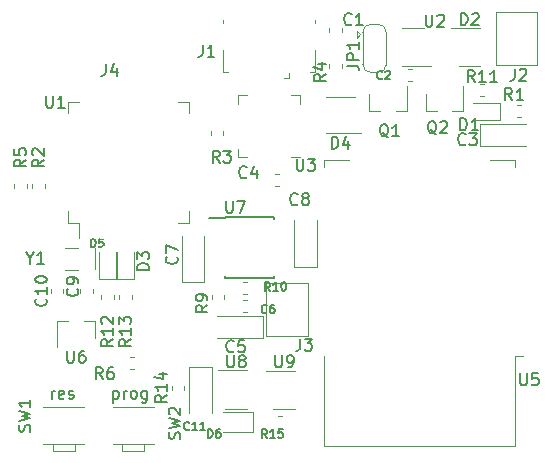
<source format=gto>
G04 #@! TF.GenerationSoftware,KiCad,Pcbnew,(5.1.5)-3*
G04 #@! TF.CreationDate,2020-08-26T12:51:06+03:00*
G04 #@! TF.ProjectId,body_temp,626f6479-5f74-4656-9d70-2e6b69636164,rev?*
G04 #@! TF.SameCoordinates,Original*
G04 #@! TF.FileFunction,Legend,Top*
G04 #@! TF.FilePolarity,Positive*
%FSLAX46Y46*%
G04 Gerber Fmt 4.6, Leading zero omitted, Abs format (unit mm)*
G04 Created by KiCad (PCBNEW (5.1.5)-3) date 2020-08-26 12:51:06*
%MOMM*%
%LPD*%
G04 APERTURE LIST*
%ADD10C,0.150000*%
%ADD11C,0.120000*%
%ADD12R,1.162000X0.752000*%
%ADD13R,1.502000X1.152000*%
%ADD14C,0.802000*%
%ADD15C,0.100000*%
%ADD16R,0.702000X0.552000*%
%ADD17R,1.102000X1.902000*%
%ADD18R,1.652000X0.702000*%
%ADD19R,2.702000X3.202000*%
%ADD20R,0.902000X1.002000*%
%ADD21R,3.102000X1.302000*%
%ADD22R,1.102000X1.102000*%
%ADD23R,1.602000X1.102000*%
%ADD24C,1.202000*%
%ADD25C,1.402000*%
%ADD26R,1.302000X2.002000*%
%ADD27O,1.302000X2.002000*%
%ADD28R,1.602000X2.002000*%
%ADD29C,1.552000*%
%ADD30R,0.502000X1.452000*%
%ADD31R,1.502000X1.102000*%
%ADD32R,1.502000X1.302000*%
G04 APERTURE END LIST*
D10*
X23336428Y-46775714D02*
X23336428Y-47775714D01*
X23336428Y-46823333D02*
X23431666Y-46775714D01*
X23622142Y-46775714D01*
X23717380Y-46823333D01*
X23765000Y-46870952D01*
X23812619Y-46966190D01*
X23812619Y-47251904D01*
X23765000Y-47347142D01*
X23717380Y-47394761D01*
X23622142Y-47442380D01*
X23431666Y-47442380D01*
X23336428Y-47394761D01*
X24241190Y-47442380D02*
X24241190Y-46775714D01*
X24241190Y-46966190D02*
X24288809Y-46870952D01*
X24336428Y-46823333D01*
X24431666Y-46775714D01*
X24526904Y-46775714D01*
X25003095Y-47442380D02*
X24907857Y-47394761D01*
X24860238Y-47347142D01*
X24812619Y-47251904D01*
X24812619Y-46966190D01*
X24860238Y-46870952D01*
X24907857Y-46823333D01*
X25003095Y-46775714D01*
X25145952Y-46775714D01*
X25241190Y-46823333D01*
X25288809Y-46870952D01*
X25336428Y-46966190D01*
X25336428Y-47251904D01*
X25288809Y-47347142D01*
X25241190Y-47394761D01*
X25145952Y-47442380D01*
X25003095Y-47442380D01*
X26193571Y-46775714D02*
X26193571Y-47585238D01*
X26145952Y-47680476D01*
X26098333Y-47728095D01*
X26003095Y-47775714D01*
X25860238Y-47775714D01*
X25765000Y-47728095D01*
X26193571Y-47394761D02*
X26098333Y-47442380D01*
X25907857Y-47442380D01*
X25812619Y-47394761D01*
X25765000Y-47347142D01*
X25717380Y-47251904D01*
X25717380Y-46966190D01*
X25765000Y-46870952D01*
X25812619Y-46823333D01*
X25907857Y-46775714D01*
X26098333Y-46775714D01*
X26193571Y-46823333D01*
X18145238Y-47442380D02*
X18145238Y-46775714D01*
X18145238Y-46966190D02*
X18192857Y-46870952D01*
X18240476Y-46823333D01*
X18335714Y-46775714D01*
X18430952Y-46775714D01*
X19145238Y-47394761D02*
X19050000Y-47442380D01*
X18859523Y-47442380D01*
X18764285Y-47394761D01*
X18716666Y-47299523D01*
X18716666Y-46918571D01*
X18764285Y-46823333D01*
X18859523Y-46775714D01*
X19050000Y-46775714D01*
X19145238Y-46823333D01*
X19192857Y-46918571D01*
X19192857Y-47013809D01*
X18716666Y-47109047D01*
X19573809Y-47394761D02*
X19669047Y-47442380D01*
X19859523Y-47442380D01*
X19954761Y-47394761D01*
X20002380Y-47299523D01*
X20002380Y-47251904D01*
X19954761Y-47156666D01*
X19859523Y-47109047D01*
X19716666Y-47109047D01*
X19621428Y-47061428D01*
X19573809Y-46966190D01*
X19573809Y-46918571D01*
X19621428Y-46823333D01*
X19716666Y-46775714D01*
X19859523Y-46775714D01*
X19954761Y-46823333D01*
D11*
X38703000Y-45065000D02*
X36253000Y-45065000D01*
X36903000Y-48285000D02*
X38703000Y-48285000D01*
X34639000Y-45060000D02*
X32189000Y-45060000D01*
X32839000Y-48280000D02*
X34639000Y-48280000D01*
X25991000Y-51249000D02*
X25991000Y-51899000D01*
X25991000Y-51899000D02*
X24091000Y-51899000D01*
X24091000Y-51899000D02*
X24091000Y-51249000D01*
X23291000Y-48149000D02*
X26791000Y-48149000D01*
X26791000Y-51249000D02*
X23291000Y-51249000D01*
X37602279Y-48893000D02*
X37276721Y-48893000D01*
X37602279Y-49913000D02*
X37276721Y-49913000D01*
X28319000Y-46344721D02*
X28319000Y-46670279D01*
X29339000Y-46344721D02*
X29339000Y-46670279D01*
X35189000Y-50253000D02*
X32639000Y-50253000D01*
X35189000Y-48553000D02*
X32639000Y-48553000D01*
X35189000Y-50253000D02*
X35189000Y-48553000D01*
X29799000Y-44760000D02*
X29799000Y-48670000D01*
X31669000Y-44760000D02*
X29799000Y-44760000D01*
X31669000Y-48670000D02*
X31669000Y-44760000D01*
X34681279Y-37539000D02*
X34355721Y-37539000D01*
X34681279Y-38559000D02*
X34355721Y-38559000D01*
X54412000Y-26081000D02*
X58322000Y-26081000D01*
X54412000Y-24211000D02*
X54412000Y-26081000D01*
X58322000Y-24211000D02*
X54412000Y-24211000D01*
X21782000Y-36500000D02*
X21782000Y-34700000D01*
X20382000Y-34650000D02*
X19282000Y-34650000D01*
X20382000Y-36550000D02*
X19282000Y-36550000D01*
D10*
X32817000Y-32146000D02*
X31417000Y-32146000D01*
X32817000Y-37246000D02*
X36967000Y-37246000D01*
X32817000Y-32096000D02*
X36967000Y-32096000D01*
X32817000Y-37246000D02*
X32817000Y-37101000D01*
X36967000Y-37246000D02*
X36967000Y-37101000D01*
X36967000Y-32096000D02*
X36967000Y-32241000D01*
X32817000Y-32096000D02*
X32817000Y-32146000D01*
D11*
X21773000Y-40880000D02*
X21773000Y-42340000D01*
X18613000Y-40880000D02*
X18613000Y-43040000D01*
X18613000Y-40880000D02*
X19543000Y-40880000D01*
X21773000Y-40880000D02*
X20843000Y-40880000D01*
X57396000Y-51490000D02*
X41156000Y-51490000D01*
X41156000Y-51490000D02*
X41156000Y-43870000D01*
X41156000Y-27870000D02*
X41156000Y-27250000D01*
X41156000Y-27250000D02*
X43276000Y-27250000D01*
X55276000Y-27250000D02*
X57396000Y-27250000D01*
X57396000Y-27250000D02*
X57396000Y-27870000D01*
X57396000Y-43870000D02*
X57396000Y-51490000D01*
X57396000Y-43870000D02*
X58006000Y-43870000D01*
X38405000Y-26994000D02*
X39130000Y-26994000D01*
X33910000Y-21774000D02*
X33910000Y-22499000D01*
X34635000Y-21774000D02*
X33910000Y-21774000D01*
X39130000Y-21774000D02*
X39130000Y-22499000D01*
X38405000Y-21774000D02*
X39130000Y-21774000D01*
X33910000Y-26994000D02*
X33910000Y-26269000D01*
X34635000Y-26994000D02*
X33910000Y-26994000D01*
X47825000Y-19295000D02*
X50275000Y-19295000D01*
X49625000Y-16075000D02*
X47825000Y-16075000D01*
X20478000Y-32542000D02*
X20478000Y-33882000D01*
X19528000Y-32542000D02*
X20478000Y-32542000D01*
X19528000Y-31592000D02*
X19528000Y-32542000D01*
X19528000Y-22322000D02*
X20478000Y-22322000D01*
X19528000Y-23272000D02*
X19528000Y-22322000D01*
X29748000Y-32542000D02*
X28798000Y-32542000D01*
X29748000Y-31592000D02*
X29748000Y-32542000D01*
X29748000Y-22322000D02*
X28798000Y-22322000D01*
X29748000Y-23272000D02*
X29748000Y-22322000D01*
X20105000Y-51249000D02*
X20105000Y-51899000D01*
X20105000Y-51899000D02*
X18205000Y-51899000D01*
X18205000Y-51899000D02*
X18205000Y-51249000D01*
X17405000Y-48149000D02*
X20905000Y-48149000D01*
X20905000Y-51249000D02*
X17405000Y-51249000D01*
X23874000Y-38673721D02*
X23874000Y-38999279D01*
X24894000Y-38673721D02*
X24894000Y-38999279D01*
X22350000Y-38673721D02*
X22350000Y-38999279D01*
X23370000Y-38673721D02*
X23370000Y-38999279D01*
X54747279Y-20826000D02*
X54421721Y-20826000D01*
X54747279Y-21846000D02*
X54421721Y-21846000D01*
X32702000Y-38999279D02*
X32702000Y-38673721D01*
X31682000Y-38999279D02*
X31682000Y-38673721D01*
X24754721Y-44960000D02*
X25080279Y-44960000D01*
X24754721Y-43940000D02*
X25080279Y-43940000D01*
X14984000Y-29306721D02*
X14984000Y-29632279D01*
X16004000Y-29306721D02*
X16004000Y-29632279D01*
X41654000Y-19141221D02*
X41654000Y-19466779D01*
X42674000Y-19141221D02*
X42674000Y-19466779D01*
X31621000Y-24806721D02*
X31621000Y-25132279D01*
X32641000Y-24806721D02*
X32641000Y-25132279D01*
X16508000Y-29306721D02*
X16508000Y-29632279D01*
X17528000Y-29306721D02*
X17528000Y-29632279D01*
X57520721Y-23624000D02*
X57846279Y-23624000D01*
X57520721Y-22604000D02*
X57846279Y-22604000D01*
X49789000Y-23096000D02*
X49789000Y-21636000D01*
X52949000Y-23096000D02*
X52949000Y-20936000D01*
X52949000Y-23096000D02*
X52019000Y-23096000D01*
X49789000Y-23096000D02*
X50719000Y-23096000D01*
X45029000Y-23096000D02*
X45029000Y-21636000D01*
X48189000Y-23096000D02*
X48189000Y-20936000D01*
X48189000Y-23096000D02*
X47259000Y-23096000D01*
X45029000Y-23096000D02*
X45959000Y-23096000D01*
X45766000Y-15730000D02*
G75*
G02X46466000Y-16430000I0J-700000D01*
G01*
X44466000Y-16430000D02*
G75*
G02X45166000Y-15730000I700000J0D01*
G01*
X45166000Y-19830000D02*
G75*
G02X44466000Y-19130000I0J700000D01*
G01*
X46466000Y-19130000D02*
G75*
G02X45766000Y-19830000I-700000J0D01*
G01*
X46466000Y-16380000D02*
X46466000Y-19180000D01*
X45766000Y-19830000D02*
X45166000Y-19830000D01*
X44466000Y-19180000D02*
X44466000Y-16380000D01*
X45166000Y-15730000D02*
X45766000Y-15730000D01*
X44266000Y-16580000D02*
X43966000Y-16280000D01*
X43966000Y-16280000D02*
X43966000Y-16880000D01*
X44266000Y-16580000D02*
X43966000Y-16880000D01*
X39792000Y-37616000D02*
X39792000Y-42116000D01*
X39792000Y-42116000D02*
X36292000Y-42116000D01*
X36292000Y-42116000D02*
X36292000Y-37616000D01*
X36292000Y-37616000D02*
X39792000Y-37616000D01*
X55760000Y-19185000D02*
X55760000Y-14685000D01*
X55760000Y-14685000D02*
X59260000Y-14685000D01*
X59260000Y-14685000D02*
X59260000Y-19185000D01*
X59260000Y-19185000D02*
X55760000Y-19185000D01*
X38220000Y-20314000D02*
X38220000Y-19864000D01*
X38220000Y-20314000D02*
X37770000Y-20314000D01*
X32620000Y-19764000D02*
X33070000Y-19764000D01*
X32620000Y-17914000D02*
X32620000Y-19764000D01*
X40420000Y-15364000D02*
X40420000Y-15614000D01*
X32620000Y-15364000D02*
X32620000Y-15614000D01*
X40420000Y-17914000D02*
X40420000Y-19764000D01*
X40420000Y-19764000D02*
X39970000Y-19764000D01*
X23595000Y-37273500D02*
X23595000Y-34988500D01*
X22125000Y-37273500D02*
X23595000Y-37273500D01*
X22125000Y-34988500D02*
X22125000Y-37273500D01*
X41388000Y-24984000D02*
X44338000Y-24984000D01*
X43788000Y-21884000D02*
X41388000Y-21884000D01*
X25119000Y-37273500D02*
X25119000Y-34988500D01*
X23649000Y-37273500D02*
X25119000Y-37273500D01*
X23649000Y-34988500D02*
X23649000Y-37273500D01*
X54410000Y-16075000D02*
X51960000Y-16075000D01*
X52610000Y-19295000D02*
X54410000Y-19295000D01*
X56120500Y-22379000D02*
X53835500Y-22379000D01*
X56120500Y-23849000D02*
X56120500Y-22379000D01*
X53835500Y-23849000D02*
X56120500Y-23849000D01*
X18072000Y-38165721D02*
X18072000Y-38491279D01*
X19092000Y-38165721D02*
X19092000Y-38491279D01*
X20572000Y-38165721D02*
X20572000Y-38491279D01*
X21592000Y-38165721D02*
X21592000Y-38491279D01*
X40559000Y-36266000D02*
X40559000Y-32356000D01*
X38689000Y-36266000D02*
X40559000Y-36266000D01*
X38689000Y-32356000D02*
X38689000Y-36266000D01*
X31034000Y-37569000D02*
X31034000Y-33659000D01*
X29164000Y-37569000D02*
X31034000Y-37569000D01*
X29164000Y-33659000D02*
X29164000Y-37569000D01*
X34681279Y-39114000D02*
X34355721Y-39114000D01*
X34681279Y-40134000D02*
X34355721Y-40134000D01*
X36012000Y-40467000D02*
X32102000Y-40467000D01*
X36012000Y-42337000D02*
X36012000Y-40467000D01*
X32102000Y-42337000D02*
X36012000Y-42337000D01*
X37069721Y-29466000D02*
X37395279Y-29466000D01*
X37069721Y-28446000D02*
X37395279Y-28446000D01*
X48325721Y-20576000D02*
X48651279Y-20576000D01*
X48325721Y-19556000D02*
X48651279Y-19556000D01*
X42674000Y-16393279D02*
X42674000Y-16067721D01*
X41654000Y-16393279D02*
X41654000Y-16067721D01*
D10*
X37041095Y-43775380D02*
X37041095Y-44584904D01*
X37088714Y-44680142D01*
X37136333Y-44727761D01*
X37231571Y-44775380D01*
X37422047Y-44775380D01*
X37517285Y-44727761D01*
X37564904Y-44680142D01*
X37612523Y-44584904D01*
X37612523Y-43775380D01*
X38136333Y-44775380D02*
X38326809Y-44775380D01*
X38422047Y-44727761D01*
X38469666Y-44680142D01*
X38564904Y-44537285D01*
X38612523Y-44346809D01*
X38612523Y-43965857D01*
X38564904Y-43870619D01*
X38517285Y-43823000D01*
X38422047Y-43775380D01*
X38231571Y-43775380D01*
X38136333Y-43823000D01*
X38088714Y-43870619D01*
X38041095Y-43965857D01*
X38041095Y-44203952D01*
X38088714Y-44299190D01*
X38136333Y-44346809D01*
X38231571Y-44394428D01*
X38422047Y-44394428D01*
X38517285Y-44346809D01*
X38564904Y-44299190D01*
X38612523Y-44203952D01*
X32977095Y-43775380D02*
X32977095Y-44584904D01*
X33024714Y-44680142D01*
X33072333Y-44727761D01*
X33167571Y-44775380D01*
X33358047Y-44775380D01*
X33453285Y-44727761D01*
X33500904Y-44680142D01*
X33548523Y-44584904D01*
X33548523Y-43775380D01*
X34167571Y-44203952D02*
X34072333Y-44156333D01*
X34024714Y-44108714D01*
X33977095Y-44013476D01*
X33977095Y-43965857D01*
X34024714Y-43870619D01*
X34072333Y-43823000D01*
X34167571Y-43775380D01*
X34358047Y-43775380D01*
X34453285Y-43823000D01*
X34500904Y-43870619D01*
X34548523Y-43965857D01*
X34548523Y-44013476D01*
X34500904Y-44108714D01*
X34453285Y-44156333D01*
X34358047Y-44203952D01*
X34167571Y-44203952D01*
X34072333Y-44251571D01*
X34024714Y-44299190D01*
X33977095Y-44394428D01*
X33977095Y-44584904D01*
X34024714Y-44680142D01*
X34072333Y-44727761D01*
X34167571Y-44775380D01*
X34358047Y-44775380D01*
X34453285Y-44727761D01*
X34500904Y-44680142D01*
X34548523Y-44584904D01*
X34548523Y-44394428D01*
X34500904Y-44299190D01*
X34453285Y-44251571D01*
X34358047Y-44203952D01*
X28979761Y-50863333D02*
X29027380Y-50720476D01*
X29027380Y-50482380D01*
X28979761Y-50387142D01*
X28932142Y-50339523D01*
X28836904Y-50291904D01*
X28741666Y-50291904D01*
X28646428Y-50339523D01*
X28598809Y-50387142D01*
X28551190Y-50482380D01*
X28503571Y-50672857D01*
X28455952Y-50768095D01*
X28408333Y-50815714D01*
X28313095Y-50863333D01*
X28217857Y-50863333D01*
X28122619Y-50815714D01*
X28075000Y-50768095D01*
X28027380Y-50672857D01*
X28027380Y-50434761D01*
X28075000Y-50291904D01*
X28027380Y-49958571D02*
X29027380Y-49720476D01*
X28313095Y-49530000D01*
X29027380Y-49339523D01*
X28027380Y-49101428D01*
X28122619Y-48768095D02*
X28075000Y-48720476D01*
X28027380Y-48625238D01*
X28027380Y-48387142D01*
X28075000Y-48291904D01*
X28122619Y-48244285D01*
X28217857Y-48196666D01*
X28313095Y-48196666D01*
X28455952Y-48244285D01*
X29027380Y-48815714D01*
X29027380Y-48196666D01*
X36380000Y-50735666D02*
X36146666Y-50402333D01*
X35980000Y-50735666D02*
X35980000Y-50035666D01*
X36246666Y-50035666D01*
X36313333Y-50069000D01*
X36346666Y-50102333D01*
X36380000Y-50169000D01*
X36380000Y-50269000D01*
X36346666Y-50335666D01*
X36313333Y-50369000D01*
X36246666Y-50402333D01*
X35980000Y-50402333D01*
X37046666Y-50735666D02*
X36646666Y-50735666D01*
X36846666Y-50735666D02*
X36846666Y-50035666D01*
X36780000Y-50135666D01*
X36713333Y-50202333D01*
X36646666Y-50235666D01*
X37680000Y-50035666D02*
X37346666Y-50035666D01*
X37313333Y-50369000D01*
X37346666Y-50335666D01*
X37413333Y-50302333D01*
X37580000Y-50302333D01*
X37646666Y-50335666D01*
X37680000Y-50369000D01*
X37713333Y-50435666D01*
X37713333Y-50602333D01*
X37680000Y-50669000D01*
X37646666Y-50702333D01*
X37580000Y-50735666D01*
X37413333Y-50735666D01*
X37346666Y-50702333D01*
X37313333Y-50669000D01*
X27884380Y-47150357D02*
X27408190Y-47483690D01*
X27884380Y-47721785D02*
X26884380Y-47721785D01*
X26884380Y-47340833D01*
X26932000Y-47245595D01*
X26979619Y-47197976D01*
X27074857Y-47150357D01*
X27217714Y-47150357D01*
X27312952Y-47197976D01*
X27360571Y-47245595D01*
X27408190Y-47340833D01*
X27408190Y-47721785D01*
X27884380Y-46197976D02*
X27884380Y-46769404D01*
X27884380Y-46483690D02*
X26884380Y-46483690D01*
X27027238Y-46578928D01*
X27122476Y-46674166D01*
X27170095Y-46769404D01*
X27217714Y-45340833D02*
X27884380Y-45340833D01*
X26836761Y-45578928D02*
X27551047Y-45817023D01*
X27551047Y-45197976D01*
X31360333Y-50735666D02*
X31360333Y-50035666D01*
X31527000Y-50035666D01*
X31627000Y-50069000D01*
X31693666Y-50135666D01*
X31727000Y-50202333D01*
X31760333Y-50335666D01*
X31760333Y-50435666D01*
X31727000Y-50569000D01*
X31693666Y-50635666D01*
X31627000Y-50702333D01*
X31527000Y-50735666D01*
X31360333Y-50735666D01*
X32360333Y-50035666D02*
X32227000Y-50035666D01*
X32160333Y-50069000D01*
X32127000Y-50102333D01*
X32060333Y-50202333D01*
X32027000Y-50335666D01*
X32027000Y-50602333D01*
X32060333Y-50669000D01*
X32093666Y-50702333D01*
X32160333Y-50735666D01*
X32293666Y-50735666D01*
X32360333Y-50702333D01*
X32393666Y-50669000D01*
X32427000Y-50602333D01*
X32427000Y-50435666D01*
X32393666Y-50369000D01*
X32360333Y-50335666D01*
X32293666Y-50302333D01*
X32160333Y-50302333D01*
X32093666Y-50335666D01*
X32060333Y-50369000D01*
X32027000Y-50435666D01*
X29776000Y-50034000D02*
X29742666Y-50067333D01*
X29642666Y-50100666D01*
X29576000Y-50100666D01*
X29476000Y-50067333D01*
X29409333Y-50000666D01*
X29376000Y-49934000D01*
X29342666Y-49800666D01*
X29342666Y-49700666D01*
X29376000Y-49567333D01*
X29409333Y-49500666D01*
X29476000Y-49434000D01*
X29576000Y-49400666D01*
X29642666Y-49400666D01*
X29742666Y-49434000D01*
X29776000Y-49467333D01*
X30442666Y-50100666D02*
X30042666Y-50100666D01*
X30242666Y-50100666D02*
X30242666Y-49400666D01*
X30176000Y-49500666D01*
X30109333Y-49567333D01*
X30042666Y-49600666D01*
X31109333Y-50100666D02*
X30709333Y-50100666D01*
X30909333Y-50100666D02*
X30909333Y-49400666D01*
X30842666Y-49500666D01*
X30776000Y-49567333D01*
X30709333Y-49600666D01*
X36634000Y-38289666D02*
X36400666Y-37956333D01*
X36234000Y-38289666D02*
X36234000Y-37589666D01*
X36500666Y-37589666D01*
X36567333Y-37623000D01*
X36600666Y-37656333D01*
X36634000Y-37723000D01*
X36634000Y-37823000D01*
X36600666Y-37889666D01*
X36567333Y-37923000D01*
X36500666Y-37956333D01*
X36234000Y-37956333D01*
X37300666Y-38289666D02*
X36900666Y-38289666D01*
X37100666Y-38289666D02*
X37100666Y-37589666D01*
X37034000Y-37689666D01*
X36967333Y-37756333D01*
X36900666Y-37789666D01*
X37734000Y-37589666D02*
X37800666Y-37589666D01*
X37867333Y-37623000D01*
X37900666Y-37656333D01*
X37934000Y-37723000D01*
X37967333Y-37856333D01*
X37967333Y-38023000D01*
X37934000Y-38156333D01*
X37900666Y-38223000D01*
X37867333Y-38256333D01*
X37800666Y-38289666D01*
X37734000Y-38289666D01*
X37667333Y-38256333D01*
X37634000Y-38223000D01*
X37600666Y-38156333D01*
X37567333Y-38023000D01*
X37567333Y-37856333D01*
X37600666Y-37723000D01*
X37634000Y-37656333D01*
X37667333Y-37623000D01*
X37734000Y-37589666D01*
X53173333Y-25884142D02*
X53125714Y-25931761D01*
X52982857Y-25979380D01*
X52887619Y-25979380D01*
X52744761Y-25931761D01*
X52649523Y-25836523D01*
X52601904Y-25741285D01*
X52554285Y-25550809D01*
X52554285Y-25407952D01*
X52601904Y-25217476D01*
X52649523Y-25122238D01*
X52744761Y-25027000D01*
X52887619Y-24979380D01*
X52982857Y-24979380D01*
X53125714Y-25027000D01*
X53173333Y-25074619D01*
X53506666Y-24979380D02*
X54125714Y-24979380D01*
X53792380Y-25360333D01*
X53935238Y-25360333D01*
X54030476Y-25407952D01*
X54078095Y-25455571D01*
X54125714Y-25550809D01*
X54125714Y-25788904D01*
X54078095Y-25884142D01*
X54030476Y-25931761D01*
X53935238Y-25979380D01*
X53649523Y-25979380D01*
X53554285Y-25931761D01*
X53506666Y-25884142D01*
X16287809Y-35536190D02*
X16287809Y-36012380D01*
X15954476Y-35012380D02*
X16287809Y-35536190D01*
X16621142Y-35012380D01*
X17478285Y-36012380D02*
X16906857Y-36012380D01*
X17192571Y-36012380D02*
X17192571Y-35012380D01*
X17097333Y-35155238D01*
X17002095Y-35250476D01*
X16906857Y-35298095D01*
X32893095Y-30694380D02*
X32893095Y-31503904D01*
X32940714Y-31599142D01*
X32988333Y-31646761D01*
X33083571Y-31694380D01*
X33274047Y-31694380D01*
X33369285Y-31646761D01*
X33416904Y-31599142D01*
X33464523Y-31503904D01*
X33464523Y-30694380D01*
X33845476Y-30694380D02*
X34512142Y-30694380D01*
X34083571Y-31694380D01*
X19431095Y-43394380D02*
X19431095Y-44203904D01*
X19478714Y-44299142D01*
X19526333Y-44346761D01*
X19621571Y-44394380D01*
X19812047Y-44394380D01*
X19907285Y-44346761D01*
X19954904Y-44299142D01*
X20002523Y-44203904D01*
X20002523Y-43394380D01*
X20907285Y-43394380D02*
X20716809Y-43394380D01*
X20621571Y-43442000D01*
X20573952Y-43489619D01*
X20478714Y-43632476D01*
X20431095Y-43822952D01*
X20431095Y-44203904D01*
X20478714Y-44299142D01*
X20526333Y-44346761D01*
X20621571Y-44394380D01*
X20812047Y-44394380D01*
X20907285Y-44346761D01*
X20954904Y-44299142D01*
X21002523Y-44203904D01*
X21002523Y-43965809D01*
X20954904Y-43870571D01*
X20907285Y-43822952D01*
X20812047Y-43775333D01*
X20621571Y-43775333D01*
X20526333Y-43822952D01*
X20478714Y-43870571D01*
X20431095Y-43965809D01*
X57785095Y-45299380D02*
X57785095Y-46108904D01*
X57832714Y-46204142D01*
X57880333Y-46251761D01*
X57975571Y-46299380D01*
X58166047Y-46299380D01*
X58261285Y-46251761D01*
X58308904Y-46204142D01*
X58356523Y-46108904D01*
X58356523Y-45299380D01*
X59308904Y-45299380D02*
X58832714Y-45299380D01*
X58785095Y-45775571D01*
X58832714Y-45727952D01*
X58927952Y-45680333D01*
X59166047Y-45680333D01*
X59261285Y-45727952D01*
X59308904Y-45775571D01*
X59356523Y-45870809D01*
X59356523Y-46108904D01*
X59308904Y-46204142D01*
X59261285Y-46251761D01*
X59166047Y-46299380D01*
X58927952Y-46299380D01*
X58832714Y-46251761D01*
X58785095Y-46204142D01*
X38862095Y-27138380D02*
X38862095Y-27947904D01*
X38909714Y-28043142D01*
X38957333Y-28090761D01*
X39052571Y-28138380D01*
X39243047Y-28138380D01*
X39338285Y-28090761D01*
X39385904Y-28043142D01*
X39433523Y-27947904D01*
X39433523Y-27138380D01*
X39814476Y-27138380D02*
X40433523Y-27138380D01*
X40100190Y-27519333D01*
X40243047Y-27519333D01*
X40338285Y-27566952D01*
X40385904Y-27614571D01*
X40433523Y-27709809D01*
X40433523Y-27947904D01*
X40385904Y-28043142D01*
X40338285Y-28090761D01*
X40243047Y-28138380D01*
X39957333Y-28138380D01*
X39862095Y-28090761D01*
X39814476Y-28043142D01*
X49784095Y-14946380D02*
X49784095Y-15755904D01*
X49831714Y-15851142D01*
X49879333Y-15898761D01*
X49974571Y-15946380D01*
X50165047Y-15946380D01*
X50260285Y-15898761D01*
X50307904Y-15851142D01*
X50355523Y-15755904D01*
X50355523Y-14946380D01*
X50784095Y-15041619D02*
X50831714Y-14994000D01*
X50926952Y-14946380D01*
X51165047Y-14946380D01*
X51260285Y-14994000D01*
X51307904Y-15041619D01*
X51355523Y-15136857D01*
X51355523Y-15232095D01*
X51307904Y-15374952D01*
X50736476Y-15946380D01*
X51355523Y-15946380D01*
X17653095Y-21804380D02*
X17653095Y-22613904D01*
X17700714Y-22709142D01*
X17748333Y-22756761D01*
X17843571Y-22804380D01*
X18034047Y-22804380D01*
X18129285Y-22756761D01*
X18176904Y-22709142D01*
X18224523Y-22613904D01*
X18224523Y-21804380D01*
X19224523Y-22804380D02*
X18653095Y-22804380D01*
X18938809Y-22804380D02*
X18938809Y-21804380D01*
X18843571Y-21947238D01*
X18748333Y-22042476D01*
X18653095Y-22090095D01*
X16279761Y-50228333D02*
X16327380Y-50085476D01*
X16327380Y-49847380D01*
X16279761Y-49752142D01*
X16232142Y-49704523D01*
X16136904Y-49656904D01*
X16041666Y-49656904D01*
X15946428Y-49704523D01*
X15898809Y-49752142D01*
X15851190Y-49847380D01*
X15803571Y-50037857D01*
X15755952Y-50133095D01*
X15708333Y-50180714D01*
X15613095Y-50228333D01*
X15517857Y-50228333D01*
X15422619Y-50180714D01*
X15375000Y-50133095D01*
X15327380Y-50037857D01*
X15327380Y-49799761D01*
X15375000Y-49656904D01*
X15327380Y-49323571D02*
X16327380Y-49085476D01*
X15613095Y-48895000D01*
X16327380Y-48704523D01*
X15327380Y-48466428D01*
X16327380Y-47561666D02*
X16327380Y-48133095D01*
X16327380Y-47847380D02*
X15327380Y-47847380D01*
X15470238Y-47942619D01*
X15565476Y-48037857D01*
X15613095Y-48133095D01*
X24836380Y-42425857D02*
X24360190Y-42759190D01*
X24836380Y-42997285D02*
X23836380Y-42997285D01*
X23836380Y-42616333D01*
X23884000Y-42521095D01*
X23931619Y-42473476D01*
X24026857Y-42425857D01*
X24169714Y-42425857D01*
X24264952Y-42473476D01*
X24312571Y-42521095D01*
X24360190Y-42616333D01*
X24360190Y-42997285D01*
X24836380Y-41473476D02*
X24836380Y-42044904D01*
X24836380Y-41759190D02*
X23836380Y-41759190D01*
X23979238Y-41854428D01*
X24074476Y-41949666D01*
X24122095Y-42044904D01*
X23836380Y-41140142D02*
X23836380Y-40521095D01*
X24217333Y-40854428D01*
X24217333Y-40711571D01*
X24264952Y-40616333D01*
X24312571Y-40568714D01*
X24407809Y-40521095D01*
X24645904Y-40521095D01*
X24741142Y-40568714D01*
X24788761Y-40616333D01*
X24836380Y-40711571D01*
X24836380Y-40997285D01*
X24788761Y-41092523D01*
X24741142Y-41140142D01*
X23312380Y-42425857D02*
X22836190Y-42759190D01*
X23312380Y-42997285D02*
X22312380Y-42997285D01*
X22312380Y-42616333D01*
X22360000Y-42521095D01*
X22407619Y-42473476D01*
X22502857Y-42425857D01*
X22645714Y-42425857D01*
X22740952Y-42473476D01*
X22788571Y-42521095D01*
X22836190Y-42616333D01*
X22836190Y-42997285D01*
X23312380Y-41473476D02*
X23312380Y-42044904D01*
X23312380Y-41759190D02*
X22312380Y-41759190D01*
X22455238Y-41854428D01*
X22550476Y-41949666D01*
X22598095Y-42044904D01*
X22407619Y-41092523D02*
X22360000Y-41044904D01*
X22312380Y-40949666D01*
X22312380Y-40711571D01*
X22360000Y-40616333D01*
X22407619Y-40568714D01*
X22502857Y-40521095D01*
X22598095Y-40521095D01*
X22740952Y-40568714D01*
X23312380Y-41140142D01*
X23312380Y-40521095D01*
X53941642Y-20645380D02*
X53608309Y-20169190D01*
X53370214Y-20645380D02*
X53370214Y-19645380D01*
X53751166Y-19645380D01*
X53846404Y-19693000D01*
X53894023Y-19740619D01*
X53941642Y-19835857D01*
X53941642Y-19978714D01*
X53894023Y-20073952D01*
X53846404Y-20121571D01*
X53751166Y-20169190D01*
X53370214Y-20169190D01*
X54894023Y-20645380D02*
X54322595Y-20645380D01*
X54608309Y-20645380D02*
X54608309Y-19645380D01*
X54513071Y-19788238D01*
X54417833Y-19883476D01*
X54322595Y-19931095D01*
X55846404Y-20645380D02*
X55274976Y-20645380D01*
X55560690Y-20645380D02*
X55560690Y-19645380D01*
X55465452Y-19788238D01*
X55370214Y-19883476D01*
X55274976Y-19931095D01*
X31313380Y-39536666D02*
X30837190Y-39870000D01*
X31313380Y-40108095D02*
X30313380Y-40108095D01*
X30313380Y-39727142D01*
X30361000Y-39631904D01*
X30408619Y-39584285D01*
X30503857Y-39536666D01*
X30646714Y-39536666D01*
X30741952Y-39584285D01*
X30789571Y-39631904D01*
X30837190Y-39727142D01*
X30837190Y-40108095D01*
X31313380Y-39060476D02*
X31313380Y-38870000D01*
X31265761Y-38774761D01*
X31218142Y-38727142D01*
X31075285Y-38631904D01*
X30884809Y-38584285D01*
X30503857Y-38584285D01*
X30408619Y-38631904D01*
X30361000Y-38679523D01*
X30313380Y-38774761D01*
X30313380Y-38965238D01*
X30361000Y-39060476D01*
X30408619Y-39108095D01*
X30503857Y-39155714D01*
X30741952Y-39155714D01*
X30837190Y-39108095D01*
X30884809Y-39060476D01*
X30932428Y-38965238D01*
X30932428Y-38774761D01*
X30884809Y-38679523D01*
X30837190Y-38631904D01*
X30741952Y-38584285D01*
X22439333Y-45791380D02*
X22106000Y-45315190D01*
X21867904Y-45791380D02*
X21867904Y-44791380D01*
X22248857Y-44791380D01*
X22344095Y-44839000D01*
X22391714Y-44886619D01*
X22439333Y-44981857D01*
X22439333Y-45124714D01*
X22391714Y-45219952D01*
X22344095Y-45267571D01*
X22248857Y-45315190D01*
X21867904Y-45315190D01*
X23296476Y-44791380D02*
X23106000Y-44791380D01*
X23010761Y-44839000D01*
X22963142Y-44886619D01*
X22867904Y-45029476D01*
X22820285Y-45219952D01*
X22820285Y-45600904D01*
X22867904Y-45696142D01*
X22915523Y-45743761D01*
X23010761Y-45791380D01*
X23201238Y-45791380D01*
X23296476Y-45743761D01*
X23344095Y-45696142D01*
X23391714Y-45600904D01*
X23391714Y-45362809D01*
X23344095Y-45267571D01*
X23296476Y-45219952D01*
X23201238Y-45172333D01*
X23010761Y-45172333D01*
X22915523Y-45219952D01*
X22867904Y-45267571D01*
X22820285Y-45362809D01*
X15946380Y-27217666D02*
X15470190Y-27551000D01*
X15946380Y-27789095D02*
X14946380Y-27789095D01*
X14946380Y-27408142D01*
X14994000Y-27312904D01*
X15041619Y-27265285D01*
X15136857Y-27217666D01*
X15279714Y-27217666D01*
X15374952Y-27265285D01*
X15422571Y-27312904D01*
X15470190Y-27408142D01*
X15470190Y-27789095D01*
X14946380Y-26312904D02*
X14946380Y-26789095D01*
X15422571Y-26836714D01*
X15374952Y-26789095D01*
X15327333Y-26693857D01*
X15327333Y-26455761D01*
X15374952Y-26360523D01*
X15422571Y-26312904D01*
X15517809Y-26265285D01*
X15755904Y-26265285D01*
X15851142Y-26312904D01*
X15898761Y-26360523D01*
X15946380Y-26455761D01*
X15946380Y-26693857D01*
X15898761Y-26789095D01*
X15851142Y-26836714D01*
X41346380Y-19978666D02*
X40870190Y-20312000D01*
X41346380Y-20550095D02*
X40346380Y-20550095D01*
X40346380Y-20169142D01*
X40394000Y-20073904D01*
X40441619Y-20026285D01*
X40536857Y-19978666D01*
X40679714Y-19978666D01*
X40774952Y-20026285D01*
X40822571Y-20073904D01*
X40870190Y-20169142D01*
X40870190Y-20550095D01*
X40679714Y-19121523D02*
X41346380Y-19121523D01*
X40298761Y-19359619D02*
X41013047Y-19597714D01*
X41013047Y-18978666D01*
X32345333Y-27453880D02*
X32012000Y-26977690D01*
X31773904Y-27453880D02*
X31773904Y-26453880D01*
X32154857Y-26453880D01*
X32250095Y-26501500D01*
X32297714Y-26549119D01*
X32345333Y-26644357D01*
X32345333Y-26787214D01*
X32297714Y-26882452D01*
X32250095Y-26930071D01*
X32154857Y-26977690D01*
X31773904Y-26977690D01*
X32678666Y-26453880D02*
X33297714Y-26453880D01*
X32964380Y-26834833D01*
X33107238Y-26834833D01*
X33202476Y-26882452D01*
X33250095Y-26930071D01*
X33297714Y-27025309D01*
X33297714Y-27263404D01*
X33250095Y-27358642D01*
X33202476Y-27406261D01*
X33107238Y-27453880D01*
X32821523Y-27453880D01*
X32726285Y-27406261D01*
X32678666Y-27358642D01*
X17470380Y-27217666D02*
X16994190Y-27551000D01*
X17470380Y-27789095D02*
X16470380Y-27789095D01*
X16470380Y-27408142D01*
X16518000Y-27312904D01*
X16565619Y-27265285D01*
X16660857Y-27217666D01*
X16803714Y-27217666D01*
X16898952Y-27265285D01*
X16946571Y-27312904D01*
X16994190Y-27408142D01*
X16994190Y-27789095D01*
X16565619Y-26836714D02*
X16518000Y-26789095D01*
X16470380Y-26693857D01*
X16470380Y-26455761D01*
X16518000Y-26360523D01*
X16565619Y-26312904D01*
X16660857Y-26265285D01*
X16756095Y-26265285D01*
X16898952Y-26312904D01*
X17470380Y-26884333D01*
X17470380Y-26265285D01*
X57110333Y-22169380D02*
X56777000Y-21693190D01*
X56538904Y-22169380D02*
X56538904Y-21169380D01*
X56919857Y-21169380D01*
X57015095Y-21217000D01*
X57062714Y-21264619D01*
X57110333Y-21359857D01*
X57110333Y-21502714D01*
X57062714Y-21597952D01*
X57015095Y-21645571D01*
X56919857Y-21693190D01*
X56538904Y-21693190D01*
X58062714Y-22169380D02*
X57491285Y-22169380D01*
X57777000Y-22169380D02*
X57777000Y-21169380D01*
X57681761Y-21312238D01*
X57586523Y-21407476D01*
X57491285Y-21455095D01*
X50704761Y-25058619D02*
X50609523Y-25011000D01*
X50514285Y-24915761D01*
X50371428Y-24772904D01*
X50276190Y-24725285D01*
X50180952Y-24725285D01*
X50228571Y-24963380D02*
X50133333Y-24915761D01*
X50038095Y-24820523D01*
X49990476Y-24630047D01*
X49990476Y-24296714D01*
X50038095Y-24106238D01*
X50133333Y-24011000D01*
X50228571Y-23963380D01*
X50419047Y-23963380D01*
X50514285Y-24011000D01*
X50609523Y-24106238D01*
X50657142Y-24296714D01*
X50657142Y-24630047D01*
X50609523Y-24820523D01*
X50514285Y-24915761D01*
X50419047Y-24963380D01*
X50228571Y-24963380D01*
X51038095Y-24058619D02*
X51085714Y-24011000D01*
X51180952Y-23963380D01*
X51419047Y-23963380D01*
X51514285Y-24011000D01*
X51561904Y-24058619D01*
X51609523Y-24153857D01*
X51609523Y-24249095D01*
X51561904Y-24391952D01*
X50990476Y-24963380D01*
X51609523Y-24963380D01*
X46640761Y-25312619D02*
X46545523Y-25265000D01*
X46450285Y-25169761D01*
X46307428Y-25026904D01*
X46212190Y-24979285D01*
X46116952Y-24979285D01*
X46164571Y-25217380D02*
X46069333Y-25169761D01*
X45974095Y-25074523D01*
X45926476Y-24884047D01*
X45926476Y-24550714D01*
X45974095Y-24360238D01*
X46069333Y-24265000D01*
X46164571Y-24217380D01*
X46355047Y-24217380D01*
X46450285Y-24265000D01*
X46545523Y-24360238D01*
X46593142Y-24550714D01*
X46593142Y-24884047D01*
X46545523Y-25074523D01*
X46450285Y-25169761D01*
X46355047Y-25217380D01*
X46164571Y-25217380D01*
X47545523Y-25217380D02*
X46974095Y-25217380D01*
X47259809Y-25217380D02*
X47259809Y-24217380D01*
X47164571Y-24360238D01*
X47069333Y-24455476D01*
X46974095Y-24503095D01*
X43140380Y-19248333D02*
X43854666Y-19248333D01*
X43997523Y-19295952D01*
X44092761Y-19391190D01*
X44140380Y-19534047D01*
X44140380Y-19629285D01*
X44140380Y-18772142D02*
X43140380Y-18772142D01*
X43140380Y-18391190D01*
X43188000Y-18295952D01*
X43235619Y-18248333D01*
X43330857Y-18200714D01*
X43473714Y-18200714D01*
X43568952Y-18248333D01*
X43616571Y-18295952D01*
X43664190Y-18391190D01*
X43664190Y-18772142D01*
X44140380Y-17248333D02*
X44140380Y-17819761D01*
X44140380Y-17534047D02*
X43140380Y-17534047D01*
X43283238Y-17629285D01*
X43378476Y-17724523D01*
X43426095Y-17819761D01*
X22717666Y-19097380D02*
X22717666Y-19811666D01*
X22670047Y-19954523D01*
X22574809Y-20049761D01*
X22431952Y-20097380D01*
X22336714Y-20097380D01*
X23622428Y-19430714D02*
X23622428Y-20097380D01*
X23384333Y-19049761D02*
X23146238Y-19764047D01*
X23765285Y-19764047D01*
X39163666Y-42378380D02*
X39163666Y-43092666D01*
X39116047Y-43235523D01*
X39020809Y-43330761D01*
X38877952Y-43378380D01*
X38782714Y-43378380D01*
X39544619Y-42378380D02*
X40163666Y-42378380D01*
X39830333Y-42759333D01*
X39973190Y-42759333D01*
X40068428Y-42806952D01*
X40116047Y-42854571D01*
X40163666Y-42949809D01*
X40163666Y-43187904D01*
X40116047Y-43283142D01*
X40068428Y-43330761D01*
X39973190Y-43378380D01*
X39687476Y-43378380D01*
X39592238Y-43330761D01*
X39544619Y-43283142D01*
X57324666Y-19518380D02*
X57324666Y-20232666D01*
X57277047Y-20375523D01*
X57181809Y-20470761D01*
X57038952Y-20518380D01*
X56943714Y-20518380D01*
X57753238Y-19613619D02*
X57800857Y-19566000D01*
X57896095Y-19518380D01*
X58134190Y-19518380D01*
X58229428Y-19566000D01*
X58277047Y-19613619D01*
X58324666Y-19708857D01*
X58324666Y-19804095D01*
X58277047Y-19946952D01*
X57705619Y-20518380D01*
X58324666Y-20518380D01*
X30908666Y-17486380D02*
X30908666Y-18200666D01*
X30861047Y-18343523D01*
X30765809Y-18438761D01*
X30622952Y-18486380D01*
X30527714Y-18486380D01*
X31908666Y-18486380D02*
X31337238Y-18486380D01*
X31622952Y-18486380D02*
X31622952Y-17486380D01*
X31527714Y-17629238D01*
X31432476Y-17724476D01*
X31337238Y-17772095D01*
X21454333Y-34606666D02*
X21454333Y-33906666D01*
X21621000Y-33906666D01*
X21721000Y-33940000D01*
X21787666Y-34006666D01*
X21821000Y-34073333D01*
X21854333Y-34206666D01*
X21854333Y-34306666D01*
X21821000Y-34440000D01*
X21787666Y-34506666D01*
X21721000Y-34573333D01*
X21621000Y-34606666D01*
X21454333Y-34606666D01*
X22487666Y-33906666D02*
X22154333Y-33906666D01*
X22121000Y-34240000D01*
X22154333Y-34206666D01*
X22221000Y-34173333D01*
X22387666Y-34173333D01*
X22454333Y-34206666D01*
X22487666Y-34240000D01*
X22521000Y-34306666D01*
X22521000Y-34473333D01*
X22487666Y-34540000D01*
X22454333Y-34573333D01*
X22387666Y-34606666D01*
X22221000Y-34606666D01*
X22154333Y-34573333D01*
X22121000Y-34540000D01*
X41829904Y-26266380D02*
X41829904Y-25266380D01*
X42068000Y-25266380D01*
X42210857Y-25314000D01*
X42306095Y-25409238D01*
X42353714Y-25504476D01*
X42401333Y-25694952D01*
X42401333Y-25837809D01*
X42353714Y-26028285D01*
X42306095Y-26123523D01*
X42210857Y-26218761D01*
X42068000Y-26266380D01*
X41829904Y-26266380D01*
X43258476Y-25599714D02*
X43258476Y-26266380D01*
X43020380Y-25218761D02*
X42782285Y-25933047D01*
X43401333Y-25933047D01*
X26360380Y-36552095D02*
X25360380Y-36552095D01*
X25360380Y-36314000D01*
X25408000Y-36171142D01*
X25503238Y-36075904D01*
X25598476Y-36028285D01*
X25788952Y-35980666D01*
X25931809Y-35980666D01*
X26122285Y-36028285D01*
X26217523Y-36075904D01*
X26312761Y-36171142D01*
X26360380Y-36314000D01*
X26360380Y-36552095D01*
X25360380Y-35647333D02*
X25360380Y-35028285D01*
X25741333Y-35361619D01*
X25741333Y-35218761D01*
X25788952Y-35123523D01*
X25836571Y-35075904D01*
X25931809Y-35028285D01*
X26169904Y-35028285D01*
X26265142Y-35075904D01*
X26312761Y-35123523D01*
X26360380Y-35218761D01*
X26360380Y-35504476D01*
X26312761Y-35599714D01*
X26265142Y-35647333D01*
X52771904Y-15819380D02*
X52771904Y-14819380D01*
X53010000Y-14819380D01*
X53152857Y-14867000D01*
X53248095Y-14962238D01*
X53295714Y-15057476D01*
X53343333Y-15247952D01*
X53343333Y-15390809D01*
X53295714Y-15581285D01*
X53248095Y-15676523D01*
X53152857Y-15771761D01*
X53010000Y-15819380D01*
X52771904Y-15819380D01*
X53724285Y-14914619D02*
X53771904Y-14867000D01*
X53867142Y-14819380D01*
X54105238Y-14819380D01*
X54200476Y-14867000D01*
X54248095Y-14914619D01*
X54295714Y-15009857D01*
X54295714Y-15105095D01*
X54248095Y-15247952D01*
X53676666Y-15819380D01*
X54295714Y-15819380D01*
X52728904Y-24709380D02*
X52728904Y-23709380D01*
X52967000Y-23709380D01*
X53109857Y-23757000D01*
X53205095Y-23852238D01*
X53252714Y-23947476D01*
X53300333Y-24137952D01*
X53300333Y-24280809D01*
X53252714Y-24471285D01*
X53205095Y-24566523D01*
X53109857Y-24661761D01*
X52967000Y-24709380D01*
X52728904Y-24709380D01*
X54252714Y-24709380D02*
X53681285Y-24709380D01*
X53967000Y-24709380D02*
X53967000Y-23709380D01*
X53871761Y-23852238D01*
X53776523Y-23947476D01*
X53681285Y-23995095D01*
X17629142Y-38971357D02*
X17676761Y-39018976D01*
X17724380Y-39161833D01*
X17724380Y-39257071D01*
X17676761Y-39399928D01*
X17581523Y-39495166D01*
X17486285Y-39542785D01*
X17295809Y-39590404D01*
X17152952Y-39590404D01*
X16962476Y-39542785D01*
X16867238Y-39495166D01*
X16772000Y-39399928D01*
X16724380Y-39257071D01*
X16724380Y-39161833D01*
X16772000Y-39018976D01*
X16819619Y-38971357D01*
X17724380Y-38018976D02*
X17724380Y-38590404D01*
X17724380Y-38304690D02*
X16724380Y-38304690D01*
X16867238Y-38399928D01*
X16962476Y-38495166D01*
X17010095Y-38590404D01*
X16724380Y-37399928D02*
X16724380Y-37304690D01*
X16772000Y-37209452D01*
X16819619Y-37161833D01*
X16914857Y-37114214D01*
X17105333Y-37066595D01*
X17343428Y-37066595D01*
X17533904Y-37114214D01*
X17629142Y-37161833D01*
X17676761Y-37209452D01*
X17724380Y-37304690D01*
X17724380Y-37399928D01*
X17676761Y-37495166D01*
X17629142Y-37542785D01*
X17533904Y-37590404D01*
X17343428Y-37638023D01*
X17105333Y-37638023D01*
X16914857Y-37590404D01*
X16819619Y-37542785D01*
X16772000Y-37495166D01*
X16724380Y-37399928D01*
X20296142Y-38139666D02*
X20343761Y-38187285D01*
X20391380Y-38330142D01*
X20391380Y-38425380D01*
X20343761Y-38568238D01*
X20248523Y-38663476D01*
X20153285Y-38711095D01*
X19962809Y-38758714D01*
X19819952Y-38758714D01*
X19629476Y-38711095D01*
X19534238Y-38663476D01*
X19439000Y-38568238D01*
X19391380Y-38425380D01*
X19391380Y-38330142D01*
X19439000Y-38187285D01*
X19486619Y-38139666D01*
X20391380Y-37663476D02*
X20391380Y-37473000D01*
X20343761Y-37377761D01*
X20296142Y-37330142D01*
X20153285Y-37234904D01*
X19962809Y-37187285D01*
X19581857Y-37187285D01*
X19486619Y-37234904D01*
X19439000Y-37282523D01*
X19391380Y-37377761D01*
X19391380Y-37568238D01*
X19439000Y-37663476D01*
X19486619Y-37711095D01*
X19581857Y-37758714D01*
X19819952Y-37758714D01*
X19915190Y-37711095D01*
X19962809Y-37663476D01*
X20010428Y-37568238D01*
X20010428Y-37377761D01*
X19962809Y-37282523D01*
X19915190Y-37234904D01*
X19819952Y-37187285D01*
X38949333Y-30964142D02*
X38901714Y-31011761D01*
X38758857Y-31059380D01*
X38663619Y-31059380D01*
X38520761Y-31011761D01*
X38425523Y-30916523D01*
X38377904Y-30821285D01*
X38330285Y-30630809D01*
X38330285Y-30487952D01*
X38377904Y-30297476D01*
X38425523Y-30202238D01*
X38520761Y-30107000D01*
X38663619Y-30059380D01*
X38758857Y-30059380D01*
X38901714Y-30107000D01*
X38949333Y-30154619D01*
X39520761Y-30487952D02*
X39425523Y-30440333D01*
X39377904Y-30392714D01*
X39330285Y-30297476D01*
X39330285Y-30249857D01*
X39377904Y-30154619D01*
X39425523Y-30107000D01*
X39520761Y-30059380D01*
X39711238Y-30059380D01*
X39806476Y-30107000D01*
X39854095Y-30154619D01*
X39901714Y-30249857D01*
X39901714Y-30297476D01*
X39854095Y-30392714D01*
X39806476Y-30440333D01*
X39711238Y-30487952D01*
X39520761Y-30487952D01*
X39425523Y-30535571D01*
X39377904Y-30583190D01*
X39330285Y-30678428D01*
X39330285Y-30868904D01*
X39377904Y-30964142D01*
X39425523Y-31011761D01*
X39520761Y-31059380D01*
X39711238Y-31059380D01*
X39806476Y-31011761D01*
X39854095Y-30964142D01*
X39901714Y-30868904D01*
X39901714Y-30678428D01*
X39854095Y-30583190D01*
X39806476Y-30535571D01*
X39711238Y-30487952D01*
X28706142Y-35425666D02*
X28753761Y-35473285D01*
X28801380Y-35616142D01*
X28801380Y-35711380D01*
X28753761Y-35854238D01*
X28658523Y-35949476D01*
X28563285Y-35997095D01*
X28372809Y-36044714D01*
X28229952Y-36044714D01*
X28039476Y-35997095D01*
X27944238Y-35949476D01*
X27849000Y-35854238D01*
X27801380Y-35711380D01*
X27801380Y-35616142D01*
X27849000Y-35473285D01*
X27896619Y-35425666D01*
X27801380Y-35092333D02*
X27801380Y-34425666D01*
X28801380Y-34854238D01*
X36332333Y-40128000D02*
X36299000Y-40161333D01*
X36199000Y-40194666D01*
X36132333Y-40194666D01*
X36032333Y-40161333D01*
X35965666Y-40094666D01*
X35932333Y-40028000D01*
X35899000Y-39894666D01*
X35899000Y-39794666D01*
X35932333Y-39661333D01*
X35965666Y-39594666D01*
X36032333Y-39528000D01*
X36132333Y-39494666D01*
X36199000Y-39494666D01*
X36299000Y-39528000D01*
X36332333Y-39561333D01*
X36932333Y-39494666D02*
X36799000Y-39494666D01*
X36732333Y-39528000D01*
X36699000Y-39561333D01*
X36632333Y-39661333D01*
X36599000Y-39794666D01*
X36599000Y-40061333D01*
X36632333Y-40128000D01*
X36665666Y-40161333D01*
X36732333Y-40194666D01*
X36865666Y-40194666D01*
X36932333Y-40161333D01*
X36965666Y-40128000D01*
X36999000Y-40061333D01*
X36999000Y-39894666D01*
X36965666Y-39828000D01*
X36932333Y-39794666D01*
X36865666Y-39761333D01*
X36732333Y-39761333D01*
X36665666Y-39794666D01*
X36632333Y-39828000D01*
X36599000Y-39894666D01*
X33535333Y-43410142D02*
X33487714Y-43457761D01*
X33344857Y-43505380D01*
X33249619Y-43505380D01*
X33106761Y-43457761D01*
X33011523Y-43362523D01*
X32963904Y-43267285D01*
X32916285Y-43076809D01*
X32916285Y-42933952D01*
X32963904Y-42743476D01*
X33011523Y-42648238D01*
X33106761Y-42553000D01*
X33249619Y-42505380D01*
X33344857Y-42505380D01*
X33487714Y-42553000D01*
X33535333Y-42600619D01*
X34440095Y-42505380D02*
X33963904Y-42505380D01*
X33916285Y-42981571D01*
X33963904Y-42933952D01*
X34059142Y-42886333D01*
X34297238Y-42886333D01*
X34392476Y-42933952D01*
X34440095Y-42981571D01*
X34487714Y-43076809D01*
X34487714Y-43314904D01*
X34440095Y-43410142D01*
X34392476Y-43457761D01*
X34297238Y-43505380D01*
X34059142Y-43505380D01*
X33963904Y-43457761D01*
X33916285Y-43410142D01*
X34631333Y-28678142D02*
X34583714Y-28725761D01*
X34440857Y-28773380D01*
X34345619Y-28773380D01*
X34202761Y-28725761D01*
X34107523Y-28630523D01*
X34059904Y-28535285D01*
X34012285Y-28344809D01*
X34012285Y-28201952D01*
X34059904Y-28011476D01*
X34107523Y-27916238D01*
X34202761Y-27821000D01*
X34345619Y-27773380D01*
X34440857Y-27773380D01*
X34583714Y-27821000D01*
X34631333Y-27868619D01*
X35488476Y-28106714D02*
X35488476Y-28773380D01*
X35250380Y-27725761D02*
X35012285Y-28440047D01*
X35631333Y-28440047D01*
X46111333Y-20316000D02*
X46078000Y-20349333D01*
X45978000Y-20382666D01*
X45911333Y-20382666D01*
X45811333Y-20349333D01*
X45744666Y-20282666D01*
X45711333Y-20216000D01*
X45678000Y-20082666D01*
X45678000Y-19982666D01*
X45711333Y-19849333D01*
X45744666Y-19782666D01*
X45811333Y-19716000D01*
X45911333Y-19682666D01*
X45978000Y-19682666D01*
X46078000Y-19716000D01*
X46111333Y-19749333D01*
X46378000Y-19749333D02*
X46411333Y-19716000D01*
X46478000Y-19682666D01*
X46644666Y-19682666D01*
X46711333Y-19716000D01*
X46744666Y-19749333D01*
X46778000Y-19816000D01*
X46778000Y-19882666D01*
X46744666Y-19982666D01*
X46344666Y-20382666D01*
X46778000Y-20382666D01*
X43521333Y-15724142D02*
X43473714Y-15771761D01*
X43330857Y-15819380D01*
X43235619Y-15819380D01*
X43092761Y-15771761D01*
X42997523Y-15676523D01*
X42949904Y-15581285D01*
X42902285Y-15390809D01*
X42902285Y-15247952D01*
X42949904Y-15057476D01*
X42997523Y-14962238D01*
X43092761Y-14867000D01*
X43235619Y-14819380D01*
X43330857Y-14819380D01*
X43473714Y-14867000D01*
X43521333Y-14914619D01*
X44473714Y-15819380D02*
X43902285Y-15819380D01*
X44188000Y-15819380D02*
X44188000Y-14819380D01*
X44092761Y-14962238D01*
X43997523Y-15057476D01*
X43902285Y-15105095D01*
%LPC*%
D12*
X38903000Y-46675000D03*
X38903000Y-45725000D03*
X38903000Y-47625000D03*
X36703000Y-47625000D03*
X36703000Y-46675000D03*
X36703000Y-45725000D03*
X34839000Y-46670000D03*
X34839000Y-45720000D03*
X34839000Y-47620000D03*
X32639000Y-47620000D03*
X32639000Y-46670000D03*
X32639000Y-45720000D03*
D13*
X26841000Y-48979000D03*
X23241000Y-48979000D03*
X26841000Y-50419000D03*
X23241000Y-50419000D03*
D14*
X25041000Y-48799000D03*
X25041000Y-50599000D03*
D15*
G36*
X36920191Y-48878176D02*
G01*
X36943901Y-48881693D01*
X36967152Y-48887517D01*
X36989720Y-48895592D01*
X37011389Y-48905841D01*
X37031948Y-48918164D01*
X37051201Y-48932442D01*
X37068961Y-48948539D01*
X37085058Y-48966299D01*
X37099336Y-48985552D01*
X37111659Y-49006111D01*
X37121908Y-49027780D01*
X37129983Y-49050348D01*
X37135807Y-49073599D01*
X37139324Y-49097309D01*
X37140500Y-49121250D01*
X37140500Y-49684750D01*
X37139324Y-49708691D01*
X37135807Y-49732401D01*
X37129983Y-49755652D01*
X37121908Y-49778220D01*
X37111659Y-49799889D01*
X37099336Y-49820448D01*
X37085058Y-49839701D01*
X37068961Y-49857461D01*
X37051201Y-49873558D01*
X37031948Y-49887836D01*
X37011389Y-49900159D01*
X36989720Y-49910408D01*
X36967152Y-49918483D01*
X36943901Y-49924307D01*
X36920191Y-49927824D01*
X36896250Y-49929000D01*
X36407750Y-49929000D01*
X36383809Y-49927824D01*
X36360099Y-49924307D01*
X36336848Y-49918483D01*
X36314280Y-49910408D01*
X36292611Y-49900159D01*
X36272052Y-49887836D01*
X36252799Y-49873558D01*
X36235039Y-49857461D01*
X36218942Y-49839701D01*
X36204664Y-49820448D01*
X36192341Y-49799889D01*
X36182092Y-49778220D01*
X36174017Y-49755652D01*
X36168193Y-49732401D01*
X36164676Y-49708691D01*
X36163500Y-49684750D01*
X36163500Y-49121250D01*
X36164676Y-49097309D01*
X36168193Y-49073599D01*
X36174017Y-49050348D01*
X36182092Y-49027780D01*
X36192341Y-49006111D01*
X36204664Y-48985552D01*
X36218942Y-48966299D01*
X36235039Y-48948539D01*
X36252799Y-48932442D01*
X36272052Y-48918164D01*
X36292611Y-48905841D01*
X36314280Y-48895592D01*
X36336848Y-48887517D01*
X36360099Y-48881693D01*
X36383809Y-48878176D01*
X36407750Y-48877000D01*
X36896250Y-48877000D01*
X36920191Y-48878176D01*
G37*
G36*
X38495191Y-48878176D02*
G01*
X38518901Y-48881693D01*
X38542152Y-48887517D01*
X38564720Y-48895592D01*
X38586389Y-48905841D01*
X38606948Y-48918164D01*
X38626201Y-48932442D01*
X38643961Y-48948539D01*
X38660058Y-48966299D01*
X38674336Y-48985552D01*
X38686659Y-49006111D01*
X38696908Y-49027780D01*
X38704983Y-49050348D01*
X38710807Y-49073599D01*
X38714324Y-49097309D01*
X38715500Y-49121250D01*
X38715500Y-49684750D01*
X38714324Y-49708691D01*
X38710807Y-49732401D01*
X38704983Y-49755652D01*
X38696908Y-49778220D01*
X38686659Y-49799889D01*
X38674336Y-49820448D01*
X38660058Y-49839701D01*
X38643961Y-49857461D01*
X38626201Y-49873558D01*
X38606948Y-49887836D01*
X38586389Y-49900159D01*
X38564720Y-49910408D01*
X38542152Y-49918483D01*
X38518901Y-49924307D01*
X38495191Y-49927824D01*
X38471250Y-49929000D01*
X37982750Y-49929000D01*
X37958809Y-49927824D01*
X37935099Y-49924307D01*
X37911848Y-49918483D01*
X37889280Y-49910408D01*
X37867611Y-49900159D01*
X37847052Y-49887836D01*
X37827799Y-49873558D01*
X37810039Y-49857461D01*
X37793942Y-49839701D01*
X37779664Y-49820448D01*
X37767341Y-49799889D01*
X37757092Y-49778220D01*
X37749017Y-49755652D01*
X37743193Y-49732401D01*
X37739676Y-49708691D01*
X37738500Y-49684750D01*
X37738500Y-49121250D01*
X37739676Y-49097309D01*
X37743193Y-49073599D01*
X37749017Y-49050348D01*
X37757092Y-49027780D01*
X37767341Y-49006111D01*
X37779664Y-48985552D01*
X37793942Y-48966299D01*
X37810039Y-48948539D01*
X37827799Y-48932442D01*
X37847052Y-48918164D01*
X37867611Y-48905841D01*
X37889280Y-48895592D01*
X37911848Y-48887517D01*
X37935099Y-48881693D01*
X37958809Y-48878176D01*
X37982750Y-48877000D01*
X38471250Y-48877000D01*
X38495191Y-48878176D01*
G37*
G36*
X29134691Y-46807676D02*
G01*
X29158401Y-46811193D01*
X29181652Y-46817017D01*
X29204220Y-46825092D01*
X29225889Y-46835341D01*
X29246448Y-46847664D01*
X29265701Y-46861942D01*
X29283461Y-46878039D01*
X29299558Y-46895799D01*
X29313836Y-46915052D01*
X29326159Y-46935611D01*
X29336408Y-46957280D01*
X29344483Y-46979848D01*
X29350307Y-47003099D01*
X29353824Y-47026809D01*
X29355000Y-47050750D01*
X29355000Y-47539250D01*
X29353824Y-47563191D01*
X29350307Y-47586901D01*
X29344483Y-47610152D01*
X29336408Y-47632720D01*
X29326159Y-47654389D01*
X29313836Y-47674948D01*
X29299558Y-47694201D01*
X29283461Y-47711961D01*
X29265701Y-47728058D01*
X29246448Y-47742336D01*
X29225889Y-47754659D01*
X29204220Y-47764908D01*
X29181652Y-47772983D01*
X29158401Y-47778807D01*
X29134691Y-47782324D01*
X29110750Y-47783500D01*
X28547250Y-47783500D01*
X28523309Y-47782324D01*
X28499599Y-47778807D01*
X28476348Y-47772983D01*
X28453780Y-47764908D01*
X28432111Y-47754659D01*
X28411552Y-47742336D01*
X28392299Y-47728058D01*
X28374539Y-47711961D01*
X28358442Y-47694201D01*
X28344164Y-47674948D01*
X28331841Y-47654389D01*
X28321592Y-47632720D01*
X28313517Y-47610152D01*
X28307693Y-47586901D01*
X28304176Y-47563191D01*
X28303000Y-47539250D01*
X28303000Y-47050750D01*
X28304176Y-47026809D01*
X28307693Y-47003099D01*
X28313517Y-46979848D01*
X28321592Y-46957280D01*
X28331841Y-46935611D01*
X28344164Y-46915052D01*
X28358442Y-46895799D01*
X28374539Y-46878039D01*
X28392299Y-46861942D01*
X28411552Y-46847664D01*
X28432111Y-46835341D01*
X28453780Y-46825092D01*
X28476348Y-46817017D01*
X28499599Y-46811193D01*
X28523309Y-46807676D01*
X28547250Y-46806500D01*
X29110750Y-46806500D01*
X29134691Y-46807676D01*
G37*
G36*
X29134691Y-45232676D02*
G01*
X29158401Y-45236193D01*
X29181652Y-45242017D01*
X29204220Y-45250092D01*
X29225889Y-45260341D01*
X29246448Y-45272664D01*
X29265701Y-45286942D01*
X29283461Y-45303039D01*
X29299558Y-45320799D01*
X29313836Y-45340052D01*
X29326159Y-45360611D01*
X29336408Y-45382280D01*
X29344483Y-45404848D01*
X29350307Y-45428099D01*
X29353824Y-45451809D01*
X29355000Y-45475750D01*
X29355000Y-45964250D01*
X29353824Y-45988191D01*
X29350307Y-46011901D01*
X29344483Y-46035152D01*
X29336408Y-46057720D01*
X29326159Y-46079389D01*
X29313836Y-46099948D01*
X29299558Y-46119201D01*
X29283461Y-46136961D01*
X29265701Y-46153058D01*
X29246448Y-46167336D01*
X29225889Y-46179659D01*
X29204220Y-46189908D01*
X29181652Y-46197983D01*
X29158401Y-46203807D01*
X29134691Y-46207324D01*
X29110750Y-46208500D01*
X28547250Y-46208500D01*
X28523309Y-46207324D01*
X28499599Y-46203807D01*
X28476348Y-46197983D01*
X28453780Y-46189908D01*
X28432111Y-46179659D01*
X28411552Y-46167336D01*
X28392299Y-46153058D01*
X28374539Y-46136961D01*
X28358442Y-46119201D01*
X28344164Y-46099948D01*
X28331841Y-46079389D01*
X28321592Y-46057720D01*
X28313517Y-46035152D01*
X28307693Y-46011901D01*
X28304176Y-45988191D01*
X28303000Y-45964250D01*
X28303000Y-45475750D01*
X28304176Y-45451809D01*
X28307693Y-45428099D01*
X28313517Y-45404848D01*
X28321592Y-45382280D01*
X28331841Y-45360611D01*
X28344164Y-45340052D01*
X28358442Y-45320799D01*
X28374539Y-45303039D01*
X28392299Y-45286942D01*
X28411552Y-45272664D01*
X28432111Y-45260341D01*
X28453780Y-45250092D01*
X28476348Y-45242017D01*
X28499599Y-45236193D01*
X28523309Y-45232676D01*
X28547250Y-45231500D01*
X29110750Y-45231500D01*
X29134691Y-45232676D01*
G37*
D16*
X32639000Y-49403000D03*
X34739000Y-49403000D03*
D15*
G36*
X31217468Y-47670295D02*
G01*
X31243569Y-47674167D01*
X31269166Y-47680578D01*
X31294011Y-47689468D01*
X31317865Y-47700750D01*
X31340498Y-47714316D01*
X31361693Y-47730035D01*
X31381245Y-47747755D01*
X31398965Y-47767307D01*
X31414684Y-47788502D01*
X31428250Y-47811135D01*
X31439532Y-47834989D01*
X31448422Y-47859834D01*
X31454833Y-47885431D01*
X31458705Y-47911532D01*
X31460000Y-47937888D01*
X31460000Y-48902112D01*
X31458705Y-48928468D01*
X31454833Y-48954569D01*
X31448422Y-48980166D01*
X31439532Y-49005011D01*
X31428250Y-49028865D01*
X31414684Y-49051498D01*
X31398965Y-49072693D01*
X31381245Y-49092245D01*
X31361693Y-49109965D01*
X31340498Y-49125684D01*
X31317865Y-49139250D01*
X31294011Y-49150532D01*
X31269166Y-49159422D01*
X31243569Y-49165833D01*
X31217468Y-49169705D01*
X31191112Y-49171000D01*
X30276888Y-49171000D01*
X30250532Y-49169705D01*
X30224431Y-49165833D01*
X30198834Y-49159422D01*
X30173989Y-49150532D01*
X30150135Y-49139250D01*
X30127502Y-49125684D01*
X30106307Y-49109965D01*
X30086755Y-49092245D01*
X30069035Y-49072693D01*
X30053316Y-49051498D01*
X30039750Y-49028865D01*
X30028468Y-49005011D01*
X30019578Y-48980166D01*
X30013167Y-48954569D01*
X30009295Y-48928468D01*
X30008000Y-48902112D01*
X30008000Y-47937888D01*
X30009295Y-47911532D01*
X30013167Y-47885431D01*
X30019578Y-47859834D01*
X30028468Y-47834989D01*
X30039750Y-47811135D01*
X30053316Y-47788502D01*
X30069035Y-47767307D01*
X30086755Y-47747755D01*
X30106307Y-47730035D01*
X30127502Y-47714316D01*
X30150135Y-47700750D01*
X30173989Y-47689468D01*
X30198834Y-47680578D01*
X30224431Y-47674167D01*
X30250532Y-47670295D01*
X30276888Y-47669000D01*
X31191112Y-47669000D01*
X31217468Y-47670295D01*
G37*
G36*
X31217468Y-44970295D02*
G01*
X31243569Y-44974167D01*
X31269166Y-44980578D01*
X31294011Y-44989468D01*
X31317865Y-45000750D01*
X31340498Y-45014316D01*
X31361693Y-45030035D01*
X31381245Y-45047755D01*
X31398965Y-45067307D01*
X31414684Y-45088502D01*
X31428250Y-45111135D01*
X31439532Y-45134989D01*
X31448422Y-45159834D01*
X31454833Y-45185431D01*
X31458705Y-45211532D01*
X31460000Y-45237888D01*
X31460000Y-46202112D01*
X31458705Y-46228468D01*
X31454833Y-46254569D01*
X31448422Y-46280166D01*
X31439532Y-46305011D01*
X31428250Y-46328865D01*
X31414684Y-46351498D01*
X31398965Y-46372693D01*
X31381245Y-46392245D01*
X31361693Y-46409965D01*
X31340498Y-46425684D01*
X31317865Y-46439250D01*
X31294011Y-46450532D01*
X31269166Y-46459422D01*
X31243569Y-46465833D01*
X31217468Y-46469705D01*
X31191112Y-46471000D01*
X30276888Y-46471000D01*
X30250532Y-46469705D01*
X30224431Y-46465833D01*
X30198834Y-46459422D01*
X30173989Y-46450532D01*
X30150135Y-46439250D01*
X30127502Y-46425684D01*
X30106307Y-46409965D01*
X30086755Y-46392245D01*
X30069035Y-46372693D01*
X30053316Y-46351498D01*
X30039750Y-46328865D01*
X30028468Y-46305011D01*
X30019578Y-46280166D01*
X30013167Y-46254569D01*
X30009295Y-46228468D01*
X30008000Y-46202112D01*
X30008000Y-45237888D01*
X30009295Y-45211532D01*
X30013167Y-45185431D01*
X30019578Y-45159834D01*
X30028468Y-45134989D01*
X30039750Y-45111135D01*
X30053316Y-45088502D01*
X30069035Y-45067307D01*
X30086755Y-45047755D01*
X30106307Y-45030035D01*
X30127502Y-45014316D01*
X30150135Y-45000750D01*
X30173989Y-44989468D01*
X30198834Y-44980578D01*
X30224431Y-44974167D01*
X30250532Y-44970295D01*
X30276888Y-44969000D01*
X31191112Y-44969000D01*
X31217468Y-44970295D01*
G37*
G36*
X33999191Y-37524176D02*
G01*
X34022901Y-37527693D01*
X34046152Y-37533517D01*
X34068720Y-37541592D01*
X34090389Y-37551841D01*
X34110948Y-37564164D01*
X34130201Y-37578442D01*
X34147961Y-37594539D01*
X34164058Y-37612299D01*
X34178336Y-37631552D01*
X34190659Y-37652111D01*
X34200908Y-37673780D01*
X34208983Y-37696348D01*
X34214807Y-37719599D01*
X34218324Y-37743309D01*
X34219500Y-37767250D01*
X34219500Y-38330750D01*
X34218324Y-38354691D01*
X34214807Y-38378401D01*
X34208983Y-38401652D01*
X34200908Y-38424220D01*
X34190659Y-38445889D01*
X34178336Y-38466448D01*
X34164058Y-38485701D01*
X34147961Y-38503461D01*
X34130201Y-38519558D01*
X34110948Y-38533836D01*
X34090389Y-38546159D01*
X34068720Y-38556408D01*
X34046152Y-38564483D01*
X34022901Y-38570307D01*
X33999191Y-38573824D01*
X33975250Y-38575000D01*
X33486750Y-38575000D01*
X33462809Y-38573824D01*
X33439099Y-38570307D01*
X33415848Y-38564483D01*
X33393280Y-38556408D01*
X33371611Y-38546159D01*
X33351052Y-38533836D01*
X33331799Y-38519558D01*
X33314039Y-38503461D01*
X33297942Y-38485701D01*
X33283664Y-38466448D01*
X33271341Y-38445889D01*
X33261092Y-38424220D01*
X33253017Y-38401652D01*
X33247193Y-38378401D01*
X33243676Y-38354691D01*
X33242500Y-38330750D01*
X33242500Y-37767250D01*
X33243676Y-37743309D01*
X33247193Y-37719599D01*
X33253017Y-37696348D01*
X33261092Y-37673780D01*
X33271341Y-37652111D01*
X33283664Y-37631552D01*
X33297942Y-37612299D01*
X33314039Y-37594539D01*
X33331799Y-37578442D01*
X33351052Y-37564164D01*
X33371611Y-37551841D01*
X33393280Y-37541592D01*
X33415848Y-37533517D01*
X33439099Y-37527693D01*
X33462809Y-37524176D01*
X33486750Y-37523000D01*
X33975250Y-37523000D01*
X33999191Y-37524176D01*
G37*
G36*
X35574191Y-37524176D02*
G01*
X35597901Y-37527693D01*
X35621152Y-37533517D01*
X35643720Y-37541592D01*
X35665389Y-37551841D01*
X35685948Y-37564164D01*
X35705201Y-37578442D01*
X35722961Y-37594539D01*
X35739058Y-37612299D01*
X35753336Y-37631552D01*
X35765659Y-37652111D01*
X35775908Y-37673780D01*
X35783983Y-37696348D01*
X35789807Y-37719599D01*
X35793324Y-37743309D01*
X35794500Y-37767250D01*
X35794500Y-38330750D01*
X35793324Y-38354691D01*
X35789807Y-38378401D01*
X35783983Y-38401652D01*
X35775908Y-38424220D01*
X35765659Y-38445889D01*
X35753336Y-38466448D01*
X35739058Y-38485701D01*
X35722961Y-38503461D01*
X35705201Y-38519558D01*
X35685948Y-38533836D01*
X35665389Y-38546159D01*
X35643720Y-38556408D01*
X35621152Y-38564483D01*
X35597901Y-38570307D01*
X35574191Y-38573824D01*
X35550250Y-38575000D01*
X35061750Y-38575000D01*
X35037809Y-38573824D01*
X35014099Y-38570307D01*
X34990848Y-38564483D01*
X34968280Y-38556408D01*
X34946611Y-38546159D01*
X34926052Y-38533836D01*
X34906799Y-38519558D01*
X34889039Y-38503461D01*
X34872942Y-38485701D01*
X34858664Y-38466448D01*
X34846341Y-38445889D01*
X34836092Y-38424220D01*
X34828017Y-38401652D01*
X34822193Y-38378401D01*
X34818676Y-38354691D01*
X34817500Y-38330750D01*
X34817500Y-37767250D01*
X34818676Y-37743309D01*
X34822193Y-37719599D01*
X34828017Y-37696348D01*
X34836092Y-37673780D01*
X34846341Y-37652111D01*
X34858664Y-37631552D01*
X34872942Y-37612299D01*
X34889039Y-37594539D01*
X34906799Y-37578442D01*
X34926052Y-37564164D01*
X34946611Y-37551841D01*
X34968280Y-37541592D01*
X34990848Y-37533517D01*
X35014099Y-37527693D01*
X35037809Y-37524176D01*
X35061750Y-37523000D01*
X35550250Y-37523000D01*
X35574191Y-37524176D01*
G37*
G36*
X58580468Y-24421295D02*
G01*
X58606569Y-24425167D01*
X58632166Y-24431578D01*
X58657011Y-24440468D01*
X58680865Y-24451750D01*
X58703498Y-24465316D01*
X58724693Y-24481035D01*
X58744245Y-24498755D01*
X58761965Y-24518307D01*
X58777684Y-24539502D01*
X58791250Y-24562135D01*
X58802532Y-24585989D01*
X58811422Y-24610834D01*
X58817833Y-24636431D01*
X58821705Y-24662532D01*
X58823000Y-24688888D01*
X58823000Y-25603112D01*
X58821705Y-25629468D01*
X58817833Y-25655569D01*
X58811422Y-25681166D01*
X58802532Y-25706011D01*
X58791250Y-25729865D01*
X58777684Y-25752498D01*
X58761965Y-25773693D01*
X58744245Y-25793245D01*
X58724693Y-25810965D01*
X58703498Y-25826684D01*
X58680865Y-25840250D01*
X58657011Y-25851532D01*
X58632166Y-25860422D01*
X58606569Y-25866833D01*
X58580468Y-25870705D01*
X58554112Y-25872000D01*
X57589888Y-25872000D01*
X57563532Y-25870705D01*
X57537431Y-25866833D01*
X57511834Y-25860422D01*
X57486989Y-25851532D01*
X57463135Y-25840250D01*
X57440502Y-25826684D01*
X57419307Y-25810965D01*
X57399755Y-25793245D01*
X57382035Y-25773693D01*
X57366316Y-25752498D01*
X57352750Y-25729865D01*
X57341468Y-25706011D01*
X57332578Y-25681166D01*
X57326167Y-25655569D01*
X57322295Y-25629468D01*
X57321000Y-25603112D01*
X57321000Y-24688888D01*
X57322295Y-24662532D01*
X57326167Y-24636431D01*
X57332578Y-24610834D01*
X57341468Y-24585989D01*
X57352750Y-24562135D01*
X57366316Y-24539502D01*
X57382035Y-24518307D01*
X57399755Y-24498755D01*
X57419307Y-24481035D01*
X57440502Y-24465316D01*
X57463135Y-24451750D01*
X57486989Y-24440468D01*
X57511834Y-24431578D01*
X57537431Y-24425167D01*
X57563532Y-24421295D01*
X57589888Y-24420000D01*
X58554112Y-24420000D01*
X58580468Y-24421295D01*
G37*
G36*
X55880468Y-24421295D02*
G01*
X55906569Y-24425167D01*
X55932166Y-24431578D01*
X55957011Y-24440468D01*
X55980865Y-24451750D01*
X56003498Y-24465316D01*
X56024693Y-24481035D01*
X56044245Y-24498755D01*
X56061965Y-24518307D01*
X56077684Y-24539502D01*
X56091250Y-24562135D01*
X56102532Y-24585989D01*
X56111422Y-24610834D01*
X56117833Y-24636431D01*
X56121705Y-24662532D01*
X56123000Y-24688888D01*
X56123000Y-25603112D01*
X56121705Y-25629468D01*
X56117833Y-25655569D01*
X56111422Y-25681166D01*
X56102532Y-25706011D01*
X56091250Y-25729865D01*
X56077684Y-25752498D01*
X56061965Y-25773693D01*
X56044245Y-25793245D01*
X56024693Y-25810965D01*
X56003498Y-25826684D01*
X55980865Y-25840250D01*
X55957011Y-25851532D01*
X55932166Y-25860422D01*
X55906569Y-25866833D01*
X55880468Y-25870705D01*
X55854112Y-25872000D01*
X54889888Y-25872000D01*
X54863532Y-25870705D01*
X54837431Y-25866833D01*
X54811834Y-25860422D01*
X54786989Y-25851532D01*
X54763135Y-25840250D01*
X54740502Y-25826684D01*
X54719307Y-25810965D01*
X54699755Y-25793245D01*
X54682035Y-25773693D01*
X54666316Y-25752498D01*
X54652750Y-25729865D01*
X54641468Y-25706011D01*
X54632578Y-25681166D01*
X54626167Y-25655569D01*
X54622295Y-25629468D01*
X54621000Y-25603112D01*
X54621000Y-24688888D01*
X54622295Y-24662532D01*
X54626167Y-24636431D01*
X54632578Y-24610834D01*
X54641468Y-24585989D01*
X54652750Y-24562135D01*
X54666316Y-24539502D01*
X54682035Y-24518307D01*
X54699755Y-24498755D01*
X54719307Y-24481035D01*
X54740502Y-24465316D01*
X54763135Y-24451750D01*
X54786989Y-24440468D01*
X54811834Y-24431578D01*
X54837431Y-24425167D01*
X54863532Y-24421295D01*
X54889888Y-24420000D01*
X55854112Y-24420000D01*
X55880468Y-24421295D01*
G37*
D17*
X18582000Y-35600000D03*
X21082000Y-35600000D03*
D18*
X37592000Y-32766000D03*
X37592000Y-34036000D03*
X37592000Y-35306000D03*
X37592000Y-36576000D03*
X32192000Y-36576000D03*
X32192000Y-35306000D03*
X32192000Y-34036000D03*
X32192000Y-32766000D03*
D19*
X34892000Y-34671000D03*
D20*
X20193000Y-40640000D03*
X21143000Y-42640000D03*
X19243000Y-42640000D03*
D21*
X56276000Y-42870000D03*
X56276000Y-40870000D03*
X56276000Y-38870000D03*
X56276000Y-36870000D03*
X56276000Y-34870000D03*
X56276000Y-32870000D03*
X56276000Y-30870000D03*
X56276000Y-28870000D03*
D22*
X54276000Y-26920000D03*
X52276000Y-26920000D03*
X50276000Y-26920000D03*
X48276000Y-26920000D03*
X46276000Y-26920000D03*
X44276000Y-26920000D03*
D21*
X42276000Y-28870000D03*
X42276000Y-30870000D03*
X42276000Y-32870000D03*
X42276000Y-34870000D03*
X42276000Y-36870000D03*
X42276000Y-38870000D03*
X42276000Y-40870000D03*
X42276000Y-42870000D03*
D15*
G36*
X38116626Y-26383424D02*
G01*
X38125168Y-26384691D01*
X38133545Y-26386789D01*
X38141676Y-26389699D01*
X38149483Y-26393391D01*
X38156890Y-26397831D01*
X38163827Y-26402975D01*
X38170225Y-26408775D01*
X38176025Y-26415173D01*
X38181169Y-26422110D01*
X38185609Y-26429517D01*
X38189301Y-26437324D01*
X38192211Y-26445455D01*
X38194309Y-26453832D01*
X38195576Y-26462374D01*
X38196000Y-26471000D01*
X38196000Y-27197000D01*
X38195576Y-27205626D01*
X38194309Y-27214168D01*
X38192211Y-27222545D01*
X38189301Y-27230676D01*
X38185609Y-27238483D01*
X38181169Y-27245890D01*
X38176025Y-27252827D01*
X38170225Y-27259225D01*
X38163827Y-27265025D01*
X38156890Y-27270169D01*
X38149483Y-27274609D01*
X38141676Y-27278301D01*
X38133545Y-27281211D01*
X38125168Y-27283309D01*
X38116626Y-27284576D01*
X38108000Y-27285000D01*
X37932000Y-27285000D01*
X37923374Y-27284576D01*
X37914832Y-27283309D01*
X37906455Y-27281211D01*
X37898324Y-27278301D01*
X37890517Y-27274609D01*
X37883110Y-27270169D01*
X37876173Y-27265025D01*
X37869775Y-27259225D01*
X37863975Y-27252827D01*
X37858831Y-27245890D01*
X37854391Y-27238483D01*
X37850699Y-27230676D01*
X37847789Y-27222545D01*
X37845691Y-27214168D01*
X37844424Y-27205626D01*
X37844000Y-27197000D01*
X37844000Y-26471000D01*
X37844424Y-26462374D01*
X37845691Y-26453832D01*
X37847789Y-26445455D01*
X37850699Y-26437324D01*
X37854391Y-26429517D01*
X37858831Y-26422110D01*
X37863975Y-26415173D01*
X37869775Y-26408775D01*
X37876173Y-26402975D01*
X37883110Y-26397831D01*
X37890517Y-26393391D01*
X37898324Y-26389699D01*
X37906455Y-26386789D01*
X37914832Y-26384691D01*
X37923374Y-26383424D01*
X37932000Y-26383000D01*
X38108000Y-26383000D01*
X38116626Y-26383424D01*
G37*
G36*
X37616626Y-26383424D02*
G01*
X37625168Y-26384691D01*
X37633545Y-26386789D01*
X37641676Y-26389699D01*
X37649483Y-26393391D01*
X37656890Y-26397831D01*
X37663827Y-26402975D01*
X37670225Y-26408775D01*
X37676025Y-26415173D01*
X37681169Y-26422110D01*
X37685609Y-26429517D01*
X37689301Y-26437324D01*
X37692211Y-26445455D01*
X37694309Y-26453832D01*
X37695576Y-26462374D01*
X37696000Y-26471000D01*
X37696000Y-27197000D01*
X37695576Y-27205626D01*
X37694309Y-27214168D01*
X37692211Y-27222545D01*
X37689301Y-27230676D01*
X37685609Y-27238483D01*
X37681169Y-27245890D01*
X37676025Y-27252827D01*
X37670225Y-27259225D01*
X37663827Y-27265025D01*
X37656890Y-27270169D01*
X37649483Y-27274609D01*
X37641676Y-27278301D01*
X37633545Y-27281211D01*
X37625168Y-27283309D01*
X37616626Y-27284576D01*
X37608000Y-27285000D01*
X37432000Y-27285000D01*
X37423374Y-27284576D01*
X37414832Y-27283309D01*
X37406455Y-27281211D01*
X37398324Y-27278301D01*
X37390517Y-27274609D01*
X37383110Y-27270169D01*
X37376173Y-27265025D01*
X37369775Y-27259225D01*
X37363975Y-27252827D01*
X37358831Y-27245890D01*
X37354391Y-27238483D01*
X37350699Y-27230676D01*
X37347789Y-27222545D01*
X37345691Y-27214168D01*
X37344424Y-27205626D01*
X37344000Y-27197000D01*
X37344000Y-26471000D01*
X37344424Y-26462374D01*
X37345691Y-26453832D01*
X37347789Y-26445455D01*
X37350699Y-26437324D01*
X37354391Y-26429517D01*
X37358831Y-26422110D01*
X37363975Y-26415173D01*
X37369775Y-26408775D01*
X37376173Y-26402975D01*
X37383110Y-26397831D01*
X37390517Y-26393391D01*
X37398324Y-26389699D01*
X37406455Y-26386789D01*
X37414832Y-26384691D01*
X37423374Y-26383424D01*
X37432000Y-26383000D01*
X37608000Y-26383000D01*
X37616626Y-26383424D01*
G37*
G36*
X37116626Y-26383424D02*
G01*
X37125168Y-26384691D01*
X37133545Y-26386789D01*
X37141676Y-26389699D01*
X37149483Y-26393391D01*
X37156890Y-26397831D01*
X37163827Y-26402975D01*
X37170225Y-26408775D01*
X37176025Y-26415173D01*
X37181169Y-26422110D01*
X37185609Y-26429517D01*
X37189301Y-26437324D01*
X37192211Y-26445455D01*
X37194309Y-26453832D01*
X37195576Y-26462374D01*
X37196000Y-26471000D01*
X37196000Y-27197000D01*
X37195576Y-27205626D01*
X37194309Y-27214168D01*
X37192211Y-27222545D01*
X37189301Y-27230676D01*
X37185609Y-27238483D01*
X37181169Y-27245890D01*
X37176025Y-27252827D01*
X37170225Y-27259225D01*
X37163827Y-27265025D01*
X37156890Y-27270169D01*
X37149483Y-27274609D01*
X37141676Y-27278301D01*
X37133545Y-27281211D01*
X37125168Y-27283309D01*
X37116626Y-27284576D01*
X37108000Y-27285000D01*
X36932000Y-27285000D01*
X36923374Y-27284576D01*
X36914832Y-27283309D01*
X36906455Y-27281211D01*
X36898324Y-27278301D01*
X36890517Y-27274609D01*
X36883110Y-27270169D01*
X36876173Y-27265025D01*
X36869775Y-27259225D01*
X36863975Y-27252827D01*
X36858831Y-27245890D01*
X36854391Y-27238483D01*
X36850699Y-27230676D01*
X36847789Y-27222545D01*
X36845691Y-27214168D01*
X36844424Y-27205626D01*
X36844000Y-27197000D01*
X36844000Y-26471000D01*
X36844424Y-26462374D01*
X36845691Y-26453832D01*
X36847789Y-26445455D01*
X36850699Y-26437324D01*
X36854391Y-26429517D01*
X36858831Y-26422110D01*
X36863975Y-26415173D01*
X36869775Y-26408775D01*
X36876173Y-26402975D01*
X36883110Y-26397831D01*
X36890517Y-26393391D01*
X36898324Y-26389699D01*
X36906455Y-26386789D01*
X36914832Y-26384691D01*
X36923374Y-26383424D01*
X36932000Y-26383000D01*
X37108000Y-26383000D01*
X37116626Y-26383424D01*
G37*
G36*
X36616626Y-26383424D02*
G01*
X36625168Y-26384691D01*
X36633545Y-26386789D01*
X36641676Y-26389699D01*
X36649483Y-26393391D01*
X36656890Y-26397831D01*
X36663827Y-26402975D01*
X36670225Y-26408775D01*
X36676025Y-26415173D01*
X36681169Y-26422110D01*
X36685609Y-26429517D01*
X36689301Y-26437324D01*
X36692211Y-26445455D01*
X36694309Y-26453832D01*
X36695576Y-26462374D01*
X36696000Y-26471000D01*
X36696000Y-27197000D01*
X36695576Y-27205626D01*
X36694309Y-27214168D01*
X36692211Y-27222545D01*
X36689301Y-27230676D01*
X36685609Y-27238483D01*
X36681169Y-27245890D01*
X36676025Y-27252827D01*
X36670225Y-27259225D01*
X36663827Y-27265025D01*
X36656890Y-27270169D01*
X36649483Y-27274609D01*
X36641676Y-27278301D01*
X36633545Y-27281211D01*
X36625168Y-27283309D01*
X36616626Y-27284576D01*
X36608000Y-27285000D01*
X36432000Y-27285000D01*
X36423374Y-27284576D01*
X36414832Y-27283309D01*
X36406455Y-27281211D01*
X36398324Y-27278301D01*
X36390517Y-27274609D01*
X36383110Y-27270169D01*
X36376173Y-27265025D01*
X36369775Y-27259225D01*
X36363975Y-27252827D01*
X36358831Y-27245890D01*
X36354391Y-27238483D01*
X36350699Y-27230676D01*
X36347789Y-27222545D01*
X36345691Y-27214168D01*
X36344424Y-27205626D01*
X36344000Y-27197000D01*
X36344000Y-26471000D01*
X36344424Y-26462374D01*
X36345691Y-26453832D01*
X36347789Y-26445455D01*
X36350699Y-26437324D01*
X36354391Y-26429517D01*
X36358831Y-26422110D01*
X36363975Y-26415173D01*
X36369775Y-26408775D01*
X36376173Y-26402975D01*
X36383110Y-26397831D01*
X36390517Y-26393391D01*
X36398324Y-26389699D01*
X36406455Y-26386789D01*
X36414832Y-26384691D01*
X36423374Y-26383424D01*
X36432000Y-26383000D01*
X36608000Y-26383000D01*
X36616626Y-26383424D01*
G37*
G36*
X36116626Y-26383424D02*
G01*
X36125168Y-26384691D01*
X36133545Y-26386789D01*
X36141676Y-26389699D01*
X36149483Y-26393391D01*
X36156890Y-26397831D01*
X36163827Y-26402975D01*
X36170225Y-26408775D01*
X36176025Y-26415173D01*
X36181169Y-26422110D01*
X36185609Y-26429517D01*
X36189301Y-26437324D01*
X36192211Y-26445455D01*
X36194309Y-26453832D01*
X36195576Y-26462374D01*
X36196000Y-26471000D01*
X36196000Y-27197000D01*
X36195576Y-27205626D01*
X36194309Y-27214168D01*
X36192211Y-27222545D01*
X36189301Y-27230676D01*
X36185609Y-27238483D01*
X36181169Y-27245890D01*
X36176025Y-27252827D01*
X36170225Y-27259225D01*
X36163827Y-27265025D01*
X36156890Y-27270169D01*
X36149483Y-27274609D01*
X36141676Y-27278301D01*
X36133545Y-27281211D01*
X36125168Y-27283309D01*
X36116626Y-27284576D01*
X36108000Y-27285000D01*
X35932000Y-27285000D01*
X35923374Y-27284576D01*
X35914832Y-27283309D01*
X35906455Y-27281211D01*
X35898324Y-27278301D01*
X35890517Y-27274609D01*
X35883110Y-27270169D01*
X35876173Y-27265025D01*
X35869775Y-27259225D01*
X35863975Y-27252827D01*
X35858831Y-27245890D01*
X35854391Y-27238483D01*
X35850699Y-27230676D01*
X35847789Y-27222545D01*
X35845691Y-27214168D01*
X35844424Y-27205626D01*
X35844000Y-27197000D01*
X35844000Y-26471000D01*
X35844424Y-26462374D01*
X35845691Y-26453832D01*
X35847789Y-26445455D01*
X35850699Y-26437324D01*
X35854391Y-26429517D01*
X35858831Y-26422110D01*
X35863975Y-26415173D01*
X35869775Y-26408775D01*
X35876173Y-26402975D01*
X35883110Y-26397831D01*
X35890517Y-26393391D01*
X35898324Y-26389699D01*
X35906455Y-26386789D01*
X35914832Y-26384691D01*
X35923374Y-26383424D01*
X35932000Y-26383000D01*
X36108000Y-26383000D01*
X36116626Y-26383424D01*
G37*
G36*
X35616626Y-26383424D02*
G01*
X35625168Y-26384691D01*
X35633545Y-26386789D01*
X35641676Y-26389699D01*
X35649483Y-26393391D01*
X35656890Y-26397831D01*
X35663827Y-26402975D01*
X35670225Y-26408775D01*
X35676025Y-26415173D01*
X35681169Y-26422110D01*
X35685609Y-26429517D01*
X35689301Y-26437324D01*
X35692211Y-26445455D01*
X35694309Y-26453832D01*
X35695576Y-26462374D01*
X35696000Y-26471000D01*
X35696000Y-27197000D01*
X35695576Y-27205626D01*
X35694309Y-27214168D01*
X35692211Y-27222545D01*
X35689301Y-27230676D01*
X35685609Y-27238483D01*
X35681169Y-27245890D01*
X35676025Y-27252827D01*
X35670225Y-27259225D01*
X35663827Y-27265025D01*
X35656890Y-27270169D01*
X35649483Y-27274609D01*
X35641676Y-27278301D01*
X35633545Y-27281211D01*
X35625168Y-27283309D01*
X35616626Y-27284576D01*
X35608000Y-27285000D01*
X35432000Y-27285000D01*
X35423374Y-27284576D01*
X35414832Y-27283309D01*
X35406455Y-27281211D01*
X35398324Y-27278301D01*
X35390517Y-27274609D01*
X35383110Y-27270169D01*
X35376173Y-27265025D01*
X35369775Y-27259225D01*
X35363975Y-27252827D01*
X35358831Y-27245890D01*
X35354391Y-27238483D01*
X35350699Y-27230676D01*
X35347789Y-27222545D01*
X35345691Y-27214168D01*
X35344424Y-27205626D01*
X35344000Y-27197000D01*
X35344000Y-26471000D01*
X35344424Y-26462374D01*
X35345691Y-26453832D01*
X35347789Y-26445455D01*
X35350699Y-26437324D01*
X35354391Y-26429517D01*
X35358831Y-26422110D01*
X35363975Y-26415173D01*
X35369775Y-26408775D01*
X35376173Y-26402975D01*
X35383110Y-26397831D01*
X35390517Y-26393391D01*
X35398324Y-26389699D01*
X35406455Y-26386789D01*
X35414832Y-26384691D01*
X35423374Y-26383424D01*
X35432000Y-26383000D01*
X35608000Y-26383000D01*
X35616626Y-26383424D01*
G37*
G36*
X35116626Y-26383424D02*
G01*
X35125168Y-26384691D01*
X35133545Y-26386789D01*
X35141676Y-26389699D01*
X35149483Y-26393391D01*
X35156890Y-26397831D01*
X35163827Y-26402975D01*
X35170225Y-26408775D01*
X35176025Y-26415173D01*
X35181169Y-26422110D01*
X35185609Y-26429517D01*
X35189301Y-26437324D01*
X35192211Y-26445455D01*
X35194309Y-26453832D01*
X35195576Y-26462374D01*
X35196000Y-26471000D01*
X35196000Y-27197000D01*
X35195576Y-27205626D01*
X35194309Y-27214168D01*
X35192211Y-27222545D01*
X35189301Y-27230676D01*
X35185609Y-27238483D01*
X35181169Y-27245890D01*
X35176025Y-27252827D01*
X35170225Y-27259225D01*
X35163827Y-27265025D01*
X35156890Y-27270169D01*
X35149483Y-27274609D01*
X35141676Y-27278301D01*
X35133545Y-27281211D01*
X35125168Y-27283309D01*
X35116626Y-27284576D01*
X35108000Y-27285000D01*
X34932000Y-27285000D01*
X34923374Y-27284576D01*
X34914832Y-27283309D01*
X34906455Y-27281211D01*
X34898324Y-27278301D01*
X34890517Y-27274609D01*
X34883110Y-27270169D01*
X34876173Y-27265025D01*
X34869775Y-27259225D01*
X34863975Y-27252827D01*
X34858831Y-27245890D01*
X34854391Y-27238483D01*
X34850699Y-27230676D01*
X34847789Y-27222545D01*
X34845691Y-27214168D01*
X34844424Y-27205626D01*
X34844000Y-27197000D01*
X34844000Y-26471000D01*
X34844424Y-26462374D01*
X34845691Y-26453832D01*
X34847789Y-26445455D01*
X34850699Y-26437324D01*
X34854391Y-26429517D01*
X34858831Y-26422110D01*
X34863975Y-26415173D01*
X34869775Y-26408775D01*
X34876173Y-26402975D01*
X34883110Y-26397831D01*
X34890517Y-26393391D01*
X34898324Y-26389699D01*
X34906455Y-26386789D01*
X34914832Y-26384691D01*
X34923374Y-26383424D01*
X34932000Y-26383000D01*
X35108000Y-26383000D01*
X35116626Y-26383424D01*
G37*
G36*
X34441626Y-25708424D02*
G01*
X34450168Y-25709691D01*
X34458545Y-25711789D01*
X34466676Y-25714699D01*
X34474483Y-25718391D01*
X34481890Y-25722831D01*
X34488827Y-25727975D01*
X34495225Y-25733775D01*
X34501025Y-25740173D01*
X34506169Y-25747110D01*
X34510609Y-25754517D01*
X34514301Y-25762324D01*
X34517211Y-25770455D01*
X34519309Y-25778832D01*
X34520576Y-25787374D01*
X34521000Y-25796000D01*
X34521000Y-25972000D01*
X34520576Y-25980626D01*
X34519309Y-25989168D01*
X34517211Y-25997545D01*
X34514301Y-26005676D01*
X34510609Y-26013483D01*
X34506169Y-26020890D01*
X34501025Y-26027827D01*
X34495225Y-26034225D01*
X34488827Y-26040025D01*
X34481890Y-26045169D01*
X34474483Y-26049609D01*
X34466676Y-26053301D01*
X34458545Y-26056211D01*
X34450168Y-26058309D01*
X34441626Y-26059576D01*
X34433000Y-26060000D01*
X33707000Y-26060000D01*
X33698374Y-26059576D01*
X33689832Y-26058309D01*
X33681455Y-26056211D01*
X33673324Y-26053301D01*
X33665517Y-26049609D01*
X33658110Y-26045169D01*
X33651173Y-26040025D01*
X33644775Y-26034225D01*
X33638975Y-26027827D01*
X33633831Y-26020890D01*
X33629391Y-26013483D01*
X33625699Y-26005676D01*
X33622789Y-25997545D01*
X33620691Y-25989168D01*
X33619424Y-25980626D01*
X33619000Y-25972000D01*
X33619000Y-25796000D01*
X33619424Y-25787374D01*
X33620691Y-25778832D01*
X33622789Y-25770455D01*
X33625699Y-25762324D01*
X33629391Y-25754517D01*
X33633831Y-25747110D01*
X33638975Y-25740173D01*
X33644775Y-25733775D01*
X33651173Y-25727975D01*
X33658110Y-25722831D01*
X33665517Y-25718391D01*
X33673324Y-25714699D01*
X33681455Y-25711789D01*
X33689832Y-25709691D01*
X33698374Y-25708424D01*
X33707000Y-25708000D01*
X34433000Y-25708000D01*
X34441626Y-25708424D01*
G37*
G36*
X34441626Y-25208424D02*
G01*
X34450168Y-25209691D01*
X34458545Y-25211789D01*
X34466676Y-25214699D01*
X34474483Y-25218391D01*
X34481890Y-25222831D01*
X34488827Y-25227975D01*
X34495225Y-25233775D01*
X34501025Y-25240173D01*
X34506169Y-25247110D01*
X34510609Y-25254517D01*
X34514301Y-25262324D01*
X34517211Y-25270455D01*
X34519309Y-25278832D01*
X34520576Y-25287374D01*
X34521000Y-25296000D01*
X34521000Y-25472000D01*
X34520576Y-25480626D01*
X34519309Y-25489168D01*
X34517211Y-25497545D01*
X34514301Y-25505676D01*
X34510609Y-25513483D01*
X34506169Y-25520890D01*
X34501025Y-25527827D01*
X34495225Y-25534225D01*
X34488827Y-25540025D01*
X34481890Y-25545169D01*
X34474483Y-25549609D01*
X34466676Y-25553301D01*
X34458545Y-25556211D01*
X34450168Y-25558309D01*
X34441626Y-25559576D01*
X34433000Y-25560000D01*
X33707000Y-25560000D01*
X33698374Y-25559576D01*
X33689832Y-25558309D01*
X33681455Y-25556211D01*
X33673324Y-25553301D01*
X33665517Y-25549609D01*
X33658110Y-25545169D01*
X33651173Y-25540025D01*
X33644775Y-25534225D01*
X33638975Y-25527827D01*
X33633831Y-25520890D01*
X33629391Y-25513483D01*
X33625699Y-25505676D01*
X33622789Y-25497545D01*
X33620691Y-25489168D01*
X33619424Y-25480626D01*
X33619000Y-25472000D01*
X33619000Y-25296000D01*
X33619424Y-25287374D01*
X33620691Y-25278832D01*
X33622789Y-25270455D01*
X33625699Y-25262324D01*
X33629391Y-25254517D01*
X33633831Y-25247110D01*
X33638975Y-25240173D01*
X33644775Y-25233775D01*
X33651173Y-25227975D01*
X33658110Y-25222831D01*
X33665517Y-25218391D01*
X33673324Y-25214699D01*
X33681455Y-25211789D01*
X33689832Y-25209691D01*
X33698374Y-25208424D01*
X33707000Y-25208000D01*
X34433000Y-25208000D01*
X34441626Y-25208424D01*
G37*
G36*
X34441626Y-24708424D02*
G01*
X34450168Y-24709691D01*
X34458545Y-24711789D01*
X34466676Y-24714699D01*
X34474483Y-24718391D01*
X34481890Y-24722831D01*
X34488827Y-24727975D01*
X34495225Y-24733775D01*
X34501025Y-24740173D01*
X34506169Y-24747110D01*
X34510609Y-24754517D01*
X34514301Y-24762324D01*
X34517211Y-24770455D01*
X34519309Y-24778832D01*
X34520576Y-24787374D01*
X34521000Y-24796000D01*
X34521000Y-24972000D01*
X34520576Y-24980626D01*
X34519309Y-24989168D01*
X34517211Y-24997545D01*
X34514301Y-25005676D01*
X34510609Y-25013483D01*
X34506169Y-25020890D01*
X34501025Y-25027827D01*
X34495225Y-25034225D01*
X34488827Y-25040025D01*
X34481890Y-25045169D01*
X34474483Y-25049609D01*
X34466676Y-25053301D01*
X34458545Y-25056211D01*
X34450168Y-25058309D01*
X34441626Y-25059576D01*
X34433000Y-25060000D01*
X33707000Y-25060000D01*
X33698374Y-25059576D01*
X33689832Y-25058309D01*
X33681455Y-25056211D01*
X33673324Y-25053301D01*
X33665517Y-25049609D01*
X33658110Y-25045169D01*
X33651173Y-25040025D01*
X33644775Y-25034225D01*
X33638975Y-25027827D01*
X33633831Y-25020890D01*
X33629391Y-25013483D01*
X33625699Y-25005676D01*
X33622789Y-24997545D01*
X33620691Y-24989168D01*
X33619424Y-24980626D01*
X33619000Y-24972000D01*
X33619000Y-24796000D01*
X33619424Y-24787374D01*
X33620691Y-24778832D01*
X33622789Y-24770455D01*
X33625699Y-24762324D01*
X33629391Y-24754517D01*
X33633831Y-24747110D01*
X33638975Y-24740173D01*
X33644775Y-24733775D01*
X33651173Y-24727975D01*
X33658110Y-24722831D01*
X33665517Y-24718391D01*
X33673324Y-24714699D01*
X33681455Y-24711789D01*
X33689832Y-24709691D01*
X33698374Y-24708424D01*
X33707000Y-24708000D01*
X34433000Y-24708000D01*
X34441626Y-24708424D01*
G37*
G36*
X34441626Y-24208424D02*
G01*
X34450168Y-24209691D01*
X34458545Y-24211789D01*
X34466676Y-24214699D01*
X34474483Y-24218391D01*
X34481890Y-24222831D01*
X34488827Y-24227975D01*
X34495225Y-24233775D01*
X34501025Y-24240173D01*
X34506169Y-24247110D01*
X34510609Y-24254517D01*
X34514301Y-24262324D01*
X34517211Y-24270455D01*
X34519309Y-24278832D01*
X34520576Y-24287374D01*
X34521000Y-24296000D01*
X34521000Y-24472000D01*
X34520576Y-24480626D01*
X34519309Y-24489168D01*
X34517211Y-24497545D01*
X34514301Y-24505676D01*
X34510609Y-24513483D01*
X34506169Y-24520890D01*
X34501025Y-24527827D01*
X34495225Y-24534225D01*
X34488827Y-24540025D01*
X34481890Y-24545169D01*
X34474483Y-24549609D01*
X34466676Y-24553301D01*
X34458545Y-24556211D01*
X34450168Y-24558309D01*
X34441626Y-24559576D01*
X34433000Y-24560000D01*
X33707000Y-24560000D01*
X33698374Y-24559576D01*
X33689832Y-24558309D01*
X33681455Y-24556211D01*
X33673324Y-24553301D01*
X33665517Y-24549609D01*
X33658110Y-24545169D01*
X33651173Y-24540025D01*
X33644775Y-24534225D01*
X33638975Y-24527827D01*
X33633831Y-24520890D01*
X33629391Y-24513483D01*
X33625699Y-24505676D01*
X33622789Y-24497545D01*
X33620691Y-24489168D01*
X33619424Y-24480626D01*
X33619000Y-24472000D01*
X33619000Y-24296000D01*
X33619424Y-24287374D01*
X33620691Y-24278832D01*
X33622789Y-24270455D01*
X33625699Y-24262324D01*
X33629391Y-24254517D01*
X33633831Y-24247110D01*
X33638975Y-24240173D01*
X33644775Y-24233775D01*
X33651173Y-24227975D01*
X33658110Y-24222831D01*
X33665517Y-24218391D01*
X33673324Y-24214699D01*
X33681455Y-24211789D01*
X33689832Y-24209691D01*
X33698374Y-24208424D01*
X33707000Y-24208000D01*
X34433000Y-24208000D01*
X34441626Y-24208424D01*
G37*
G36*
X34441626Y-23708424D02*
G01*
X34450168Y-23709691D01*
X34458545Y-23711789D01*
X34466676Y-23714699D01*
X34474483Y-23718391D01*
X34481890Y-23722831D01*
X34488827Y-23727975D01*
X34495225Y-23733775D01*
X34501025Y-23740173D01*
X34506169Y-23747110D01*
X34510609Y-23754517D01*
X34514301Y-23762324D01*
X34517211Y-23770455D01*
X34519309Y-23778832D01*
X34520576Y-23787374D01*
X34521000Y-23796000D01*
X34521000Y-23972000D01*
X34520576Y-23980626D01*
X34519309Y-23989168D01*
X34517211Y-23997545D01*
X34514301Y-24005676D01*
X34510609Y-24013483D01*
X34506169Y-24020890D01*
X34501025Y-24027827D01*
X34495225Y-24034225D01*
X34488827Y-24040025D01*
X34481890Y-24045169D01*
X34474483Y-24049609D01*
X34466676Y-24053301D01*
X34458545Y-24056211D01*
X34450168Y-24058309D01*
X34441626Y-24059576D01*
X34433000Y-24060000D01*
X33707000Y-24060000D01*
X33698374Y-24059576D01*
X33689832Y-24058309D01*
X33681455Y-24056211D01*
X33673324Y-24053301D01*
X33665517Y-24049609D01*
X33658110Y-24045169D01*
X33651173Y-24040025D01*
X33644775Y-24034225D01*
X33638975Y-24027827D01*
X33633831Y-24020890D01*
X33629391Y-24013483D01*
X33625699Y-24005676D01*
X33622789Y-23997545D01*
X33620691Y-23989168D01*
X33619424Y-23980626D01*
X33619000Y-23972000D01*
X33619000Y-23796000D01*
X33619424Y-23787374D01*
X33620691Y-23778832D01*
X33622789Y-23770455D01*
X33625699Y-23762324D01*
X33629391Y-23754517D01*
X33633831Y-23747110D01*
X33638975Y-23740173D01*
X33644775Y-23733775D01*
X33651173Y-23727975D01*
X33658110Y-23722831D01*
X33665517Y-23718391D01*
X33673324Y-23714699D01*
X33681455Y-23711789D01*
X33689832Y-23709691D01*
X33698374Y-23708424D01*
X33707000Y-23708000D01*
X34433000Y-23708000D01*
X34441626Y-23708424D01*
G37*
G36*
X34441626Y-23208424D02*
G01*
X34450168Y-23209691D01*
X34458545Y-23211789D01*
X34466676Y-23214699D01*
X34474483Y-23218391D01*
X34481890Y-23222831D01*
X34488827Y-23227975D01*
X34495225Y-23233775D01*
X34501025Y-23240173D01*
X34506169Y-23247110D01*
X34510609Y-23254517D01*
X34514301Y-23262324D01*
X34517211Y-23270455D01*
X34519309Y-23278832D01*
X34520576Y-23287374D01*
X34521000Y-23296000D01*
X34521000Y-23472000D01*
X34520576Y-23480626D01*
X34519309Y-23489168D01*
X34517211Y-23497545D01*
X34514301Y-23505676D01*
X34510609Y-23513483D01*
X34506169Y-23520890D01*
X34501025Y-23527827D01*
X34495225Y-23534225D01*
X34488827Y-23540025D01*
X34481890Y-23545169D01*
X34474483Y-23549609D01*
X34466676Y-23553301D01*
X34458545Y-23556211D01*
X34450168Y-23558309D01*
X34441626Y-23559576D01*
X34433000Y-23560000D01*
X33707000Y-23560000D01*
X33698374Y-23559576D01*
X33689832Y-23558309D01*
X33681455Y-23556211D01*
X33673324Y-23553301D01*
X33665517Y-23549609D01*
X33658110Y-23545169D01*
X33651173Y-23540025D01*
X33644775Y-23534225D01*
X33638975Y-23527827D01*
X33633831Y-23520890D01*
X33629391Y-23513483D01*
X33625699Y-23505676D01*
X33622789Y-23497545D01*
X33620691Y-23489168D01*
X33619424Y-23480626D01*
X33619000Y-23472000D01*
X33619000Y-23296000D01*
X33619424Y-23287374D01*
X33620691Y-23278832D01*
X33622789Y-23270455D01*
X33625699Y-23262324D01*
X33629391Y-23254517D01*
X33633831Y-23247110D01*
X33638975Y-23240173D01*
X33644775Y-23233775D01*
X33651173Y-23227975D01*
X33658110Y-23222831D01*
X33665517Y-23218391D01*
X33673324Y-23214699D01*
X33681455Y-23211789D01*
X33689832Y-23209691D01*
X33698374Y-23208424D01*
X33707000Y-23208000D01*
X34433000Y-23208000D01*
X34441626Y-23208424D01*
G37*
G36*
X34441626Y-22708424D02*
G01*
X34450168Y-22709691D01*
X34458545Y-22711789D01*
X34466676Y-22714699D01*
X34474483Y-22718391D01*
X34481890Y-22722831D01*
X34488827Y-22727975D01*
X34495225Y-22733775D01*
X34501025Y-22740173D01*
X34506169Y-22747110D01*
X34510609Y-22754517D01*
X34514301Y-22762324D01*
X34517211Y-22770455D01*
X34519309Y-22778832D01*
X34520576Y-22787374D01*
X34521000Y-22796000D01*
X34521000Y-22972000D01*
X34520576Y-22980626D01*
X34519309Y-22989168D01*
X34517211Y-22997545D01*
X34514301Y-23005676D01*
X34510609Y-23013483D01*
X34506169Y-23020890D01*
X34501025Y-23027827D01*
X34495225Y-23034225D01*
X34488827Y-23040025D01*
X34481890Y-23045169D01*
X34474483Y-23049609D01*
X34466676Y-23053301D01*
X34458545Y-23056211D01*
X34450168Y-23058309D01*
X34441626Y-23059576D01*
X34433000Y-23060000D01*
X33707000Y-23060000D01*
X33698374Y-23059576D01*
X33689832Y-23058309D01*
X33681455Y-23056211D01*
X33673324Y-23053301D01*
X33665517Y-23049609D01*
X33658110Y-23045169D01*
X33651173Y-23040025D01*
X33644775Y-23034225D01*
X33638975Y-23027827D01*
X33633831Y-23020890D01*
X33629391Y-23013483D01*
X33625699Y-23005676D01*
X33622789Y-22997545D01*
X33620691Y-22989168D01*
X33619424Y-22980626D01*
X33619000Y-22972000D01*
X33619000Y-22796000D01*
X33619424Y-22787374D01*
X33620691Y-22778832D01*
X33622789Y-22770455D01*
X33625699Y-22762324D01*
X33629391Y-22754517D01*
X33633831Y-22747110D01*
X33638975Y-22740173D01*
X33644775Y-22733775D01*
X33651173Y-22727975D01*
X33658110Y-22722831D01*
X33665517Y-22718391D01*
X33673324Y-22714699D01*
X33681455Y-22711789D01*
X33689832Y-22709691D01*
X33698374Y-22708424D01*
X33707000Y-22708000D01*
X34433000Y-22708000D01*
X34441626Y-22708424D01*
G37*
G36*
X35116626Y-21483424D02*
G01*
X35125168Y-21484691D01*
X35133545Y-21486789D01*
X35141676Y-21489699D01*
X35149483Y-21493391D01*
X35156890Y-21497831D01*
X35163827Y-21502975D01*
X35170225Y-21508775D01*
X35176025Y-21515173D01*
X35181169Y-21522110D01*
X35185609Y-21529517D01*
X35189301Y-21537324D01*
X35192211Y-21545455D01*
X35194309Y-21553832D01*
X35195576Y-21562374D01*
X35196000Y-21571000D01*
X35196000Y-22297000D01*
X35195576Y-22305626D01*
X35194309Y-22314168D01*
X35192211Y-22322545D01*
X35189301Y-22330676D01*
X35185609Y-22338483D01*
X35181169Y-22345890D01*
X35176025Y-22352827D01*
X35170225Y-22359225D01*
X35163827Y-22365025D01*
X35156890Y-22370169D01*
X35149483Y-22374609D01*
X35141676Y-22378301D01*
X35133545Y-22381211D01*
X35125168Y-22383309D01*
X35116626Y-22384576D01*
X35108000Y-22385000D01*
X34932000Y-22385000D01*
X34923374Y-22384576D01*
X34914832Y-22383309D01*
X34906455Y-22381211D01*
X34898324Y-22378301D01*
X34890517Y-22374609D01*
X34883110Y-22370169D01*
X34876173Y-22365025D01*
X34869775Y-22359225D01*
X34863975Y-22352827D01*
X34858831Y-22345890D01*
X34854391Y-22338483D01*
X34850699Y-22330676D01*
X34847789Y-22322545D01*
X34845691Y-22314168D01*
X34844424Y-22305626D01*
X34844000Y-22297000D01*
X34844000Y-21571000D01*
X34844424Y-21562374D01*
X34845691Y-21553832D01*
X34847789Y-21545455D01*
X34850699Y-21537324D01*
X34854391Y-21529517D01*
X34858831Y-21522110D01*
X34863975Y-21515173D01*
X34869775Y-21508775D01*
X34876173Y-21502975D01*
X34883110Y-21497831D01*
X34890517Y-21493391D01*
X34898324Y-21489699D01*
X34906455Y-21486789D01*
X34914832Y-21484691D01*
X34923374Y-21483424D01*
X34932000Y-21483000D01*
X35108000Y-21483000D01*
X35116626Y-21483424D01*
G37*
G36*
X35616626Y-21483424D02*
G01*
X35625168Y-21484691D01*
X35633545Y-21486789D01*
X35641676Y-21489699D01*
X35649483Y-21493391D01*
X35656890Y-21497831D01*
X35663827Y-21502975D01*
X35670225Y-21508775D01*
X35676025Y-21515173D01*
X35681169Y-21522110D01*
X35685609Y-21529517D01*
X35689301Y-21537324D01*
X35692211Y-21545455D01*
X35694309Y-21553832D01*
X35695576Y-21562374D01*
X35696000Y-21571000D01*
X35696000Y-22297000D01*
X35695576Y-22305626D01*
X35694309Y-22314168D01*
X35692211Y-22322545D01*
X35689301Y-22330676D01*
X35685609Y-22338483D01*
X35681169Y-22345890D01*
X35676025Y-22352827D01*
X35670225Y-22359225D01*
X35663827Y-22365025D01*
X35656890Y-22370169D01*
X35649483Y-22374609D01*
X35641676Y-22378301D01*
X35633545Y-22381211D01*
X35625168Y-22383309D01*
X35616626Y-22384576D01*
X35608000Y-22385000D01*
X35432000Y-22385000D01*
X35423374Y-22384576D01*
X35414832Y-22383309D01*
X35406455Y-22381211D01*
X35398324Y-22378301D01*
X35390517Y-22374609D01*
X35383110Y-22370169D01*
X35376173Y-22365025D01*
X35369775Y-22359225D01*
X35363975Y-22352827D01*
X35358831Y-22345890D01*
X35354391Y-22338483D01*
X35350699Y-22330676D01*
X35347789Y-22322545D01*
X35345691Y-22314168D01*
X35344424Y-22305626D01*
X35344000Y-22297000D01*
X35344000Y-21571000D01*
X35344424Y-21562374D01*
X35345691Y-21553832D01*
X35347789Y-21545455D01*
X35350699Y-21537324D01*
X35354391Y-21529517D01*
X35358831Y-21522110D01*
X35363975Y-21515173D01*
X35369775Y-21508775D01*
X35376173Y-21502975D01*
X35383110Y-21497831D01*
X35390517Y-21493391D01*
X35398324Y-21489699D01*
X35406455Y-21486789D01*
X35414832Y-21484691D01*
X35423374Y-21483424D01*
X35432000Y-21483000D01*
X35608000Y-21483000D01*
X35616626Y-21483424D01*
G37*
G36*
X36116626Y-21483424D02*
G01*
X36125168Y-21484691D01*
X36133545Y-21486789D01*
X36141676Y-21489699D01*
X36149483Y-21493391D01*
X36156890Y-21497831D01*
X36163827Y-21502975D01*
X36170225Y-21508775D01*
X36176025Y-21515173D01*
X36181169Y-21522110D01*
X36185609Y-21529517D01*
X36189301Y-21537324D01*
X36192211Y-21545455D01*
X36194309Y-21553832D01*
X36195576Y-21562374D01*
X36196000Y-21571000D01*
X36196000Y-22297000D01*
X36195576Y-22305626D01*
X36194309Y-22314168D01*
X36192211Y-22322545D01*
X36189301Y-22330676D01*
X36185609Y-22338483D01*
X36181169Y-22345890D01*
X36176025Y-22352827D01*
X36170225Y-22359225D01*
X36163827Y-22365025D01*
X36156890Y-22370169D01*
X36149483Y-22374609D01*
X36141676Y-22378301D01*
X36133545Y-22381211D01*
X36125168Y-22383309D01*
X36116626Y-22384576D01*
X36108000Y-22385000D01*
X35932000Y-22385000D01*
X35923374Y-22384576D01*
X35914832Y-22383309D01*
X35906455Y-22381211D01*
X35898324Y-22378301D01*
X35890517Y-22374609D01*
X35883110Y-22370169D01*
X35876173Y-22365025D01*
X35869775Y-22359225D01*
X35863975Y-22352827D01*
X35858831Y-22345890D01*
X35854391Y-22338483D01*
X35850699Y-22330676D01*
X35847789Y-22322545D01*
X35845691Y-22314168D01*
X35844424Y-22305626D01*
X35844000Y-22297000D01*
X35844000Y-21571000D01*
X35844424Y-21562374D01*
X35845691Y-21553832D01*
X35847789Y-21545455D01*
X35850699Y-21537324D01*
X35854391Y-21529517D01*
X35858831Y-21522110D01*
X35863975Y-21515173D01*
X35869775Y-21508775D01*
X35876173Y-21502975D01*
X35883110Y-21497831D01*
X35890517Y-21493391D01*
X35898324Y-21489699D01*
X35906455Y-21486789D01*
X35914832Y-21484691D01*
X35923374Y-21483424D01*
X35932000Y-21483000D01*
X36108000Y-21483000D01*
X36116626Y-21483424D01*
G37*
G36*
X36616626Y-21483424D02*
G01*
X36625168Y-21484691D01*
X36633545Y-21486789D01*
X36641676Y-21489699D01*
X36649483Y-21493391D01*
X36656890Y-21497831D01*
X36663827Y-21502975D01*
X36670225Y-21508775D01*
X36676025Y-21515173D01*
X36681169Y-21522110D01*
X36685609Y-21529517D01*
X36689301Y-21537324D01*
X36692211Y-21545455D01*
X36694309Y-21553832D01*
X36695576Y-21562374D01*
X36696000Y-21571000D01*
X36696000Y-22297000D01*
X36695576Y-22305626D01*
X36694309Y-22314168D01*
X36692211Y-22322545D01*
X36689301Y-22330676D01*
X36685609Y-22338483D01*
X36681169Y-22345890D01*
X36676025Y-22352827D01*
X36670225Y-22359225D01*
X36663827Y-22365025D01*
X36656890Y-22370169D01*
X36649483Y-22374609D01*
X36641676Y-22378301D01*
X36633545Y-22381211D01*
X36625168Y-22383309D01*
X36616626Y-22384576D01*
X36608000Y-22385000D01*
X36432000Y-22385000D01*
X36423374Y-22384576D01*
X36414832Y-22383309D01*
X36406455Y-22381211D01*
X36398324Y-22378301D01*
X36390517Y-22374609D01*
X36383110Y-22370169D01*
X36376173Y-22365025D01*
X36369775Y-22359225D01*
X36363975Y-22352827D01*
X36358831Y-22345890D01*
X36354391Y-22338483D01*
X36350699Y-22330676D01*
X36347789Y-22322545D01*
X36345691Y-22314168D01*
X36344424Y-22305626D01*
X36344000Y-22297000D01*
X36344000Y-21571000D01*
X36344424Y-21562374D01*
X36345691Y-21553832D01*
X36347789Y-21545455D01*
X36350699Y-21537324D01*
X36354391Y-21529517D01*
X36358831Y-21522110D01*
X36363975Y-21515173D01*
X36369775Y-21508775D01*
X36376173Y-21502975D01*
X36383110Y-21497831D01*
X36390517Y-21493391D01*
X36398324Y-21489699D01*
X36406455Y-21486789D01*
X36414832Y-21484691D01*
X36423374Y-21483424D01*
X36432000Y-21483000D01*
X36608000Y-21483000D01*
X36616626Y-21483424D01*
G37*
G36*
X37116626Y-21483424D02*
G01*
X37125168Y-21484691D01*
X37133545Y-21486789D01*
X37141676Y-21489699D01*
X37149483Y-21493391D01*
X37156890Y-21497831D01*
X37163827Y-21502975D01*
X37170225Y-21508775D01*
X37176025Y-21515173D01*
X37181169Y-21522110D01*
X37185609Y-21529517D01*
X37189301Y-21537324D01*
X37192211Y-21545455D01*
X37194309Y-21553832D01*
X37195576Y-21562374D01*
X37196000Y-21571000D01*
X37196000Y-22297000D01*
X37195576Y-22305626D01*
X37194309Y-22314168D01*
X37192211Y-22322545D01*
X37189301Y-22330676D01*
X37185609Y-22338483D01*
X37181169Y-22345890D01*
X37176025Y-22352827D01*
X37170225Y-22359225D01*
X37163827Y-22365025D01*
X37156890Y-22370169D01*
X37149483Y-22374609D01*
X37141676Y-22378301D01*
X37133545Y-22381211D01*
X37125168Y-22383309D01*
X37116626Y-22384576D01*
X37108000Y-22385000D01*
X36932000Y-22385000D01*
X36923374Y-22384576D01*
X36914832Y-22383309D01*
X36906455Y-22381211D01*
X36898324Y-22378301D01*
X36890517Y-22374609D01*
X36883110Y-22370169D01*
X36876173Y-22365025D01*
X36869775Y-22359225D01*
X36863975Y-22352827D01*
X36858831Y-22345890D01*
X36854391Y-22338483D01*
X36850699Y-22330676D01*
X36847789Y-22322545D01*
X36845691Y-22314168D01*
X36844424Y-22305626D01*
X36844000Y-22297000D01*
X36844000Y-21571000D01*
X36844424Y-21562374D01*
X36845691Y-21553832D01*
X36847789Y-21545455D01*
X36850699Y-21537324D01*
X36854391Y-21529517D01*
X36858831Y-21522110D01*
X36863975Y-21515173D01*
X36869775Y-21508775D01*
X36876173Y-21502975D01*
X36883110Y-21497831D01*
X36890517Y-21493391D01*
X36898324Y-21489699D01*
X36906455Y-21486789D01*
X36914832Y-21484691D01*
X36923374Y-21483424D01*
X36932000Y-21483000D01*
X37108000Y-21483000D01*
X37116626Y-21483424D01*
G37*
G36*
X37616626Y-21483424D02*
G01*
X37625168Y-21484691D01*
X37633545Y-21486789D01*
X37641676Y-21489699D01*
X37649483Y-21493391D01*
X37656890Y-21497831D01*
X37663827Y-21502975D01*
X37670225Y-21508775D01*
X37676025Y-21515173D01*
X37681169Y-21522110D01*
X37685609Y-21529517D01*
X37689301Y-21537324D01*
X37692211Y-21545455D01*
X37694309Y-21553832D01*
X37695576Y-21562374D01*
X37696000Y-21571000D01*
X37696000Y-22297000D01*
X37695576Y-22305626D01*
X37694309Y-22314168D01*
X37692211Y-22322545D01*
X37689301Y-22330676D01*
X37685609Y-22338483D01*
X37681169Y-22345890D01*
X37676025Y-22352827D01*
X37670225Y-22359225D01*
X37663827Y-22365025D01*
X37656890Y-22370169D01*
X37649483Y-22374609D01*
X37641676Y-22378301D01*
X37633545Y-22381211D01*
X37625168Y-22383309D01*
X37616626Y-22384576D01*
X37608000Y-22385000D01*
X37432000Y-22385000D01*
X37423374Y-22384576D01*
X37414832Y-22383309D01*
X37406455Y-22381211D01*
X37398324Y-22378301D01*
X37390517Y-22374609D01*
X37383110Y-22370169D01*
X37376173Y-22365025D01*
X37369775Y-22359225D01*
X37363975Y-22352827D01*
X37358831Y-22345890D01*
X37354391Y-22338483D01*
X37350699Y-22330676D01*
X37347789Y-22322545D01*
X37345691Y-22314168D01*
X37344424Y-22305626D01*
X37344000Y-22297000D01*
X37344000Y-21571000D01*
X37344424Y-21562374D01*
X37345691Y-21553832D01*
X37347789Y-21545455D01*
X37350699Y-21537324D01*
X37354391Y-21529517D01*
X37358831Y-21522110D01*
X37363975Y-21515173D01*
X37369775Y-21508775D01*
X37376173Y-21502975D01*
X37383110Y-21497831D01*
X37390517Y-21493391D01*
X37398324Y-21489699D01*
X37406455Y-21486789D01*
X37414832Y-21484691D01*
X37423374Y-21483424D01*
X37432000Y-21483000D01*
X37608000Y-21483000D01*
X37616626Y-21483424D01*
G37*
G36*
X38116626Y-21483424D02*
G01*
X38125168Y-21484691D01*
X38133545Y-21486789D01*
X38141676Y-21489699D01*
X38149483Y-21493391D01*
X38156890Y-21497831D01*
X38163827Y-21502975D01*
X38170225Y-21508775D01*
X38176025Y-21515173D01*
X38181169Y-21522110D01*
X38185609Y-21529517D01*
X38189301Y-21537324D01*
X38192211Y-21545455D01*
X38194309Y-21553832D01*
X38195576Y-21562374D01*
X38196000Y-21571000D01*
X38196000Y-22297000D01*
X38195576Y-22305626D01*
X38194309Y-22314168D01*
X38192211Y-22322545D01*
X38189301Y-22330676D01*
X38185609Y-22338483D01*
X38181169Y-22345890D01*
X38176025Y-22352827D01*
X38170225Y-22359225D01*
X38163827Y-22365025D01*
X38156890Y-22370169D01*
X38149483Y-22374609D01*
X38141676Y-22378301D01*
X38133545Y-22381211D01*
X38125168Y-22383309D01*
X38116626Y-22384576D01*
X38108000Y-22385000D01*
X37932000Y-22385000D01*
X37923374Y-22384576D01*
X37914832Y-22383309D01*
X37906455Y-22381211D01*
X37898324Y-22378301D01*
X37890517Y-22374609D01*
X37883110Y-22370169D01*
X37876173Y-22365025D01*
X37869775Y-22359225D01*
X37863975Y-22352827D01*
X37858831Y-22345890D01*
X37854391Y-22338483D01*
X37850699Y-22330676D01*
X37847789Y-22322545D01*
X37845691Y-22314168D01*
X37844424Y-22305626D01*
X37844000Y-22297000D01*
X37844000Y-21571000D01*
X37844424Y-21562374D01*
X37845691Y-21553832D01*
X37847789Y-21545455D01*
X37850699Y-21537324D01*
X37854391Y-21529517D01*
X37858831Y-21522110D01*
X37863975Y-21515173D01*
X37869775Y-21508775D01*
X37876173Y-21502975D01*
X37883110Y-21497831D01*
X37890517Y-21493391D01*
X37898324Y-21489699D01*
X37906455Y-21486789D01*
X37914832Y-21484691D01*
X37923374Y-21483424D01*
X37932000Y-21483000D01*
X38108000Y-21483000D01*
X38116626Y-21483424D01*
G37*
G36*
X39341626Y-22708424D02*
G01*
X39350168Y-22709691D01*
X39358545Y-22711789D01*
X39366676Y-22714699D01*
X39374483Y-22718391D01*
X39381890Y-22722831D01*
X39388827Y-22727975D01*
X39395225Y-22733775D01*
X39401025Y-22740173D01*
X39406169Y-22747110D01*
X39410609Y-22754517D01*
X39414301Y-22762324D01*
X39417211Y-22770455D01*
X39419309Y-22778832D01*
X39420576Y-22787374D01*
X39421000Y-22796000D01*
X39421000Y-22972000D01*
X39420576Y-22980626D01*
X39419309Y-22989168D01*
X39417211Y-22997545D01*
X39414301Y-23005676D01*
X39410609Y-23013483D01*
X39406169Y-23020890D01*
X39401025Y-23027827D01*
X39395225Y-23034225D01*
X39388827Y-23040025D01*
X39381890Y-23045169D01*
X39374483Y-23049609D01*
X39366676Y-23053301D01*
X39358545Y-23056211D01*
X39350168Y-23058309D01*
X39341626Y-23059576D01*
X39333000Y-23060000D01*
X38607000Y-23060000D01*
X38598374Y-23059576D01*
X38589832Y-23058309D01*
X38581455Y-23056211D01*
X38573324Y-23053301D01*
X38565517Y-23049609D01*
X38558110Y-23045169D01*
X38551173Y-23040025D01*
X38544775Y-23034225D01*
X38538975Y-23027827D01*
X38533831Y-23020890D01*
X38529391Y-23013483D01*
X38525699Y-23005676D01*
X38522789Y-22997545D01*
X38520691Y-22989168D01*
X38519424Y-22980626D01*
X38519000Y-22972000D01*
X38519000Y-22796000D01*
X38519424Y-22787374D01*
X38520691Y-22778832D01*
X38522789Y-22770455D01*
X38525699Y-22762324D01*
X38529391Y-22754517D01*
X38533831Y-22747110D01*
X38538975Y-22740173D01*
X38544775Y-22733775D01*
X38551173Y-22727975D01*
X38558110Y-22722831D01*
X38565517Y-22718391D01*
X38573324Y-22714699D01*
X38581455Y-22711789D01*
X38589832Y-22709691D01*
X38598374Y-22708424D01*
X38607000Y-22708000D01*
X39333000Y-22708000D01*
X39341626Y-22708424D01*
G37*
G36*
X39341626Y-23208424D02*
G01*
X39350168Y-23209691D01*
X39358545Y-23211789D01*
X39366676Y-23214699D01*
X39374483Y-23218391D01*
X39381890Y-23222831D01*
X39388827Y-23227975D01*
X39395225Y-23233775D01*
X39401025Y-23240173D01*
X39406169Y-23247110D01*
X39410609Y-23254517D01*
X39414301Y-23262324D01*
X39417211Y-23270455D01*
X39419309Y-23278832D01*
X39420576Y-23287374D01*
X39421000Y-23296000D01*
X39421000Y-23472000D01*
X39420576Y-23480626D01*
X39419309Y-23489168D01*
X39417211Y-23497545D01*
X39414301Y-23505676D01*
X39410609Y-23513483D01*
X39406169Y-23520890D01*
X39401025Y-23527827D01*
X39395225Y-23534225D01*
X39388827Y-23540025D01*
X39381890Y-23545169D01*
X39374483Y-23549609D01*
X39366676Y-23553301D01*
X39358545Y-23556211D01*
X39350168Y-23558309D01*
X39341626Y-23559576D01*
X39333000Y-23560000D01*
X38607000Y-23560000D01*
X38598374Y-23559576D01*
X38589832Y-23558309D01*
X38581455Y-23556211D01*
X38573324Y-23553301D01*
X38565517Y-23549609D01*
X38558110Y-23545169D01*
X38551173Y-23540025D01*
X38544775Y-23534225D01*
X38538975Y-23527827D01*
X38533831Y-23520890D01*
X38529391Y-23513483D01*
X38525699Y-23505676D01*
X38522789Y-23497545D01*
X38520691Y-23489168D01*
X38519424Y-23480626D01*
X38519000Y-23472000D01*
X38519000Y-23296000D01*
X38519424Y-23287374D01*
X38520691Y-23278832D01*
X38522789Y-23270455D01*
X38525699Y-23262324D01*
X38529391Y-23254517D01*
X38533831Y-23247110D01*
X38538975Y-23240173D01*
X38544775Y-23233775D01*
X38551173Y-23227975D01*
X38558110Y-23222831D01*
X38565517Y-23218391D01*
X38573324Y-23214699D01*
X38581455Y-23211789D01*
X38589832Y-23209691D01*
X38598374Y-23208424D01*
X38607000Y-23208000D01*
X39333000Y-23208000D01*
X39341626Y-23208424D01*
G37*
G36*
X39341626Y-23708424D02*
G01*
X39350168Y-23709691D01*
X39358545Y-23711789D01*
X39366676Y-23714699D01*
X39374483Y-23718391D01*
X39381890Y-23722831D01*
X39388827Y-23727975D01*
X39395225Y-23733775D01*
X39401025Y-23740173D01*
X39406169Y-23747110D01*
X39410609Y-23754517D01*
X39414301Y-23762324D01*
X39417211Y-23770455D01*
X39419309Y-23778832D01*
X39420576Y-23787374D01*
X39421000Y-23796000D01*
X39421000Y-23972000D01*
X39420576Y-23980626D01*
X39419309Y-23989168D01*
X39417211Y-23997545D01*
X39414301Y-24005676D01*
X39410609Y-24013483D01*
X39406169Y-24020890D01*
X39401025Y-24027827D01*
X39395225Y-24034225D01*
X39388827Y-24040025D01*
X39381890Y-24045169D01*
X39374483Y-24049609D01*
X39366676Y-24053301D01*
X39358545Y-24056211D01*
X39350168Y-24058309D01*
X39341626Y-24059576D01*
X39333000Y-24060000D01*
X38607000Y-24060000D01*
X38598374Y-24059576D01*
X38589832Y-24058309D01*
X38581455Y-24056211D01*
X38573324Y-24053301D01*
X38565517Y-24049609D01*
X38558110Y-24045169D01*
X38551173Y-24040025D01*
X38544775Y-24034225D01*
X38538975Y-24027827D01*
X38533831Y-24020890D01*
X38529391Y-24013483D01*
X38525699Y-24005676D01*
X38522789Y-23997545D01*
X38520691Y-23989168D01*
X38519424Y-23980626D01*
X38519000Y-23972000D01*
X38519000Y-23796000D01*
X38519424Y-23787374D01*
X38520691Y-23778832D01*
X38522789Y-23770455D01*
X38525699Y-23762324D01*
X38529391Y-23754517D01*
X38533831Y-23747110D01*
X38538975Y-23740173D01*
X38544775Y-23733775D01*
X38551173Y-23727975D01*
X38558110Y-23722831D01*
X38565517Y-23718391D01*
X38573324Y-23714699D01*
X38581455Y-23711789D01*
X38589832Y-23709691D01*
X38598374Y-23708424D01*
X38607000Y-23708000D01*
X39333000Y-23708000D01*
X39341626Y-23708424D01*
G37*
G36*
X39341626Y-24208424D02*
G01*
X39350168Y-24209691D01*
X39358545Y-24211789D01*
X39366676Y-24214699D01*
X39374483Y-24218391D01*
X39381890Y-24222831D01*
X39388827Y-24227975D01*
X39395225Y-24233775D01*
X39401025Y-24240173D01*
X39406169Y-24247110D01*
X39410609Y-24254517D01*
X39414301Y-24262324D01*
X39417211Y-24270455D01*
X39419309Y-24278832D01*
X39420576Y-24287374D01*
X39421000Y-24296000D01*
X39421000Y-24472000D01*
X39420576Y-24480626D01*
X39419309Y-24489168D01*
X39417211Y-24497545D01*
X39414301Y-24505676D01*
X39410609Y-24513483D01*
X39406169Y-24520890D01*
X39401025Y-24527827D01*
X39395225Y-24534225D01*
X39388827Y-24540025D01*
X39381890Y-24545169D01*
X39374483Y-24549609D01*
X39366676Y-24553301D01*
X39358545Y-24556211D01*
X39350168Y-24558309D01*
X39341626Y-24559576D01*
X39333000Y-24560000D01*
X38607000Y-24560000D01*
X38598374Y-24559576D01*
X38589832Y-24558309D01*
X38581455Y-24556211D01*
X38573324Y-24553301D01*
X38565517Y-24549609D01*
X38558110Y-24545169D01*
X38551173Y-24540025D01*
X38544775Y-24534225D01*
X38538975Y-24527827D01*
X38533831Y-24520890D01*
X38529391Y-24513483D01*
X38525699Y-24505676D01*
X38522789Y-24497545D01*
X38520691Y-24489168D01*
X38519424Y-24480626D01*
X38519000Y-24472000D01*
X38519000Y-24296000D01*
X38519424Y-24287374D01*
X38520691Y-24278832D01*
X38522789Y-24270455D01*
X38525699Y-24262324D01*
X38529391Y-24254517D01*
X38533831Y-24247110D01*
X38538975Y-24240173D01*
X38544775Y-24233775D01*
X38551173Y-24227975D01*
X38558110Y-24222831D01*
X38565517Y-24218391D01*
X38573324Y-24214699D01*
X38581455Y-24211789D01*
X38589832Y-24209691D01*
X38598374Y-24208424D01*
X38607000Y-24208000D01*
X39333000Y-24208000D01*
X39341626Y-24208424D01*
G37*
G36*
X39341626Y-24708424D02*
G01*
X39350168Y-24709691D01*
X39358545Y-24711789D01*
X39366676Y-24714699D01*
X39374483Y-24718391D01*
X39381890Y-24722831D01*
X39388827Y-24727975D01*
X39395225Y-24733775D01*
X39401025Y-24740173D01*
X39406169Y-24747110D01*
X39410609Y-24754517D01*
X39414301Y-24762324D01*
X39417211Y-24770455D01*
X39419309Y-24778832D01*
X39420576Y-24787374D01*
X39421000Y-24796000D01*
X39421000Y-24972000D01*
X39420576Y-24980626D01*
X39419309Y-24989168D01*
X39417211Y-24997545D01*
X39414301Y-25005676D01*
X39410609Y-25013483D01*
X39406169Y-25020890D01*
X39401025Y-25027827D01*
X39395225Y-25034225D01*
X39388827Y-25040025D01*
X39381890Y-25045169D01*
X39374483Y-25049609D01*
X39366676Y-25053301D01*
X39358545Y-25056211D01*
X39350168Y-25058309D01*
X39341626Y-25059576D01*
X39333000Y-25060000D01*
X38607000Y-25060000D01*
X38598374Y-25059576D01*
X38589832Y-25058309D01*
X38581455Y-25056211D01*
X38573324Y-25053301D01*
X38565517Y-25049609D01*
X38558110Y-25045169D01*
X38551173Y-25040025D01*
X38544775Y-25034225D01*
X38538975Y-25027827D01*
X38533831Y-25020890D01*
X38529391Y-25013483D01*
X38525699Y-25005676D01*
X38522789Y-24997545D01*
X38520691Y-24989168D01*
X38519424Y-24980626D01*
X38519000Y-24972000D01*
X38519000Y-24796000D01*
X38519424Y-24787374D01*
X38520691Y-24778832D01*
X38522789Y-24770455D01*
X38525699Y-24762324D01*
X38529391Y-24754517D01*
X38533831Y-24747110D01*
X38538975Y-24740173D01*
X38544775Y-24733775D01*
X38551173Y-24727975D01*
X38558110Y-24722831D01*
X38565517Y-24718391D01*
X38573324Y-24714699D01*
X38581455Y-24711789D01*
X38589832Y-24709691D01*
X38598374Y-24708424D01*
X38607000Y-24708000D01*
X39333000Y-24708000D01*
X39341626Y-24708424D01*
G37*
G36*
X39341626Y-25208424D02*
G01*
X39350168Y-25209691D01*
X39358545Y-25211789D01*
X39366676Y-25214699D01*
X39374483Y-25218391D01*
X39381890Y-25222831D01*
X39388827Y-25227975D01*
X39395225Y-25233775D01*
X39401025Y-25240173D01*
X39406169Y-25247110D01*
X39410609Y-25254517D01*
X39414301Y-25262324D01*
X39417211Y-25270455D01*
X39419309Y-25278832D01*
X39420576Y-25287374D01*
X39421000Y-25296000D01*
X39421000Y-25472000D01*
X39420576Y-25480626D01*
X39419309Y-25489168D01*
X39417211Y-25497545D01*
X39414301Y-25505676D01*
X39410609Y-25513483D01*
X39406169Y-25520890D01*
X39401025Y-25527827D01*
X39395225Y-25534225D01*
X39388827Y-25540025D01*
X39381890Y-25545169D01*
X39374483Y-25549609D01*
X39366676Y-25553301D01*
X39358545Y-25556211D01*
X39350168Y-25558309D01*
X39341626Y-25559576D01*
X39333000Y-25560000D01*
X38607000Y-25560000D01*
X38598374Y-25559576D01*
X38589832Y-25558309D01*
X38581455Y-25556211D01*
X38573324Y-25553301D01*
X38565517Y-25549609D01*
X38558110Y-25545169D01*
X38551173Y-25540025D01*
X38544775Y-25534225D01*
X38538975Y-25527827D01*
X38533831Y-25520890D01*
X38529391Y-25513483D01*
X38525699Y-25505676D01*
X38522789Y-25497545D01*
X38520691Y-25489168D01*
X38519424Y-25480626D01*
X38519000Y-25472000D01*
X38519000Y-25296000D01*
X38519424Y-25287374D01*
X38520691Y-25278832D01*
X38522789Y-25270455D01*
X38525699Y-25262324D01*
X38529391Y-25254517D01*
X38533831Y-25247110D01*
X38538975Y-25240173D01*
X38544775Y-25233775D01*
X38551173Y-25227975D01*
X38558110Y-25222831D01*
X38565517Y-25218391D01*
X38573324Y-25214699D01*
X38581455Y-25211789D01*
X38589832Y-25209691D01*
X38598374Y-25208424D01*
X38607000Y-25208000D01*
X39333000Y-25208000D01*
X39341626Y-25208424D01*
G37*
G36*
X39341626Y-25708424D02*
G01*
X39350168Y-25709691D01*
X39358545Y-25711789D01*
X39366676Y-25714699D01*
X39374483Y-25718391D01*
X39381890Y-25722831D01*
X39388827Y-25727975D01*
X39395225Y-25733775D01*
X39401025Y-25740173D01*
X39406169Y-25747110D01*
X39410609Y-25754517D01*
X39414301Y-25762324D01*
X39417211Y-25770455D01*
X39419309Y-25778832D01*
X39420576Y-25787374D01*
X39421000Y-25796000D01*
X39421000Y-25972000D01*
X39420576Y-25980626D01*
X39419309Y-25989168D01*
X39417211Y-25997545D01*
X39414301Y-26005676D01*
X39410609Y-26013483D01*
X39406169Y-26020890D01*
X39401025Y-26027827D01*
X39395225Y-26034225D01*
X39388827Y-26040025D01*
X39381890Y-26045169D01*
X39374483Y-26049609D01*
X39366676Y-26053301D01*
X39358545Y-26056211D01*
X39350168Y-26058309D01*
X39341626Y-26059576D01*
X39333000Y-26060000D01*
X38607000Y-26060000D01*
X38598374Y-26059576D01*
X38589832Y-26058309D01*
X38581455Y-26056211D01*
X38573324Y-26053301D01*
X38565517Y-26049609D01*
X38558110Y-26045169D01*
X38551173Y-26040025D01*
X38544775Y-26034225D01*
X38538975Y-26027827D01*
X38533831Y-26020890D01*
X38529391Y-26013483D01*
X38525699Y-26005676D01*
X38522789Y-25997545D01*
X38520691Y-25989168D01*
X38519424Y-25980626D01*
X38519000Y-25972000D01*
X38519000Y-25796000D01*
X38519424Y-25787374D01*
X38520691Y-25778832D01*
X38522789Y-25770455D01*
X38525699Y-25762324D01*
X38529391Y-25754517D01*
X38533831Y-25747110D01*
X38538975Y-25740173D01*
X38544775Y-25733775D01*
X38551173Y-25727975D01*
X38558110Y-25722831D01*
X38565517Y-25718391D01*
X38573324Y-25714699D01*
X38581455Y-25711789D01*
X38589832Y-25709691D01*
X38598374Y-25708424D01*
X38607000Y-25708000D01*
X39333000Y-25708000D01*
X39341626Y-25708424D01*
G37*
G36*
X38013638Y-22659240D02*
G01*
X38038646Y-22662950D01*
X38063169Y-22669093D01*
X38086972Y-22677610D01*
X38109825Y-22688418D01*
X38131510Y-22701415D01*
X38151815Y-22716475D01*
X38170547Y-22733453D01*
X38187525Y-22752185D01*
X38202585Y-22772490D01*
X38215582Y-22794175D01*
X38226390Y-22817028D01*
X38234907Y-22840831D01*
X38241050Y-22865354D01*
X38244760Y-22890362D01*
X38246000Y-22915612D01*
X38246000Y-25852388D01*
X38244760Y-25877638D01*
X38241050Y-25902646D01*
X38234907Y-25927169D01*
X38226390Y-25950972D01*
X38215582Y-25973825D01*
X38202585Y-25995510D01*
X38187525Y-26015815D01*
X38170547Y-26034547D01*
X38151815Y-26051525D01*
X38131510Y-26066585D01*
X38109825Y-26079582D01*
X38086972Y-26090390D01*
X38063169Y-26098907D01*
X38038646Y-26105050D01*
X38013638Y-26108760D01*
X37988388Y-26110000D01*
X35051612Y-26110000D01*
X35026362Y-26108760D01*
X35001354Y-26105050D01*
X34976831Y-26098907D01*
X34953028Y-26090390D01*
X34930175Y-26079582D01*
X34908490Y-26066585D01*
X34888185Y-26051525D01*
X34869453Y-26034547D01*
X34852475Y-26015815D01*
X34837415Y-25995510D01*
X34824418Y-25973825D01*
X34813610Y-25950972D01*
X34805093Y-25927169D01*
X34798950Y-25902646D01*
X34795240Y-25877638D01*
X34794000Y-25852388D01*
X34794000Y-22915612D01*
X34795240Y-22890362D01*
X34798950Y-22865354D01*
X34805093Y-22840831D01*
X34813610Y-22817028D01*
X34824418Y-22794175D01*
X34837415Y-22772490D01*
X34852475Y-22752185D01*
X34869453Y-22733453D01*
X34888185Y-22716475D01*
X34908490Y-22701415D01*
X34930175Y-22688418D01*
X34953028Y-22677610D01*
X34976831Y-22669093D01*
X35001354Y-22662950D01*
X35026362Y-22659240D01*
X35051612Y-22658000D01*
X37988388Y-22658000D01*
X38013638Y-22659240D01*
G37*
D12*
X47625000Y-18635000D03*
X47625000Y-16735000D03*
X49825000Y-16735000D03*
X49825000Y-17685000D03*
X49825000Y-18635000D03*
D15*
G36*
X19698351Y-30981484D02*
G01*
X19708107Y-30982931D01*
X19717674Y-30985327D01*
X19726960Y-30988650D01*
X19735875Y-30992867D01*
X19744335Y-30997937D01*
X19752257Y-31003812D01*
X19759564Y-31010436D01*
X19766188Y-31017743D01*
X19772063Y-31025665D01*
X19777133Y-31034125D01*
X19781350Y-31043040D01*
X19784673Y-31052326D01*
X19787069Y-31061893D01*
X19788516Y-31071649D01*
X19789000Y-31081500D01*
X19789000Y-31282500D01*
X19788516Y-31292351D01*
X19787069Y-31302107D01*
X19784673Y-31311674D01*
X19781350Y-31320960D01*
X19777133Y-31329875D01*
X19772063Y-31338335D01*
X19766188Y-31346257D01*
X19759564Y-31353564D01*
X19752257Y-31360188D01*
X19744335Y-31366063D01*
X19735875Y-31371133D01*
X19726960Y-31375350D01*
X19717674Y-31378673D01*
X19708107Y-31381069D01*
X19698351Y-31382516D01*
X19688500Y-31383000D01*
X18237500Y-31383000D01*
X18227649Y-31382516D01*
X18217893Y-31381069D01*
X18208326Y-31378673D01*
X18199040Y-31375350D01*
X18190125Y-31371133D01*
X18181665Y-31366063D01*
X18173743Y-31360188D01*
X18166436Y-31353564D01*
X18159812Y-31346257D01*
X18153937Y-31338335D01*
X18148867Y-31329875D01*
X18144650Y-31320960D01*
X18141327Y-31311674D01*
X18138931Y-31302107D01*
X18137484Y-31292351D01*
X18137000Y-31282500D01*
X18137000Y-31081500D01*
X18137484Y-31071649D01*
X18138931Y-31061893D01*
X18141327Y-31052326D01*
X18144650Y-31043040D01*
X18148867Y-31034125D01*
X18153937Y-31025665D01*
X18159812Y-31017743D01*
X18166436Y-31010436D01*
X18173743Y-31003812D01*
X18181665Y-30997937D01*
X18190125Y-30992867D01*
X18199040Y-30988650D01*
X18208326Y-30985327D01*
X18217893Y-30982931D01*
X18227649Y-30981484D01*
X18237500Y-30981000D01*
X19688500Y-30981000D01*
X19698351Y-30981484D01*
G37*
G36*
X19698351Y-30481484D02*
G01*
X19708107Y-30482931D01*
X19717674Y-30485327D01*
X19726960Y-30488650D01*
X19735875Y-30492867D01*
X19744335Y-30497937D01*
X19752257Y-30503812D01*
X19759564Y-30510436D01*
X19766188Y-30517743D01*
X19772063Y-30525665D01*
X19777133Y-30534125D01*
X19781350Y-30543040D01*
X19784673Y-30552326D01*
X19787069Y-30561893D01*
X19788516Y-30571649D01*
X19789000Y-30581500D01*
X19789000Y-30782500D01*
X19788516Y-30792351D01*
X19787069Y-30802107D01*
X19784673Y-30811674D01*
X19781350Y-30820960D01*
X19777133Y-30829875D01*
X19772063Y-30838335D01*
X19766188Y-30846257D01*
X19759564Y-30853564D01*
X19752257Y-30860188D01*
X19744335Y-30866063D01*
X19735875Y-30871133D01*
X19726960Y-30875350D01*
X19717674Y-30878673D01*
X19708107Y-30881069D01*
X19698351Y-30882516D01*
X19688500Y-30883000D01*
X18237500Y-30883000D01*
X18227649Y-30882516D01*
X18217893Y-30881069D01*
X18208326Y-30878673D01*
X18199040Y-30875350D01*
X18190125Y-30871133D01*
X18181665Y-30866063D01*
X18173743Y-30860188D01*
X18166436Y-30853564D01*
X18159812Y-30846257D01*
X18153937Y-30838335D01*
X18148867Y-30829875D01*
X18144650Y-30820960D01*
X18141327Y-30811674D01*
X18138931Y-30802107D01*
X18137484Y-30792351D01*
X18137000Y-30782500D01*
X18137000Y-30581500D01*
X18137484Y-30571649D01*
X18138931Y-30561893D01*
X18141327Y-30552326D01*
X18144650Y-30543040D01*
X18148867Y-30534125D01*
X18153937Y-30525665D01*
X18159812Y-30517743D01*
X18166436Y-30510436D01*
X18173743Y-30503812D01*
X18181665Y-30497937D01*
X18190125Y-30492867D01*
X18199040Y-30488650D01*
X18208326Y-30485327D01*
X18217893Y-30482931D01*
X18227649Y-30481484D01*
X18237500Y-30481000D01*
X19688500Y-30481000D01*
X19698351Y-30481484D01*
G37*
G36*
X19698351Y-29981484D02*
G01*
X19708107Y-29982931D01*
X19717674Y-29985327D01*
X19726960Y-29988650D01*
X19735875Y-29992867D01*
X19744335Y-29997937D01*
X19752257Y-30003812D01*
X19759564Y-30010436D01*
X19766188Y-30017743D01*
X19772063Y-30025665D01*
X19777133Y-30034125D01*
X19781350Y-30043040D01*
X19784673Y-30052326D01*
X19787069Y-30061893D01*
X19788516Y-30071649D01*
X19789000Y-30081500D01*
X19789000Y-30282500D01*
X19788516Y-30292351D01*
X19787069Y-30302107D01*
X19784673Y-30311674D01*
X19781350Y-30320960D01*
X19777133Y-30329875D01*
X19772063Y-30338335D01*
X19766188Y-30346257D01*
X19759564Y-30353564D01*
X19752257Y-30360188D01*
X19744335Y-30366063D01*
X19735875Y-30371133D01*
X19726960Y-30375350D01*
X19717674Y-30378673D01*
X19708107Y-30381069D01*
X19698351Y-30382516D01*
X19688500Y-30383000D01*
X18237500Y-30383000D01*
X18227649Y-30382516D01*
X18217893Y-30381069D01*
X18208326Y-30378673D01*
X18199040Y-30375350D01*
X18190125Y-30371133D01*
X18181665Y-30366063D01*
X18173743Y-30360188D01*
X18166436Y-30353564D01*
X18159812Y-30346257D01*
X18153937Y-30338335D01*
X18148867Y-30329875D01*
X18144650Y-30320960D01*
X18141327Y-30311674D01*
X18138931Y-30302107D01*
X18137484Y-30292351D01*
X18137000Y-30282500D01*
X18137000Y-30081500D01*
X18137484Y-30071649D01*
X18138931Y-30061893D01*
X18141327Y-30052326D01*
X18144650Y-30043040D01*
X18148867Y-30034125D01*
X18153937Y-30025665D01*
X18159812Y-30017743D01*
X18166436Y-30010436D01*
X18173743Y-30003812D01*
X18181665Y-29997937D01*
X18190125Y-29992867D01*
X18199040Y-29988650D01*
X18208326Y-29985327D01*
X18217893Y-29982931D01*
X18227649Y-29981484D01*
X18237500Y-29981000D01*
X19688500Y-29981000D01*
X19698351Y-29981484D01*
G37*
G36*
X19698351Y-29481484D02*
G01*
X19708107Y-29482931D01*
X19717674Y-29485327D01*
X19726960Y-29488650D01*
X19735875Y-29492867D01*
X19744335Y-29497937D01*
X19752257Y-29503812D01*
X19759564Y-29510436D01*
X19766188Y-29517743D01*
X19772063Y-29525665D01*
X19777133Y-29534125D01*
X19781350Y-29543040D01*
X19784673Y-29552326D01*
X19787069Y-29561893D01*
X19788516Y-29571649D01*
X19789000Y-29581500D01*
X19789000Y-29782500D01*
X19788516Y-29792351D01*
X19787069Y-29802107D01*
X19784673Y-29811674D01*
X19781350Y-29820960D01*
X19777133Y-29829875D01*
X19772063Y-29838335D01*
X19766188Y-29846257D01*
X19759564Y-29853564D01*
X19752257Y-29860188D01*
X19744335Y-29866063D01*
X19735875Y-29871133D01*
X19726960Y-29875350D01*
X19717674Y-29878673D01*
X19708107Y-29881069D01*
X19698351Y-29882516D01*
X19688500Y-29883000D01*
X18237500Y-29883000D01*
X18227649Y-29882516D01*
X18217893Y-29881069D01*
X18208326Y-29878673D01*
X18199040Y-29875350D01*
X18190125Y-29871133D01*
X18181665Y-29866063D01*
X18173743Y-29860188D01*
X18166436Y-29853564D01*
X18159812Y-29846257D01*
X18153937Y-29838335D01*
X18148867Y-29829875D01*
X18144650Y-29820960D01*
X18141327Y-29811674D01*
X18138931Y-29802107D01*
X18137484Y-29792351D01*
X18137000Y-29782500D01*
X18137000Y-29581500D01*
X18137484Y-29571649D01*
X18138931Y-29561893D01*
X18141327Y-29552326D01*
X18144650Y-29543040D01*
X18148867Y-29534125D01*
X18153937Y-29525665D01*
X18159812Y-29517743D01*
X18166436Y-29510436D01*
X18173743Y-29503812D01*
X18181665Y-29497937D01*
X18190125Y-29492867D01*
X18199040Y-29488650D01*
X18208326Y-29485327D01*
X18217893Y-29482931D01*
X18227649Y-29481484D01*
X18237500Y-29481000D01*
X19688500Y-29481000D01*
X19698351Y-29481484D01*
G37*
G36*
X19698351Y-28981484D02*
G01*
X19708107Y-28982931D01*
X19717674Y-28985327D01*
X19726960Y-28988650D01*
X19735875Y-28992867D01*
X19744335Y-28997937D01*
X19752257Y-29003812D01*
X19759564Y-29010436D01*
X19766188Y-29017743D01*
X19772063Y-29025665D01*
X19777133Y-29034125D01*
X19781350Y-29043040D01*
X19784673Y-29052326D01*
X19787069Y-29061893D01*
X19788516Y-29071649D01*
X19789000Y-29081500D01*
X19789000Y-29282500D01*
X19788516Y-29292351D01*
X19787069Y-29302107D01*
X19784673Y-29311674D01*
X19781350Y-29320960D01*
X19777133Y-29329875D01*
X19772063Y-29338335D01*
X19766188Y-29346257D01*
X19759564Y-29353564D01*
X19752257Y-29360188D01*
X19744335Y-29366063D01*
X19735875Y-29371133D01*
X19726960Y-29375350D01*
X19717674Y-29378673D01*
X19708107Y-29381069D01*
X19698351Y-29382516D01*
X19688500Y-29383000D01*
X18237500Y-29383000D01*
X18227649Y-29382516D01*
X18217893Y-29381069D01*
X18208326Y-29378673D01*
X18199040Y-29375350D01*
X18190125Y-29371133D01*
X18181665Y-29366063D01*
X18173743Y-29360188D01*
X18166436Y-29353564D01*
X18159812Y-29346257D01*
X18153937Y-29338335D01*
X18148867Y-29329875D01*
X18144650Y-29320960D01*
X18141327Y-29311674D01*
X18138931Y-29302107D01*
X18137484Y-29292351D01*
X18137000Y-29282500D01*
X18137000Y-29081500D01*
X18137484Y-29071649D01*
X18138931Y-29061893D01*
X18141327Y-29052326D01*
X18144650Y-29043040D01*
X18148867Y-29034125D01*
X18153937Y-29025665D01*
X18159812Y-29017743D01*
X18166436Y-29010436D01*
X18173743Y-29003812D01*
X18181665Y-28997937D01*
X18190125Y-28992867D01*
X18199040Y-28988650D01*
X18208326Y-28985327D01*
X18217893Y-28982931D01*
X18227649Y-28981484D01*
X18237500Y-28981000D01*
X19688500Y-28981000D01*
X19698351Y-28981484D01*
G37*
G36*
X19698351Y-28481484D02*
G01*
X19708107Y-28482931D01*
X19717674Y-28485327D01*
X19726960Y-28488650D01*
X19735875Y-28492867D01*
X19744335Y-28497937D01*
X19752257Y-28503812D01*
X19759564Y-28510436D01*
X19766188Y-28517743D01*
X19772063Y-28525665D01*
X19777133Y-28534125D01*
X19781350Y-28543040D01*
X19784673Y-28552326D01*
X19787069Y-28561893D01*
X19788516Y-28571649D01*
X19789000Y-28581500D01*
X19789000Y-28782500D01*
X19788516Y-28792351D01*
X19787069Y-28802107D01*
X19784673Y-28811674D01*
X19781350Y-28820960D01*
X19777133Y-28829875D01*
X19772063Y-28838335D01*
X19766188Y-28846257D01*
X19759564Y-28853564D01*
X19752257Y-28860188D01*
X19744335Y-28866063D01*
X19735875Y-28871133D01*
X19726960Y-28875350D01*
X19717674Y-28878673D01*
X19708107Y-28881069D01*
X19698351Y-28882516D01*
X19688500Y-28883000D01*
X18237500Y-28883000D01*
X18227649Y-28882516D01*
X18217893Y-28881069D01*
X18208326Y-28878673D01*
X18199040Y-28875350D01*
X18190125Y-28871133D01*
X18181665Y-28866063D01*
X18173743Y-28860188D01*
X18166436Y-28853564D01*
X18159812Y-28846257D01*
X18153937Y-28838335D01*
X18148867Y-28829875D01*
X18144650Y-28820960D01*
X18141327Y-28811674D01*
X18138931Y-28802107D01*
X18137484Y-28792351D01*
X18137000Y-28782500D01*
X18137000Y-28581500D01*
X18137484Y-28571649D01*
X18138931Y-28561893D01*
X18141327Y-28552326D01*
X18144650Y-28543040D01*
X18148867Y-28534125D01*
X18153937Y-28525665D01*
X18159812Y-28517743D01*
X18166436Y-28510436D01*
X18173743Y-28503812D01*
X18181665Y-28497937D01*
X18190125Y-28492867D01*
X18199040Y-28488650D01*
X18208326Y-28485327D01*
X18217893Y-28482931D01*
X18227649Y-28481484D01*
X18237500Y-28481000D01*
X19688500Y-28481000D01*
X19698351Y-28481484D01*
G37*
G36*
X19698351Y-27981484D02*
G01*
X19708107Y-27982931D01*
X19717674Y-27985327D01*
X19726960Y-27988650D01*
X19735875Y-27992867D01*
X19744335Y-27997937D01*
X19752257Y-28003812D01*
X19759564Y-28010436D01*
X19766188Y-28017743D01*
X19772063Y-28025665D01*
X19777133Y-28034125D01*
X19781350Y-28043040D01*
X19784673Y-28052326D01*
X19787069Y-28061893D01*
X19788516Y-28071649D01*
X19789000Y-28081500D01*
X19789000Y-28282500D01*
X19788516Y-28292351D01*
X19787069Y-28302107D01*
X19784673Y-28311674D01*
X19781350Y-28320960D01*
X19777133Y-28329875D01*
X19772063Y-28338335D01*
X19766188Y-28346257D01*
X19759564Y-28353564D01*
X19752257Y-28360188D01*
X19744335Y-28366063D01*
X19735875Y-28371133D01*
X19726960Y-28375350D01*
X19717674Y-28378673D01*
X19708107Y-28381069D01*
X19698351Y-28382516D01*
X19688500Y-28383000D01*
X18237500Y-28383000D01*
X18227649Y-28382516D01*
X18217893Y-28381069D01*
X18208326Y-28378673D01*
X18199040Y-28375350D01*
X18190125Y-28371133D01*
X18181665Y-28366063D01*
X18173743Y-28360188D01*
X18166436Y-28353564D01*
X18159812Y-28346257D01*
X18153937Y-28338335D01*
X18148867Y-28329875D01*
X18144650Y-28320960D01*
X18141327Y-28311674D01*
X18138931Y-28302107D01*
X18137484Y-28292351D01*
X18137000Y-28282500D01*
X18137000Y-28081500D01*
X18137484Y-28071649D01*
X18138931Y-28061893D01*
X18141327Y-28052326D01*
X18144650Y-28043040D01*
X18148867Y-28034125D01*
X18153937Y-28025665D01*
X18159812Y-28017743D01*
X18166436Y-28010436D01*
X18173743Y-28003812D01*
X18181665Y-27997937D01*
X18190125Y-27992867D01*
X18199040Y-27988650D01*
X18208326Y-27985327D01*
X18217893Y-27982931D01*
X18227649Y-27981484D01*
X18237500Y-27981000D01*
X19688500Y-27981000D01*
X19698351Y-27981484D01*
G37*
G36*
X19698351Y-27481484D02*
G01*
X19708107Y-27482931D01*
X19717674Y-27485327D01*
X19726960Y-27488650D01*
X19735875Y-27492867D01*
X19744335Y-27497937D01*
X19752257Y-27503812D01*
X19759564Y-27510436D01*
X19766188Y-27517743D01*
X19772063Y-27525665D01*
X19777133Y-27534125D01*
X19781350Y-27543040D01*
X19784673Y-27552326D01*
X19787069Y-27561893D01*
X19788516Y-27571649D01*
X19789000Y-27581500D01*
X19789000Y-27782500D01*
X19788516Y-27792351D01*
X19787069Y-27802107D01*
X19784673Y-27811674D01*
X19781350Y-27820960D01*
X19777133Y-27829875D01*
X19772063Y-27838335D01*
X19766188Y-27846257D01*
X19759564Y-27853564D01*
X19752257Y-27860188D01*
X19744335Y-27866063D01*
X19735875Y-27871133D01*
X19726960Y-27875350D01*
X19717674Y-27878673D01*
X19708107Y-27881069D01*
X19698351Y-27882516D01*
X19688500Y-27883000D01*
X18237500Y-27883000D01*
X18227649Y-27882516D01*
X18217893Y-27881069D01*
X18208326Y-27878673D01*
X18199040Y-27875350D01*
X18190125Y-27871133D01*
X18181665Y-27866063D01*
X18173743Y-27860188D01*
X18166436Y-27853564D01*
X18159812Y-27846257D01*
X18153937Y-27838335D01*
X18148867Y-27829875D01*
X18144650Y-27820960D01*
X18141327Y-27811674D01*
X18138931Y-27802107D01*
X18137484Y-27792351D01*
X18137000Y-27782500D01*
X18137000Y-27581500D01*
X18137484Y-27571649D01*
X18138931Y-27561893D01*
X18141327Y-27552326D01*
X18144650Y-27543040D01*
X18148867Y-27534125D01*
X18153937Y-27525665D01*
X18159812Y-27517743D01*
X18166436Y-27510436D01*
X18173743Y-27503812D01*
X18181665Y-27497937D01*
X18190125Y-27492867D01*
X18199040Y-27488650D01*
X18208326Y-27485327D01*
X18217893Y-27482931D01*
X18227649Y-27481484D01*
X18237500Y-27481000D01*
X19688500Y-27481000D01*
X19698351Y-27481484D01*
G37*
G36*
X19698351Y-26981484D02*
G01*
X19708107Y-26982931D01*
X19717674Y-26985327D01*
X19726960Y-26988650D01*
X19735875Y-26992867D01*
X19744335Y-26997937D01*
X19752257Y-27003812D01*
X19759564Y-27010436D01*
X19766188Y-27017743D01*
X19772063Y-27025665D01*
X19777133Y-27034125D01*
X19781350Y-27043040D01*
X19784673Y-27052326D01*
X19787069Y-27061893D01*
X19788516Y-27071649D01*
X19789000Y-27081500D01*
X19789000Y-27282500D01*
X19788516Y-27292351D01*
X19787069Y-27302107D01*
X19784673Y-27311674D01*
X19781350Y-27320960D01*
X19777133Y-27329875D01*
X19772063Y-27338335D01*
X19766188Y-27346257D01*
X19759564Y-27353564D01*
X19752257Y-27360188D01*
X19744335Y-27366063D01*
X19735875Y-27371133D01*
X19726960Y-27375350D01*
X19717674Y-27378673D01*
X19708107Y-27381069D01*
X19698351Y-27382516D01*
X19688500Y-27383000D01*
X18237500Y-27383000D01*
X18227649Y-27382516D01*
X18217893Y-27381069D01*
X18208326Y-27378673D01*
X18199040Y-27375350D01*
X18190125Y-27371133D01*
X18181665Y-27366063D01*
X18173743Y-27360188D01*
X18166436Y-27353564D01*
X18159812Y-27346257D01*
X18153937Y-27338335D01*
X18148867Y-27329875D01*
X18144650Y-27320960D01*
X18141327Y-27311674D01*
X18138931Y-27302107D01*
X18137484Y-27292351D01*
X18137000Y-27282500D01*
X18137000Y-27081500D01*
X18137484Y-27071649D01*
X18138931Y-27061893D01*
X18141327Y-27052326D01*
X18144650Y-27043040D01*
X18148867Y-27034125D01*
X18153937Y-27025665D01*
X18159812Y-27017743D01*
X18166436Y-27010436D01*
X18173743Y-27003812D01*
X18181665Y-26997937D01*
X18190125Y-26992867D01*
X18199040Y-26988650D01*
X18208326Y-26985327D01*
X18217893Y-26982931D01*
X18227649Y-26981484D01*
X18237500Y-26981000D01*
X19688500Y-26981000D01*
X19698351Y-26981484D01*
G37*
G36*
X19698351Y-26481484D02*
G01*
X19708107Y-26482931D01*
X19717674Y-26485327D01*
X19726960Y-26488650D01*
X19735875Y-26492867D01*
X19744335Y-26497937D01*
X19752257Y-26503812D01*
X19759564Y-26510436D01*
X19766188Y-26517743D01*
X19772063Y-26525665D01*
X19777133Y-26534125D01*
X19781350Y-26543040D01*
X19784673Y-26552326D01*
X19787069Y-26561893D01*
X19788516Y-26571649D01*
X19789000Y-26581500D01*
X19789000Y-26782500D01*
X19788516Y-26792351D01*
X19787069Y-26802107D01*
X19784673Y-26811674D01*
X19781350Y-26820960D01*
X19777133Y-26829875D01*
X19772063Y-26838335D01*
X19766188Y-26846257D01*
X19759564Y-26853564D01*
X19752257Y-26860188D01*
X19744335Y-26866063D01*
X19735875Y-26871133D01*
X19726960Y-26875350D01*
X19717674Y-26878673D01*
X19708107Y-26881069D01*
X19698351Y-26882516D01*
X19688500Y-26883000D01*
X18237500Y-26883000D01*
X18227649Y-26882516D01*
X18217893Y-26881069D01*
X18208326Y-26878673D01*
X18199040Y-26875350D01*
X18190125Y-26871133D01*
X18181665Y-26866063D01*
X18173743Y-26860188D01*
X18166436Y-26853564D01*
X18159812Y-26846257D01*
X18153937Y-26838335D01*
X18148867Y-26829875D01*
X18144650Y-26820960D01*
X18141327Y-26811674D01*
X18138931Y-26802107D01*
X18137484Y-26792351D01*
X18137000Y-26782500D01*
X18137000Y-26581500D01*
X18137484Y-26571649D01*
X18138931Y-26561893D01*
X18141327Y-26552326D01*
X18144650Y-26543040D01*
X18148867Y-26534125D01*
X18153937Y-26525665D01*
X18159812Y-26517743D01*
X18166436Y-26510436D01*
X18173743Y-26503812D01*
X18181665Y-26497937D01*
X18190125Y-26492867D01*
X18199040Y-26488650D01*
X18208326Y-26485327D01*
X18217893Y-26482931D01*
X18227649Y-26481484D01*
X18237500Y-26481000D01*
X19688500Y-26481000D01*
X19698351Y-26481484D01*
G37*
G36*
X19698351Y-25981484D02*
G01*
X19708107Y-25982931D01*
X19717674Y-25985327D01*
X19726960Y-25988650D01*
X19735875Y-25992867D01*
X19744335Y-25997937D01*
X19752257Y-26003812D01*
X19759564Y-26010436D01*
X19766188Y-26017743D01*
X19772063Y-26025665D01*
X19777133Y-26034125D01*
X19781350Y-26043040D01*
X19784673Y-26052326D01*
X19787069Y-26061893D01*
X19788516Y-26071649D01*
X19789000Y-26081500D01*
X19789000Y-26282500D01*
X19788516Y-26292351D01*
X19787069Y-26302107D01*
X19784673Y-26311674D01*
X19781350Y-26320960D01*
X19777133Y-26329875D01*
X19772063Y-26338335D01*
X19766188Y-26346257D01*
X19759564Y-26353564D01*
X19752257Y-26360188D01*
X19744335Y-26366063D01*
X19735875Y-26371133D01*
X19726960Y-26375350D01*
X19717674Y-26378673D01*
X19708107Y-26381069D01*
X19698351Y-26382516D01*
X19688500Y-26383000D01*
X18237500Y-26383000D01*
X18227649Y-26382516D01*
X18217893Y-26381069D01*
X18208326Y-26378673D01*
X18199040Y-26375350D01*
X18190125Y-26371133D01*
X18181665Y-26366063D01*
X18173743Y-26360188D01*
X18166436Y-26353564D01*
X18159812Y-26346257D01*
X18153937Y-26338335D01*
X18148867Y-26329875D01*
X18144650Y-26320960D01*
X18141327Y-26311674D01*
X18138931Y-26302107D01*
X18137484Y-26292351D01*
X18137000Y-26282500D01*
X18137000Y-26081500D01*
X18137484Y-26071649D01*
X18138931Y-26061893D01*
X18141327Y-26052326D01*
X18144650Y-26043040D01*
X18148867Y-26034125D01*
X18153937Y-26025665D01*
X18159812Y-26017743D01*
X18166436Y-26010436D01*
X18173743Y-26003812D01*
X18181665Y-25997937D01*
X18190125Y-25992867D01*
X18199040Y-25988650D01*
X18208326Y-25985327D01*
X18217893Y-25982931D01*
X18227649Y-25981484D01*
X18237500Y-25981000D01*
X19688500Y-25981000D01*
X19698351Y-25981484D01*
G37*
G36*
X19698351Y-25481484D02*
G01*
X19708107Y-25482931D01*
X19717674Y-25485327D01*
X19726960Y-25488650D01*
X19735875Y-25492867D01*
X19744335Y-25497937D01*
X19752257Y-25503812D01*
X19759564Y-25510436D01*
X19766188Y-25517743D01*
X19772063Y-25525665D01*
X19777133Y-25534125D01*
X19781350Y-25543040D01*
X19784673Y-25552326D01*
X19787069Y-25561893D01*
X19788516Y-25571649D01*
X19789000Y-25581500D01*
X19789000Y-25782500D01*
X19788516Y-25792351D01*
X19787069Y-25802107D01*
X19784673Y-25811674D01*
X19781350Y-25820960D01*
X19777133Y-25829875D01*
X19772063Y-25838335D01*
X19766188Y-25846257D01*
X19759564Y-25853564D01*
X19752257Y-25860188D01*
X19744335Y-25866063D01*
X19735875Y-25871133D01*
X19726960Y-25875350D01*
X19717674Y-25878673D01*
X19708107Y-25881069D01*
X19698351Y-25882516D01*
X19688500Y-25883000D01*
X18237500Y-25883000D01*
X18227649Y-25882516D01*
X18217893Y-25881069D01*
X18208326Y-25878673D01*
X18199040Y-25875350D01*
X18190125Y-25871133D01*
X18181665Y-25866063D01*
X18173743Y-25860188D01*
X18166436Y-25853564D01*
X18159812Y-25846257D01*
X18153937Y-25838335D01*
X18148867Y-25829875D01*
X18144650Y-25820960D01*
X18141327Y-25811674D01*
X18138931Y-25802107D01*
X18137484Y-25792351D01*
X18137000Y-25782500D01*
X18137000Y-25581500D01*
X18137484Y-25571649D01*
X18138931Y-25561893D01*
X18141327Y-25552326D01*
X18144650Y-25543040D01*
X18148867Y-25534125D01*
X18153937Y-25525665D01*
X18159812Y-25517743D01*
X18166436Y-25510436D01*
X18173743Y-25503812D01*
X18181665Y-25497937D01*
X18190125Y-25492867D01*
X18199040Y-25488650D01*
X18208326Y-25485327D01*
X18217893Y-25482931D01*
X18227649Y-25481484D01*
X18237500Y-25481000D01*
X19688500Y-25481000D01*
X19698351Y-25481484D01*
G37*
G36*
X19698351Y-24981484D02*
G01*
X19708107Y-24982931D01*
X19717674Y-24985327D01*
X19726960Y-24988650D01*
X19735875Y-24992867D01*
X19744335Y-24997937D01*
X19752257Y-25003812D01*
X19759564Y-25010436D01*
X19766188Y-25017743D01*
X19772063Y-25025665D01*
X19777133Y-25034125D01*
X19781350Y-25043040D01*
X19784673Y-25052326D01*
X19787069Y-25061893D01*
X19788516Y-25071649D01*
X19789000Y-25081500D01*
X19789000Y-25282500D01*
X19788516Y-25292351D01*
X19787069Y-25302107D01*
X19784673Y-25311674D01*
X19781350Y-25320960D01*
X19777133Y-25329875D01*
X19772063Y-25338335D01*
X19766188Y-25346257D01*
X19759564Y-25353564D01*
X19752257Y-25360188D01*
X19744335Y-25366063D01*
X19735875Y-25371133D01*
X19726960Y-25375350D01*
X19717674Y-25378673D01*
X19708107Y-25381069D01*
X19698351Y-25382516D01*
X19688500Y-25383000D01*
X18237500Y-25383000D01*
X18227649Y-25382516D01*
X18217893Y-25381069D01*
X18208326Y-25378673D01*
X18199040Y-25375350D01*
X18190125Y-25371133D01*
X18181665Y-25366063D01*
X18173743Y-25360188D01*
X18166436Y-25353564D01*
X18159812Y-25346257D01*
X18153937Y-25338335D01*
X18148867Y-25329875D01*
X18144650Y-25320960D01*
X18141327Y-25311674D01*
X18138931Y-25302107D01*
X18137484Y-25292351D01*
X18137000Y-25282500D01*
X18137000Y-25081500D01*
X18137484Y-25071649D01*
X18138931Y-25061893D01*
X18141327Y-25052326D01*
X18144650Y-25043040D01*
X18148867Y-25034125D01*
X18153937Y-25025665D01*
X18159812Y-25017743D01*
X18166436Y-25010436D01*
X18173743Y-25003812D01*
X18181665Y-24997937D01*
X18190125Y-24992867D01*
X18199040Y-24988650D01*
X18208326Y-24985327D01*
X18217893Y-24982931D01*
X18227649Y-24981484D01*
X18237500Y-24981000D01*
X19688500Y-24981000D01*
X19698351Y-24981484D01*
G37*
G36*
X19698351Y-24481484D02*
G01*
X19708107Y-24482931D01*
X19717674Y-24485327D01*
X19726960Y-24488650D01*
X19735875Y-24492867D01*
X19744335Y-24497937D01*
X19752257Y-24503812D01*
X19759564Y-24510436D01*
X19766188Y-24517743D01*
X19772063Y-24525665D01*
X19777133Y-24534125D01*
X19781350Y-24543040D01*
X19784673Y-24552326D01*
X19787069Y-24561893D01*
X19788516Y-24571649D01*
X19789000Y-24581500D01*
X19789000Y-24782500D01*
X19788516Y-24792351D01*
X19787069Y-24802107D01*
X19784673Y-24811674D01*
X19781350Y-24820960D01*
X19777133Y-24829875D01*
X19772063Y-24838335D01*
X19766188Y-24846257D01*
X19759564Y-24853564D01*
X19752257Y-24860188D01*
X19744335Y-24866063D01*
X19735875Y-24871133D01*
X19726960Y-24875350D01*
X19717674Y-24878673D01*
X19708107Y-24881069D01*
X19698351Y-24882516D01*
X19688500Y-24883000D01*
X18237500Y-24883000D01*
X18227649Y-24882516D01*
X18217893Y-24881069D01*
X18208326Y-24878673D01*
X18199040Y-24875350D01*
X18190125Y-24871133D01*
X18181665Y-24866063D01*
X18173743Y-24860188D01*
X18166436Y-24853564D01*
X18159812Y-24846257D01*
X18153937Y-24838335D01*
X18148867Y-24829875D01*
X18144650Y-24820960D01*
X18141327Y-24811674D01*
X18138931Y-24802107D01*
X18137484Y-24792351D01*
X18137000Y-24782500D01*
X18137000Y-24581500D01*
X18137484Y-24571649D01*
X18138931Y-24561893D01*
X18141327Y-24552326D01*
X18144650Y-24543040D01*
X18148867Y-24534125D01*
X18153937Y-24525665D01*
X18159812Y-24517743D01*
X18166436Y-24510436D01*
X18173743Y-24503812D01*
X18181665Y-24497937D01*
X18190125Y-24492867D01*
X18199040Y-24488650D01*
X18208326Y-24485327D01*
X18217893Y-24482931D01*
X18227649Y-24481484D01*
X18237500Y-24481000D01*
X19688500Y-24481000D01*
X19698351Y-24481484D01*
G37*
G36*
X19698351Y-23981484D02*
G01*
X19708107Y-23982931D01*
X19717674Y-23985327D01*
X19726960Y-23988650D01*
X19735875Y-23992867D01*
X19744335Y-23997937D01*
X19752257Y-24003812D01*
X19759564Y-24010436D01*
X19766188Y-24017743D01*
X19772063Y-24025665D01*
X19777133Y-24034125D01*
X19781350Y-24043040D01*
X19784673Y-24052326D01*
X19787069Y-24061893D01*
X19788516Y-24071649D01*
X19789000Y-24081500D01*
X19789000Y-24282500D01*
X19788516Y-24292351D01*
X19787069Y-24302107D01*
X19784673Y-24311674D01*
X19781350Y-24320960D01*
X19777133Y-24329875D01*
X19772063Y-24338335D01*
X19766188Y-24346257D01*
X19759564Y-24353564D01*
X19752257Y-24360188D01*
X19744335Y-24366063D01*
X19735875Y-24371133D01*
X19726960Y-24375350D01*
X19717674Y-24378673D01*
X19708107Y-24381069D01*
X19698351Y-24382516D01*
X19688500Y-24383000D01*
X18237500Y-24383000D01*
X18227649Y-24382516D01*
X18217893Y-24381069D01*
X18208326Y-24378673D01*
X18199040Y-24375350D01*
X18190125Y-24371133D01*
X18181665Y-24366063D01*
X18173743Y-24360188D01*
X18166436Y-24353564D01*
X18159812Y-24346257D01*
X18153937Y-24338335D01*
X18148867Y-24329875D01*
X18144650Y-24320960D01*
X18141327Y-24311674D01*
X18138931Y-24302107D01*
X18137484Y-24292351D01*
X18137000Y-24282500D01*
X18137000Y-24081500D01*
X18137484Y-24071649D01*
X18138931Y-24061893D01*
X18141327Y-24052326D01*
X18144650Y-24043040D01*
X18148867Y-24034125D01*
X18153937Y-24025665D01*
X18159812Y-24017743D01*
X18166436Y-24010436D01*
X18173743Y-24003812D01*
X18181665Y-23997937D01*
X18190125Y-23992867D01*
X18199040Y-23988650D01*
X18208326Y-23985327D01*
X18217893Y-23982931D01*
X18227649Y-23981484D01*
X18237500Y-23981000D01*
X19688500Y-23981000D01*
X19698351Y-23981484D01*
G37*
G36*
X19698351Y-23481484D02*
G01*
X19708107Y-23482931D01*
X19717674Y-23485327D01*
X19726960Y-23488650D01*
X19735875Y-23492867D01*
X19744335Y-23497937D01*
X19752257Y-23503812D01*
X19759564Y-23510436D01*
X19766188Y-23517743D01*
X19772063Y-23525665D01*
X19777133Y-23534125D01*
X19781350Y-23543040D01*
X19784673Y-23552326D01*
X19787069Y-23561893D01*
X19788516Y-23571649D01*
X19789000Y-23581500D01*
X19789000Y-23782500D01*
X19788516Y-23792351D01*
X19787069Y-23802107D01*
X19784673Y-23811674D01*
X19781350Y-23820960D01*
X19777133Y-23829875D01*
X19772063Y-23838335D01*
X19766188Y-23846257D01*
X19759564Y-23853564D01*
X19752257Y-23860188D01*
X19744335Y-23866063D01*
X19735875Y-23871133D01*
X19726960Y-23875350D01*
X19717674Y-23878673D01*
X19708107Y-23881069D01*
X19698351Y-23882516D01*
X19688500Y-23883000D01*
X18237500Y-23883000D01*
X18227649Y-23882516D01*
X18217893Y-23881069D01*
X18208326Y-23878673D01*
X18199040Y-23875350D01*
X18190125Y-23871133D01*
X18181665Y-23866063D01*
X18173743Y-23860188D01*
X18166436Y-23853564D01*
X18159812Y-23846257D01*
X18153937Y-23838335D01*
X18148867Y-23829875D01*
X18144650Y-23820960D01*
X18141327Y-23811674D01*
X18138931Y-23802107D01*
X18137484Y-23792351D01*
X18137000Y-23782500D01*
X18137000Y-23581500D01*
X18137484Y-23571649D01*
X18138931Y-23561893D01*
X18141327Y-23552326D01*
X18144650Y-23543040D01*
X18148867Y-23534125D01*
X18153937Y-23525665D01*
X18159812Y-23517743D01*
X18166436Y-23510436D01*
X18173743Y-23503812D01*
X18181665Y-23497937D01*
X18190125Y-23492867D01*
X18199040Y-23488650D01*
X18208326Y-23485327D01*
X18217893Y-23482931D01*
X18227649Y-23481484D01*
X18237500Y-23481000D01*
X19688500Y-23481000D01*
X19698351Y-23481484D01*
G37*
G36*
X20998351Y-20931484D02*
G01*
X21008107Y-20932931D01*
X21017674Y-20935327D01*
X21026960Y-20938650D01*
X21035875Y-20942867D01*
X21044335Y-20947937D01*
X21052257Y-20953812D01*
X21059564Y-20960436D01*
X21066188Y-20967743D01*
X21072063Y-20975665D01*
X21077133Y-20984125D01*
X21081350Y-20993040D01*
X21084673Y-21002326D01*
X21087069Y-21011893D01*
X21088516Y-21021649D01*
X21089000Y-21031500D01*
X21089000Y-22482500D01*
X21088516Y-22492351D01*
X21087069Y-22502107D01*
X21084673Y-22511674D01*
X21081350Y-22520960D01*
X21077133Y-22529875D01*
X21072063Y-22538335D01*
X21066188Y-22546257D01*
X21059564Y-22553564D01*
X21052257Y-22560188D01*
X21044335Y-22566063D01*
X21035875Y-22571133D01*
X21026960Y-22575350D01*
X21017674Y-22578673D01*
X21008107Y-22581069D01*
X20998351Y-22582516D01*
X20988500Y-22583000D01*
X20787500Y-22583000D01*
X20777649Y-22582516D01*
X20767893Y-22581069D01*
X20758326Y-22578673D01*
X20749040Y-22575350D01*
X20740125Y-22571133D01*
X20731665Y-22566063D01*
X20723743Y-22560188D01*
X20716436Y-22553564D01*
X20709812Y-22546257D01*
X20703937Y-22538335D01*
X20698867Y-22529875D01*
X20694650Y-22520960D01*
X20691327Y-22511674D01*
X20688931Y-22502107D01*
X20687484Y-22492351D01*
X20687000Y-22482500D01*
X20687000Y-21031500D01*
X20687484Y-21021649D01*
X20688931Y-21011893D01*
X20691327Y-21002326D01*
X20694650Y-20993040D01*
X20698867Y-20984125D01*
X20703937Y-20975665D01*
X20709812Y-20967743D01*
X20716436Y-20960436D01*
X20723743Y-20953812D01*
X20731665Y-20947937D01*
X20740125Y-20942867D01*
X20749040Y-20938650D01*
X20758326Y-20935327D01*
X20767893Y-20932931D01*
X20777649Y-20931484D01*
X20787500Y-20931000D01*
X20988500Y-20931000D01*
X20998351Y-20931484D01*
G37*
G36*
X21498351Y-20931484D02*
G01*
X21508107Y-20932931D01*
X21517674Y-20935327D01*
X21526960Y-20938650D01*
X21535875Y-20942867D01*
X21544335Y-20947937D01*
X21552257Y-20953812D01*
X21559564Y-20960436D01*
X21566188Y-20967743D01*
X21572063Y-20975665D01*
X21577133Y-20984125D01*
X21581350Y-20993040D01*
X21584673Y-21002326D01*
X21587069Y-21011893D01*
X21588516Y-21021649D01*
X21589000Y-21031500D01*
X21589000Y-22482500D01*
X21588516Y-22492351D01*
X21587069Y-22502107D01*
X21584673Y-22511674D01*
X21581350Y-22520960D01*
X21577133Y-22529875D01*
X21572063Y-22538335D01*
X21566188Y-22546257D01*
X21559564Y-22553564D01*
X21552257Y-22560188D01*
X21544335Y-22566063D01*
X21535875Y-22571133D01*
X21526960Y-22575350D01*
X21517674Y-22578673D01*
X21508107Y-22581069D01*
X21498351Y-22582516D01*
X21488500Y-22583000D01*
X21287500Y-22583000D01*
X21277649Y-22582516D01*
X21267893Y-22581069D01*
X21258326Y-22578673D01*
X21249040Y-22575350D01*
X21240125Y-22571133D01*
X21231665Y-22566063D01*
X21223743Y-22560188D01*
X21216436Y-22553564D01*
X21209812Y-22546257D01*
X21203937Y-22538335D01*
X21198867Y-22529875D01*
X21194650Y-22520960D01*
X21191327Y-22511674D01*
X21188931Y-22502107D01*
X21187484Y-22492351D01*
X21187000Y-22482500D01*
X21187000Y-21031500D01*
X21187484Y-21021649D01*
X21188931Y-21011893D01*
X21191327Y-21002326D01*
X21194650Y-20993040D01*
X21198867Y-20984125D01*
X21203937Y-20975665D01*
X21209812Y-20967743D01*
X21216436Y-20960436D01*
X21223743Y-20953812D01*
X21231665Y-20947937D01*
X21240125Y-20942867D01*
X21249040Y-20938650D01*
X21258326Y-20935327D01*
X21267893Y-20932931D01*
X21277649Y-20931484D01*
X21287500Y-20931000D01*
X21488500Y-20931000D01*
X21498351Y-20931484D01*
G37*
G36*
X21998351Y-20931484D02*
G01*
X22008107Y-20932931D01*
X22017674Y-20935327D01*
X22026960Y-20938650D01*
X22035875Y-20942867D01*
X22044335Y-20947937D01*
X22052257Y-20953812D01*
X22059564Y-20960436D01*
X22066188Y-20967743D01*
X22072063Y-20975665D01*
X22077133Y-20984125D01*
X22081350Y-20993040D01*
X22084673Y-21002326D01*
X22087069Y-21011893D01*
X22088516Y-21021649D01*
X22089000Y-21031500D01*
X22089000Y-22482500D01*
X22088516Y-22492351D01*
X22087069Y-22502107D01*
X22084673Y-22511674D01*
X22081350Y-22520960D01*
X22077133Y-22529875D01*
X22072063Y-22538335D01*
X22066188Y-22546257D01*
X22059564Y-22553564D01*
X22052257Y-22560188D01*
X22044335Y-22566063D01*
X22035875Y-22571133D01*
X22026960Y-22575350D01*
X22017674Y-22578673D01*
X22008107Y-22581069D01*
X21998351Y-22582516D01*
X21988500Y-22583000D01*
X21787500Y-22583000D01*
X21777649Y-22582516D01*
X21767893Y-22581069D01*
X21758326Y-22578673D01*
X21749040Y-22575350D01*
X21740125Y-22571133D01*
X21731665Y-22566063D01*
X21723743Y-22560188D01*
X21716436Y-22553564D01*
X21709812Y-22546257D01*
X21703937Y-22538335D01*
X21698867Y-22529875D01*
X21694650Y-22520960D01*
X21691327Y-22511674D01*
X21688931Y-22502107D01*
X21687484Y-22492351D01*
X21687000Y-22482500D01*
X21687000Y-21031500D01*
X21687484Y-21021649D01*
X21688931Y-21011893D01*
X21691327Y-21002326D01*
X21694650Y-20993040D01*
X21698867Y-20984125D01*
X21703937Y-20975665D01*
X21709812Y-20967743D01*
X21716436Y-20960436D01*
X21723743Y-20953812D01*
X21731665Y-20947937D01*
X21740125Y-20942867D01*
X21749040Y-20938650D01*
X21758326Y-20935327D01*
X21767893Y-20932931D01*
X21777649Y-20931484D01*
X21787500Y-20931000D01*
X21988500Y-20931000D01*
X21998351Y-20931484D01*
G37*
G36*
X22498351Y-20931484D02*
G01*
X22508107Y-20932931D01*
X22517674Y-20935327D01*
X22526960Y-20938650D01*
X22535875Y-20942867D01*
X22544335Y-20947937D01*
X22552257Y-20953812D01*
X22559564Y-20960436D01*
X22566188Y-20967743D01*
X22572063Y-20975665D01*
X22577133Y-20984125D01*
X22581350Y-20993040D01*
X22584673Y-21002326D01*
X22587069Y-21011893D01*
X22588516Y-21021649D01*
X22589000Y-21031500D01*
X22589000Y-22482500D01*
X22588516Y-22492351D01*
X22587069Y-22502107D01*
X22584673Y-22511674D01*
X22581350Y-22520960D01*
X22577133Y-22529875D01*
X22572063Y-22538335D01*
X22566188Y-22546257D01*
X22559564Y-22553564D01*
X22552257Y-22560188D01*
X22544335Y-22566063D01*
X22535875Y-22571133D01*
X22526960Y-22575350D01*
X22517674Y-22578673D01*
X22508107Y-22581069D01*
X22498351Y-22582516D01*
X22488500Y-22583000D01*
X22287500Y-22583000D01*
X22277649Y-22582516D01*
X22267893Y-22581069D01*
X22258326Y-22578673D01*
X22249040Y-22575350D01*
X22240125Y-22571133D01*
X22231665Y-22566063D01*
X22223743Y-22560188D01*
X22216436Y-22553564D01*
X22209812Y-22546257D01*
X22203937Y-22538335D01*
X22198867Y-22529875D01*
X22194650Y-22520960D01*
X22191327Y-22511674D01*
X22188931Y-22502107D01*
X22187484Y-22492351D01*
X22187000Y-22482500D01*
X22187000Y-21031500D01*
X22187484Y-21021649D01*
X22188931Y-21011893D01*
X22191327Y-21002326D01*
X22194650Y-20993040D01*
X22198867Y-20984125D01*
X22203937Y-20975665D01*
X22209812Y-20967743D01*
X22216436Y-20960436D01*
X22223743Y-20953812D01*
X22231665Y-20947937D01*
X22240125Y-20942867D01*
X22249040Y-20938650D01*
X22258326Y-20935327D01*
X22267893Y-20932931D01*
X22277649Y-20931484D01*
X22287500Y-20931000D01*
X22488500Y-20931000D01*
X22498351Y-20931484D01*
G37*
G36*
X22998351Y-20931484D02*
G01*
X23008107Y-20932931D01*
X23017674Y-20935327D01*
X23026960Y-20938650D01*
X23035875Y-20942867D01*
X23044335Y-20947937D01*
X23052257Y-20953812D01*
X23059564Y-20960436D01*
X23066188Y-20967743D01*
X23072063Y-20975665D01*
X23077133Y-20984125D01*
X23081350Y-20993040D01*
X23084673Y-21002326D01*
X23087069Y-21011893D01*
X23088516Y-21021649D01*
X23089000Y-21031500D01*
X23089000Y-22482500D01*
X23088516Y-22492351D01*
X23087069Y-22502107D01*
X23084673Y-22511674D01*
X23081350Y-22520960D01*
X23077133Y-22529875D01*
X23072063Y-22538335D01*
X23066188Y-22546257D01*
X23059564Y-22553564D01*
X23052257Y-22560188D01*
X23044335Y-22566063D01*
X23035875Y-22571133D01*
X23026960Y-22575350D01*
X23017674Y-22578673D01*
X23008107Y-22581069D01*
X22998351Y-22582516D01*
X22988500Y-22583000D01*
X22787500Y-22583000D01*
X22777649Y-22582516D01*
X22767893Y-22581069D01*
X22758326Y-22578673D01*
X22749040Y-22575350D01*
X22740125Y-22571133D01*
X22731665Y-22566063D01*
X22723743Y-22560188D01*
X22716436Y-22553564D01*
X22709812Y-22546257D01*
X22703937Y-22538335D01*
X22698867Y-22529875D01*
X22694650Y-22520960D01*
X22691327Y-22511674D01*
X22688931Y-22502107D01*
X22687484Y-22492351D01*
X22687000Y-22482500D01*
X22687000Y-21031500D01*
X22687484Y-21021649D01*
X22688931Y-21011893D01*
X22691327Y-21002326D01*
X22694650Y-20993040D01*
X22698867Y-20984125D01*
X22703937Y-20975665D01*
X22709812Y-20967743D01*
X22716436Y-20960436D01*
X22723743Y-20953812D01*
X22731665Y-20947937D01*
X22740125Y-20942867D01*
X22749040Y-20938650D01*
X22758326Y-20935327D01*
X22767893Y-20932931D01*
X22777649Y-20931484D01*
X22787500Y-20931000D01*
X22988500Y-20931000D01*
X22998351Y-20931484D01*
G37*
G36*
X23498351Y-20931484D02*
G01*
X23508107Y-20932931D01*
X23517674Y-20935327D01*
X23526960Y-20938650D01*
X23535875Y-20942867D01*
X23544335Y-20947937D01*
X23552257Y-20953812D01*
X23559564Y-20960436D01*
X23566188Y-20967743D01*
X23572063Y-20975665D01*
X23577133Y-20984125D01*
X23581350Y-20993040D01*
X23584673Y-21002326D01*
X23587069Y-21011893D01*
X23588516Y-21021649D01*
X23589000Y-21031500D01*
X23589000Y-22482500D01*
X23588516Y-22492351D01*
X23587069Y-22502107D01*
X23584673Y-22511674D01*
X23581350Y-22520960D01*
X23577133Y-22529875D01*
X23572063Y-22538335D01*
X23566188Y-22546257D01*
X23559564Y-22553564D01*
X23552257Y-22560188D01*
X23544335Y-22566063D01*
X23535875Y-22571133D01*
X23526960Y-22575350D01*
X23517674Y-22578673D01*
X23508107Y-22581069D01*
X23498351Y-22582516D01*
X23488500Y-22583000D01*
X23287500Y-22583000D01*
X23277649Y-22582516D01*
X23267893Y-22581069D01*
X23258326Y-22578673D01*
X23249040Y-22575350D01*
X23240125Y-22571133D01*
X23231665Y-22566063D01*
X23223743Y-22560188D01*
X23216436Y-22553564D01*
X23209812Y-22546257D01*
X23203937Y-22538335D01*
X23198867Y-22529875D01*
X23194650Y-22520960D01*
X23191327Y-22511674D01*
X23188931Y-22502107D01*
X23187484Y-22492351D01*
X23187000Y-22482500D01*
X23187000Y-21031500D01*
X23187484Y-21021649D01*
X23188931Y-21011893D01*
X23191327Y-21002326D01*
X23194650Y-20993040D01*
X23198867Y-20984125D01*
X23203937Y-20975665D01*
X23209812Y-20967743D01*
X23216436Y-20960436D01*
X23223743Y-20953812D01*
X23231665Y-20947937D01*
X23240125Y-20942867D01*
X23249040Y-20938650D01*
X23258326Y-20935327D01*
X23267893Y-20932931D01*
X23277649Y-20931484D01*
X23287500Y-20931000D01*
X23488500Y-20931000D01*
X23498351Y-20931484D01*
G37*
G36*
X23998351Y-20931484D02*
G01*
X24008107Y-20932931D01*
X24017674Y-20935327D01*
X24026960Y-20938650D01*
X24035875Y-20942867D01*
X24044335Y-20947937D01*
X24052257Y-20953812D01*
X24059564Y-20960436D01*
X24066188Y-20967743D01*
X24072063Y-20975665D01*
X24077133Y-20984125D01*
X24081350Y-20993040D01*
X24084673Y-21002326D01*
X24087069Y-21011893D01*
X24088516Y-21021649D01*
X24089000Y-21031500D01*
X24089000Y-22482500D01*
X24088516Y-22492351D01*
X24087069Y-22502107D01*
X24084673Y-22511674D01*
X24081350Y-22520960D01*
X24077133Y-22529875D01*
X24072063Y-22538335D01*
X24066188Y-22546257D01*
X24059564Y-22553564D01*
X24052257Y-22560188D01*
X24044335Y-22566063D01*
X24035875Y-22571133D01*
X24026960Y-22575350D01*
X24017674Y-22578673D01*
X24008107Y-22581069D01*
X23998351Y-22582516D01*
X23988500Y-22583000D01*
X23787500Y-22583000D01*
X23777649Y-22582516D01*
X23767893Y-22581069D01*
X23758326Y-22578673D01*
X23749040Y-22575350D01*
X23740125Y-22571133D01*
X23731665Y-22566063D01*
X23723743Y-22560188D01*
X23716436Y-22553564D01*
X23709812Y-22546257D01*
X23703937Y-22538335D01*
X23698867Y-22529875D01*
X23694650Y-22520960D01*
X23691327Y-22511674D01*
X23688931Y-22502107D01*
X23687484Y-22492351D01*
X23687000Y-22482500D01*
X23687000Y-21031500D01*
X23687484Y-21021649D01*
X23688931Y-21011893D01*
X23691327Y-21002326D01*
X23694650Y-20993040D01*
X23698867Y-20984125D01*
X23703937Y-20975665D01*
X23709812Y-20967743D01*
X23716436Y-20960436D01*
X23723743Y-20953812D01*
X23731665Y-20947937D01*
X23740125Y-20942867D01*
X23749040Y-20938650D01*
X23758326Y-20935327D01*
X23767893Y-20932931D01*
X23777649Y-20931484D01*
X23787500Y-20931000D01*
X23988500Y-20931000D01*
X23998351Y-20931484D01*
G37*
G36*
X24498351Y-20931484D02*
G01*
X24508107Y-20932931D01*
X24517674Y-20935327D01*
X24526960Y-20938650D01*
X24535875Y-20942867D01*
X24544335Y-20947937D01*
X24552257Y-20953812D01*
X24559564Y-20960436D01*
X24566188Y-20967743D01*
X24572063Y-20975665D01*
X24577133Y-20984125D01*
X24581350Y-20993040D01*
X24584673Y-21002326D01*
X24587069Y-21011893D01*
X24588516Y-21021649D01*
X24589000Y-21031500D01*
X24589000Y-22482500D01*
X24588516Y-22492351D01*
X24587069Y-22502107D01*
X24584673Y-22511674D01*
X24581350Y-22520960D01*
X24577133Y-22529875D01*
X24572063Y-22538335D01*
X24566188Y-22546257D01*
X24559564Y-22553564D01*
X24552257Y-22560188D01*
X24544335Y-22566063D01*
X24535875Y-22571133D01*
X24526960Y-22575350D01*
X24517674Y-22578673D01*
X24508107Y-22581069D01*
X24498351Y-22582516D01*
X24488500Y-22583000D01*
X24287500Y-22583000D01*
X24277649Y-22582516D01*
X24267893Y-22581069D01*
X24258326Y-22578673D01*
X24249040Y-22575350D01*
X24240125Y-22571133D01*
X24231665Y-22566063D01*
X24223743Y-22560188D01*
X24216436Y-22553564D01*
X24209812Y-22546257D01*
X24203937Y-22538335D01*
X24198867Y-22529875D01*
X24194650Y-22520960D01*
X24191327Y-22511674D01*
X24188931Y-22502107D01*
X24187484Y-22492351D01*
X24187000Y-22482500D01*
X24187000Y-21031500D01*
X24187484Y-21021649D01*
X24188931Y-21011893D01*
X24191327Y-21002326D01*
X24194650Y-20993040D01*
X24198867Y-20984125D01*
X24203937Y-20975665D01*
X24209812Y-20967743D01*
X24216436Y-20960436D01*
X24223743Y-20953812D01*
X24231665Y-20947937D01*
X24240125Y-20942867D01*
X24249040Y-20938650D01*
X24258326Y-20935327D01*
X24267893Y-20932931D01*
X24277649Y-20931484D01*
X24287500Y-20931000D01*
X24488500Y-20931000D01*
X24498351Y-20931484D01*
G37*
G36*
X24998351Y-20931484D02*
G01*
X25008107Y-20932931D01*
X25017674Y-20935327D01*
X25026960Y-20938650D01*
X25035875Y-20942867D01*
X25044335Y-20947937D01*
X25052257Y-20953812D01*
X25059564Y-20960436D01*
X25066188Y-20967743D01*
X25072063Y-20975665D01*
X25077133Y-20984125D01*
X25081350Y-20993040D01*
X25084673Y-21002326D01*
X25087069Y-21011893D01*
X25088516Y-21021649D01*
X25089000Y-21031500D01*
X25089000Y-22482500D01*
X25088516Y-22492351D01*
X25087069Y-22502107D01*
X25084673Y-22511674D01*
X25081350Y-22520960D01*
X25077133Y-22529875D01*
X25072063Y-22538335D01*
X25066188Y-22546257D01*
X25059564Y-22553564D01*
X25052257Y-22560188D01*
X25044335Y-22566063D01*
X25035875Y-22571133D01*
X25026960Y-22575350D01*
X25017674Y-22578673D01*
X25008107Y-22581069D01*
X24998351Y-22582516D01*
X24988500Y-22583000D01*
X24787500Y-22583000D01*
X24777649Y-22582516D01*
X24767893Y-22581069D01*
X24758326Y-22578673D01*
X24749040Y-22575350D01*
X24740125Y-22571133D01*
X24731665Y-22566063D01*
X24723743Y-22560188D01*
X24716436Y-22553564D01*
X24709812Y-22546257D01*
X24703937Y-22538335D01*
X24698867Y-22529875D01*
X24694650Y-22520960D01*
X24691327Y-22511674D01*
X24688931Y-22502107D01*
X24687484Y-22492351D01*
X24687000Y-22482500D01*
X24687000Y-21031500D01*
X24687484Y-21021649D01*
X24688931Y-21011893D01*
X24691327Y-21002326D01*
X24694650Y-20993040D01*
X24698867Y-20984125D01*
X24703937Y-20975665D01*
X24709812Y-20967743D01*
X24716436Y-20960436D01*
X24723743Y-20953812D01*
X24731665Y-20947937D01*
X24740125Y-20942867D01*
X24749040Y-20938650D01*
X24758326Y-20935327D01*
X24767893Y-20932931D01*
X24777649Y-20931484D01*
X24787500Y-20931000D01*
X24988500Y-20931000D01*
X24998351Y-20931484D01*
G37*
G36*
X25498351Y-20931484D02*
G01*
X25508107Y-20932931D01*
X25517674Y-20935327D01*
X25526960Y-20938650D01*
X25535875Y-20942867D01*
X25544335Y-20947937D01*
X25552257Y-20953812D01*
X25559564Y-20960436D01*
X25566188Y-20967743D01*
X25572063Y-20975665D01*
X25577133Y-20984125D01*
X25581350Y-20993040D01*
X25584673Y-21002326D01*
X25587069Y-21011893D01*
X25588516Y-21021649D01*
X25589000Y-21031500D01*
X25589000Y-22482500D01*
X25588516Y-22492351D01*
X25587069Y-22502107D01*
X25584673Y-22511674D01*
X25581350Y-22520960D01*
X25577133Y-22529875D01*
X25572063Y-22538335D01*
X25566188Y-22546257D01*
X25559564Y-22553564D01*
X25552257Y-22560188D01*
X25544335Y-22566063D01*
X25535875Y-22571133D01*
X25526960Y-22575350D01*
X25517674Y-22578673D01*
X25508107Y-22581069D01*
X25498351Y-22582516D01*
X25488500Y-22583000D01*
X25287500Y-22583000D01*
X25277649Y-22582516D01*
X25267893Y-22581069D01*
X25258326Y-22578673D01*
X25249040Y-22575350D01*
X25240125Y-22571133D01*
X25231665Y-22566063D01*
X25223743Y-22560188D01*
X25216436Y-22553564D01*
X25209812Y-22546257D01*
X25203937Y-22538335D01*
X25198867Y-22529875D01*
X25194650Y-22520960D01*
X25191327Y-22511674D01*
X25188931Y-22502107D01*
X25187484Y-22492351D01*
X25187000Y-22482500D01*
X25187000Y-21031500D01*
X25187484Y-21021649D01*
X25188931Y-21011893D01*
X25191327Y-21002326D01*
X25194650Y-20993040D01*
X25198867Y-20984125D01*
X25203937Y-20975665D01*
X25209812Y-20967743D01*
X25216436Y-20960436D01*
X25223743Y-20953812D01*
X25231665Y-20947937D01*
X25240125Y-20942867D01*
X25249040Y-20938650D01*
X25258326Y-20935327D01*
X25267893Y-20932931D01*
X25277649Y-20931484D01*
X25287500Y-20931000D01*
X25488500Y-20931000D01*
X25498351Y-20931484D01*
G37*
G36*
X25998351Y-20931484D02*
G01*
X26008107Y-20932931D01*
X26017674Y-20935327D01*
X26026960Y-20938650D01*
X26035875Y-20942867D01*
X26044335Y-20947937D01*
X26052257Y-20953812D01*
X26059564Y-20960436D01*
X26066188Y-20967743D01*
X26072063Y-20975665D01*
X26077133Y-20984125D01*
X26081350Y-20993040D01*
X26084673Y-21002326D01*
X26087069Y-21011893D01*
X26088516Y-21021649D01*
X26089000Y-21031500D01*
X26089000Y-22482500D01*
X26088516Y-22492351D01*
X26087069Y-22502107D01*
X26084673Y-22511674D01*
X26081350Y-22520960D01*
X26077133Y-22529875D01*
X26072063Y-22538335D01*
X26066188Y-22546257D01*
X26059564Y-22553564D01*
X26052257Y-22560188D01*
X26044335Y-22566063D01*
X26035875Y-22571133D01*
X26026960Y-22575350D01*
X26017674Y-22578673D01*
X26008107Y-22581069D01*
X25998351Y-22582516D01*
X25988500Y-22583000D01*
X25787500Y-22583000D01*
X25777649Y-22582516D01*
X25767893Y-22581069D01*
X25758326Y-22578673D01*
X25749040Y-22575350D01*
X25740125Y-22571133D01*
X25731665Y-22566063D01*
X25723743Y-22560188D01*
X25716436Y-22553564D01*
X25709812Y-22546257D01*
X25703937Y-22538335D01*
X25698867Y-22529875D01*
X25694650Y-22520960D01*
X25691327Y-22511674D01*
X25688931Y-22502107D01*
X25687484Y-22492351D01*
X25687000Y-22482500D01*
X25687000Y-21031500D01*
X25687484Y-21021649D01*
X25688931Y-21011893D01*
X25691327Y-21002326D01*
X25694650Y-20993040D01*
X25698867Y-20984125D01*
X25703937Y-20975665D01*
X25709812Y-20967743D01*
X25716436Y-20960436D01*
X25723743Y-20953812D01*
X25731665Y-20947937D01*
X25740125Y-20942867D01*
X25749040Y-20938650D01*
X25758326Y-20935327D01*
X25767893Y-20932931D01*
X25777649Y-20931484D01*
X25787500Y-20931000D01*
X25988500Y-20931000D01*
X25998351Y-20931484D01*
G37*
G36*
X26498351Y-20931484D02*
G01*
X26508107Y-20932931D01*
X26517674Y-20935327D01*
X26526960Y-20938650D01*
X26535875Y-20942867D01*
X26544335Y-20947937D01*
X26552257Y-20953812D01*
X26559564Y-20960436D01*
X26566188Y-20967743D01*
X26572063Y-20975665D01*
X26577133Y-20984125D01*
X26581350Y-20993040D01*
X26584673Y-21002326D01*
X26587069Y-21011893D01*
X26588516Y-21021649D01*
X26589000Y-21031500D01*
X26589000Y-22482500D01*
X26588516Y-22492351D01*
X26587069Y-22502107D01*
X26584673Y-22511674D01*
X26581350Y-22520960D01*
X26577133Y-22529875D01*
X26572063Y-22538335D01*
X26566188Y-22546257D01*
X26559564Y-22553564D01*
X26552257Y-22560188D01*
X26544335Y-22566063D01*
X26535875Y-22571133D01*
X26526960Y-22575350D01*
X26517674Y-22578673D01*
X26508107Y-22581069D01*
X26498351Y-22582516D01*
X26488500Y-22583000D01*
X26287500Y-22583000D01*
X26277649Y-22582516D01*
X26267893Y-22581069D01*
X26258326Y-22578673D01*
X26249040Y-22575350D01*
X26240125Y-22571133D01*
X26231665Y-22566063D01*
X26223743Y-22560188D01*
X26216436Y-22553564D01*
X26209812Y-22546257D01*
X26203937Y-22538335D01*
X26198867Y-22529875D01*
X26194650Y-22520960D01*
X26191327Y-22511674D01*
X26188931Y-22502107D01*
X26187484Y-22492351D01*
X26187000Y-22482500D01*
X26187000Y-21031500D01*
X26187484Y-21021649D01*
X26188931Y-21011893D01*
X26191327Y-21002326D01*
X26194650Y-20993040D01*
X26198867Y-20984125D01*
X26203937Y-20975665D01*
X26209812Y-20967743D01*
X26216436Y-20960436D01*
X26223743Y-20953812D01*
X26231665Y-20947937D01*
X26240125Y-20942867D01*
X26249040Y-20938650D01*
X26258326Y-20935327D01*
X26267893Y-20932931D01*
X26277649Y-20931484D01*
X26287500Y-20931000D01*
X26488500Y-20931000D01*
X26498351Y-20931484D01*
G37*
G36*
X26998351Y-20931484D02*
G01*
X27008107Y-20932931D01*
X27017674Y-20935327D01*
X27026960Y-20938650D01*
X27035875Y-20942867D01*
X27044335Y-20947937D01*
X27052257Y-20953812D01*
X27059564Y-20960436D01*
X27066188Y-20967743D01*
X27072063Y-20975665D01*
X27077133Y-20984125D01*
X27081350Y-20993040D01*
X27084673Y-21002326D01*
X27087069Y-21011893D01*
X27088516Y-21021649D01*
X27089000Y-21031500D01*
X27089000Y-22482500D01*
X27088516Y-22492351D01*
X27087069Y-22502107D01*
X27084673Y-22511674D01*
X27081350Y-22520960D01*
X27077133Y-22529875D01*
X27072063Y-22538335D01*
X27066188Y-22546257D01*
X27059564Y-22553564D01*
X27052257Y-22560188D01*
X27044335Y-22566063D01*
X27035875Y-22571133D01*
X27026960Y-22575350D01*
X27017674Y-22578673D01*
X27008107Y-22581069D01*
X26998351Y-22582516D01*
X26988500Y-22583000D01*
X26787500Y-22583000D01*
X26777649Y-22582516D01*
X26767893Y-22581069D01*
X26758326Y-22578673D01*
X26749040Y-22575350D01*
X26740125Y-22571133D01*
X26731665Y-22566063D01*
X26723743Y-22560188D01*
X26716436Y-22553564D01*
X26709812Y-22546257D01*
X26703937Y-22538335D01*
X26698867Y-22529875D01*
X26694650Y-22520960D01*
X26691327Y-22511674D01*
X26688931Y-22502107D01*
X26687484Y-22492351D01*
X26687000Y-22482500D01*
X26687000Y-21031500D01*
X26687484Y-21021649D01*
X26688931Y-21011893D01*
X26691327Y-21002326D01*
X26694650Y-20993040D01*
X26698867Y-20984125D01*
X26703937Y-20975665D01*
X26709812Y-20967743D01*
X26716436Y-20960436D01*
X26723743Y-20953812D01*
X26731665Y-20947937D01*
X26740125Y-20942867D01*
X26749040Y-20938650D01*
X26758326Y-20935327D01*
X26767893Y-20932931D01*
X26777649Y-20931484D01*
X26787500Y-20931000D01*
X26988500Y-20931000D01*
X26998351Y-20931484D01*
G37*
G36*
X27498351Y-20931484D02*
G01*
X27508107Y-20932931D01*
X27517674Y-20935327D01*
X27526960Y-20938650D01*
X27535875Y-20942867D01*
X27544335Y-20947937D01*
X27552257Y-20953812D01*
X27559564Y-20960436D01*
X27566188Y-20967743D01*
X27572063Y-20975665D01*
X27577133Y-20984125D01*
X27581350Y-20993040D01*
X27584673Y-21002326D01*
X27587069Y-21011893D01*
X27588516Y-21021649D01*
X27589000Y-21031500D01*
X27589000Y-22482500D01*
X27588516Y-22492351D01*
X27587069Y-22502107D01*
X27584673Y-22511674D01*
X27581350Y-22520960D01*
X27577133Y-22529875D01*
X27572063Y-22538335D01*
X27566188Y-22546257D01*
X27559564Y-22553564D01*
X27552257Y-22560188D01*
X27544335Y-22566063D01*
X27535875Y-22571133D01*
X27526960Y-22575350D01*
X27517674Y-22578673D01*
X27508107Y-22581069D01*
X27498351Y-22582516D01*
X27488500Y-22583000D01*
X27287500Y-22583000D01*
X27277649Y-22582516D01*
X27267893Y-22581069D01*
X27258326Y-22578673D01*
X27249040Y-22575350D01*
X27240125Y-22571133D01*
X27231665Y-22566063D01*
X27223743Y-22560188D01*
X27216436Y-22553564D01*
X27209812Y-22546257D01*
X27203937Y-22538335D01*
X27198867Y-22529875D01*
X27194650Y-22520960D01*
X27191327Y-22511674D01*
X27188931Y-22502107D01*
X27187484Y-22492351D01*
X27187000Y-22482500D01*
X27187000Y-21031500D01*
X27187484Y-21021649D01*
X27188931Y-21011893D01*
X27191327Y-21002326D01*
X27194650Y-20993040D01*
X27198867Y-20984125D01*
X27203937Y-20975665D01*
X27209812Y-20967743D01*
X27216436Y-20960436D01*
X27223743Y-20953812D01*
X27231665Y-20947937D01*
X27240125Y-20942867D01*
X27249040Y-20938650D01*
X27258326Y-20935327D01*
X27267893Y-20932931D01*
X27277649Y-20931484D01*
X27287500Y-20931000D01*
X27488500Y-20931000D01*
X27498351Y-20931484D01*
G37*
G36*
X27998351Y-20931484D02*
G01*
X28008107Y-20932931D01*
X28017674Y-20935327D01*
X28026960Y-20938650D01*
X28035875Y-20942867D01*
X28044335Y-20947937D01*
X28052257Y-20953812D01*
X28059564Y-20960436D01*
X28066188Y-20967743D01*
X28072063Y-20975665D01*
X28077133Y-20984125D01*
X28081350Y-20993040D01*
X28084673Y-21002326D01*
X28087069Y-21011893D01*
X28088516Y-21021649D01*
X28089000Y-21031500D01*
X28089000Y-22482500D01*
X28088516Y-22492351D01*
X28087069Y-22502107D01*
X28084673Y-22511674D01*
X28081350Y-22520960D01*
X28077133Y-22529875D01*
X28072063Y-22538335D01*
X28066188Y-22546257D01*
X28059564Y-22553564D01*
X28052257Y-22560188D01*
X28044335Y-22566063D01*
X28035875Y-22571133D01*
X28026960Y-22575350D01*
X28017674Y-22578673D01*
X28008107Y-22581069D01*
X27998351Y-22582516D01*
X27988500Y-22583000D01*
X27787500Y-22583000D01*
X27777649Y-22582516D01*
X27767893Y-22581069D01*
X27758326Y-22578673D01*
X27749040Y-22575350D01*
X27740125Y-22571133D01*
X27731665Y-22566063D01*
X27723743Y-22560188D01*
X27716436Y-22553564D01*
X27709812Y-22546257D01*
X27703937Y-22538335D01*
X27698867Y-22529875D01*
X27694650Y-22520960D01*
X27691327Y-22511674D01*
X27688931Y-22502107D01*
X27687484Y-22492351D01*
X27687000Y-22482500D01*
X27687000Y-21031500D01*
X27687484Y-21021649D01*
X27688931Y-21011893D01*
X27691327Y-21002326D01*
X27694650Y-20993040D01*
X27698867Y-20984125D01*
X27703937Y-20975665D01*
X27709812Y-20967743D01*
X27716436Y-20960436D01*
X27723743Y-20953812D01*
X27731665Y-20947937D01*
X27740125Y-20942867D01*
X27749040Y-20938650D01*
X27758326Y-20935327D01*
X27767893Y-20932931D01*
X27777649Y-20931484D01*
X27787500Y-20931000D01*
X27988500Y-20931000D01*
X27998351Y-20931484D01*
G37*
G36*
X28498351Y-20931484D02*
G01*
X28508107Y-20932931D01*
X28517674Y-20935327D01*
X28526960Y-20938650D01*
X28535875Y-20942867D01*
X28544335Y-20947937D01*
X28552257Y-20953812D01*
X28559564Y-20960436D01*
X28566188Y-20967743D01*
X28572063Y-20975665D01*
X28577133Y-20984125D01*
X28581350Y-20993040D01*
X28584673Y-21002326D01*
X28587069Y-21011893D01*
X28588516Y-21021649D01*
X28589000Y-21031500D01*
X28589000Y-22482500D01*
X28588516Y-22492351D01*
X28587069Y-22502107D01*
X28584673Y-22511674D01*
X28581350Y-22520960D01*
X28577133Y-22529875D01*
X28572063Y-22538335D01*
X28566188Y-22546257D01*
X28559564Y-22553564D01*
X28552257Y-22560188D01*
X28544335Y-22566063D01*
X28535875Y-22571133D01*
X28526960Y-22575350D01*
X28517674Y-22578673D01*
X28508107Y-22581069D01*
X28498351Y-22582516D01*
X28488500Y-22583000D01*
X28287500Y-22583000D01*
X28277649Y-22582516D01*
X28267893Y-22581069D01*
X28258326Y-22578673D01*
X28249040Y-22575350D01*
X28240125Y-22571133D01*
X28231665Y-22566063D01*
X28223743Y-22560188D01*
X28216436Y-22553564D01*
X28209812Y-22546257D01*
X28203937Y-22538335D01*
X28198867Y-22529875D01*
X28194650Y-22520960D01*
X28191327Y-22511674D01*
X28188931Y-22502107D01*
X28187484Y-22492351D01*
X28187000Y-22482500D01*
X28187000Y-21031500D01*
X28187484Y-21021649D01*
X28188931Y-21011893D01*
X28191327Y-21002326D01*
X28194650Y-20993040D01*
X28198867Y-20984125D01*
X28203937Y-20975665D01*
X28209812Y-20967743D01*
X28216436Y-20960436D01*
X28223743Y-20953812D01*
X28231665Y-20947937D01*
X28240125Y-20942867D01*
X28249040Y-20938650D01*
X28258326Y-20935327D01*
X28267893Y-20932931D01*
X28277649Y-20931484D01*
X28287500Y-20931000D01*
X28488500Y-20931000D01*
X28498351Y-20931484D01*
G37*
G36*
X31048351Y-23481484D02*
G01*
X31058107Y-23482931D01*
X31067674Y-23485327D01*
X31076960Y-23488650D01*
X31085875Y-23492867D01*
X31094335Y-23497937D01*
X31102257Y-23503812D01*
X31109564Y-23510436D01*
X31116188Y-23517743D01*
X31122063Y-23525665D01*
X31127133Y-23534125D01*
X31131350Y-23543040D01*
X31134673Y-23552326D01*
X31137069Y-23561893D01*
X31138516Y-23571649D01*
X31139000Y-23581500D01*
X31139000Y-23782500D01*
X31138516Y-23792351D01*
X31137069Y-23802107D01*
X31134673Y-23811674D01*
X31131350Y-23820960D01*
X31127133Y-23829875D01*
X31122063Y-23838335D01*
X31116188Y-23846257D01*
X31109564Y-23853564D01*
X31102257Y-23860188D01*
X31094335Y-23866063D01*
X31085875Y-23871133D01*
X31076960Y-23875350D01*
X31067674Y-23878673D01*
X31058107Y-23881069D01*
X31048351Y-23882516D01*
X31038500Y-23883000D01*
X29587500Y-23883000D01*
X29577649Y-23882516D01*
X29567893Y-23881069D01*
X29558326Y-23878673D01*
X29549040Y-23875350D01*
X29540125Y-23871133D01*
X29531665Y-23866063D01*
X29523743Y-23860188D01*
X29516436Y-23853564D01*
X29509812Y-23846257D01*
X29503937Y-23838335D01*
X29498867Y-23829875D01*
X29494650Y-23820960D01*
X29491327Y-23811674D01*
X29488931Y-23802107D01*
X29487484Y-23792351D01*
X29487000Y-23782500D01*
X29487000Y-23581500D01*
X29487484Y-23571649D01*
X29488931Y-23561893D01*
X29491327Y-23552326D01*
X29494650Y-23543040D01*
X29498867Y-23534125D01*
X29503937Y-23525665D01*
X29509812Y-23517743D01*
X29516436Y-23510436D01*
X29523743Y-23503812D01*
X29531665Y-23497937D01*
X29540125Y-23492867D01*
X29549040Y-23488650D01*
X29558326Y-23485327D01*
X29567893Y-23482931D01*
X29577649Y-23481484D01*
X29587500Y-23481000D01*
X31038500Y-23481000D01*
X31048351Y-23481484D01*
G37*
G36*
X31048351Y-23981484D02*
G01*
X31058107Y-23982931D01*
X31067674Y-23985327D01*
X31076960Y-23988650D01*
X31085875Y-23992867D01*
X31094335Y-23997937D01*
X31102257Y-24003812D01*
X31109564Y-24010436D01*
X31116188Y-24017743D01*
X31122063Y-24025665D01*
X31127133Y-24034125D01*
X31131350Y-24043040D01*
X31134673Y-24052326D01*
X31137069Y-24061893D01*
X31138516Y-24071649D01*
X31139000Y-24081500D01*
X31139000Y-24282500D01*
X31138516Y-24292351D01*
X31137069Y-24302107D01*
X31134673Y-24311674D01*
X31131350Y-24320960D01*
X31127133Y-24329875D01*
X31122063Y-24338335D01*
X31116188Y-24346257D01*
X31109564Y-24353564D01*
X31102257Y-24360188D01*
X31094335Y-24366063D01*
X31085875Y-24371133D01*
X31076960Y-24375350D01*
X31067674Y-24378673D01*
X31058107Y-24381069D01*
X31048351Y-24382516D01*
X31038500Y-24383000D01*
X29587500Y-24383000D01*
X29577649Y-24382516D01*
X29567893Y-24381069D01*
X29558326Y-24378673D01*
X29549040Y-24375350D01*
X29540125Y-24371133D01*
X29531665Y-24366063D01*
X29523743Y-24360188D01*
X29516436Y-24353564D01*
X29509812Y-24346257D01*
X29503937Y-24338335D01*
X29498867Y-24329875D01*
X29494650Y-24320960D01*
X29491327Y-24311674D01*
X29488931Y-24302107D01*
X29487484Y-24292351D01*
X29487000Y-24282500D01*
X29487000Y-24081500D01*
X29487484Y-24071649D01*
X29488931Y-24061893D01*
X29491327Y-24052326D01*
X29494650Y-24043040D01*
X29498867Y-24034125D01*
X29503937Y-24025665D01*
X29509812Y-24017743D01*
X29516436Y-24010436D01*
X29523743Y-24003812D01*
X29531665Y-23997937D01*
X29540125Y-23992867D01*
X29549040Y-23988650D01*
X29558326Y-23985327D01*
X29567893Y-23982931D01*
X29577649Y-23981484D01*
X29587500Y-23981000D01*
X31038500Y-23981000D01*
X31048351Y-23981484D01*
G37*
G36*
X31048351Y-24481484D02*
G01*
X31058107Y-24482931D01*
X31067674Y-24485327D01*
X31076960Y-24488650D01*
X31085875Y-24492867D01*
X31094335Y-24497937D01*
X31102257Y-24503812D01*
X31109564Y-24510436D01*
X31116188Y-24517743D01*
X31122063Y-24525665D01*
X31127133Y-24534125D01*
X31131350Y-24543040D01*
X31134673Y-24552326D01*
X31137069Y-24561893D01*
X31138516Y-24571649D01*
X31139000Y-24581500D01*
X31139000Y-24782500D01*
X31138516Y-24792351D01*
X31137069Y-24802107D01*
X31134673Y-24811674D01*
X31131350Y-24820960D01*
X31127133Y-24829875D01*
X31122063Y-24838335D01*
X31116188Y-24846257D01*
X31109564Y-24853564D01*
X31102257Y-24860188D01*
X31094335Y-24866063D01*
X31085875Y-24871133D01*
X31076960Y-24875350D01*
X31067674Y-24878673D01*
X31058107Y-24881069D01*
X31048351Y-24882516D01*
X31038500Y-24883000D01*
X29587500Y-24883000D01*
X29577649Y-24882516D01*
X29567893Y-24881069D01*
X29558326Y-24878673D01*
X29549040Y-24875350D01*
X29540125Y-24871133D01*
X29531665Y-24866063D01*
X29523743Y-24860188D01*
X29516436Y-24853564D01*
X29509812Y-24846257D01*
X29503937Y-24838335D01*
X29498867Y-24829875D01*
X29494650Y-24820960D01*
X29491327Y-24811674D01*
X29488931Y-24802107D01*
X29487484Y-24792351D01*
X29487000Y-24782500D01*
X29487000Y-24581500D01*
X29487484Y-24571649D01*
X29488931Y-24561893D01*
X29491327Y-24552326D01*
X29494650Y-24543040D01*
X29498867Y-24534125D01*
X29503937Y-24525665D01*
X29509812Y-24517743D01*
X29516436Y-24510436D01*
X29523743Y-24503812D01*
X29531665Y-24497937D01*
X29540125Y-24492867D01*
X29549040Y-24488650D01*
X29558326Y-24485327D01*
X29567893Y-24482931D01*
X29577649Y-24481484D01*
X29587500Y-24481000D01*
X31038500Y-24481000D01*
X31048351Y-24481484D01*
G37*
G36*
X31048351Y-24981484D02*
G01*
X31058107Y-24982931D01*
X31067674Y-24985327D01*
X31076960Y-24988650D01*
X31085875Y-24992867D01*
X31094335Y-24997937D01*
X31102257Y-25003812D01*
X31109564Y-25010436D01*
X31116188Y-25017743D01*
X31122063Y-25025665D01*
X31127133Y-25034125D01*
X31131350Y-25043040D01*
X31134673Y-25052326D01*
X31137069Y-25061893D01*
X31138516Y-25071649D01*
X31139000Y-25081500D01*
X31139000Y-25282500D01*
X31138516Y-25292351D01*
X31137069Y-25302107D01*
X31134673Y-25311674D01*
X31131350Y-25320960D01*
X31127133Y-25329875D01*
X31122063Y-25338335D01*
X31116188Y-25346257D01*
X31109564Y-25353564D01*
X31102257Y-25360188D01*
X31094335Y-25366063D01*
X31085875Y-25371133D01*
X31076960Y-25375350D01*
X31067674Y-25378673D01*
X31058107Y-25381069D01*
X31048351Y-25382516D01*
X31038500Y-25383000D01*
X29587500Y-25383000D01*
X29577649Y-25382516D01*
X29567893Y-25381069D01*
X29558326Y-25378673D01*
X29549040Y-25375350D01*
X29540125Y-25371133D01*
X29531665Y-25366063D01*
X29523743Y-25360188D01*
X29516436Y-25353564D01*
X29509812Y-25346257D01*
X29503937Y-25338335D01*
X29498867Y-25329875D01*
X29494650Y-25320960D01*
X29491327Y-25311674D01*
X29488931Y-25302107D01*
X29487484Y-25292351D01*
X29487000Y-25282500D01*
X29487000Y-25081500D01*
X29487484Y-25071649D01*
X29488931Y-25061893D01*
X29491327Y-25052326D01*
X29494650Y-25043040D01*
X29498867Y-25034125D01*
X29503937Y-25025665D01*
X29509812Y-25017743D01*
X29516436Y-25010436D01*
X29523743Y-25003812D01*
X29531665Y-24997937D01*
X29540125Y-24992867D01*
X29549040Y-24988650D01*
X29558326Y-24985327D01*
X29567893Y-24982931D01*
X29577649Y-24981484D01*
X29587500Y-24981000D01*
X31038500Y-24981000D01*
X31048351Y-24981484D01*
G37*
G36*
X31048351Y-25481484D02*
G01*
X31058107Y-25482931D01*
X31067674Y-25485327D01*
X31076960Y-25488650D01*
X31085875Y-25492867D01*
X31094335Y-25497937D01*
X31102257Y-25503812D01*
X31109564Y-25510436D01*
X31116188Y-25517743D01*
X31122063Y-25525665D01*
X31127133Y-25534125D01*
X31131350Y-25543040D01*
X31134673Y-25552326D01*
X31137069Y-25561893D01*
X31138516Y-25571649D01*
X31139000Y-25581500D01*
X31139000Y-25782500D01*
X31138516Y-25792351D01*
X31137069Y-25802107D01*
X31134673Y-25811674D01*
X31131350Y-25820960D01*
X31127133Y-25829875D01*
X31122063Y-25838335D01*
X31116188Y-25846257D01*
X31109564Y-25853564D01*
X31102257Y-25860188D01*
X31094335Y-25866063D01*
X31085875Y-25871133D01*
X31076960Y-25875350D01*
X31067674Y-25878673D01*
X31058107Y-25881069D01*
X31048351Y-25882516D01*
X31038500Y-25883000D01*
X29587500Y-25883000D01*
X29577649Y-25882516D01*
X29567893Y-25881069D01*
X29558326Y-25878673D01*
X29549040Y-25875350D01*
X29540125Y-25871133D01*
X29531665Y-25866063D01*
X29523743Y-25860188D01*
X29516436Y-25853564D01*
X29509812Y-25846257D01*
X29503937Y-25838335D01*
X29498867Y-25829875D01*
X29494650Y-25820960D01*
X29491327Y-25811674D01*
X29488931Y-25802107D01*
X29487484Y-25792351D01*
X29487000Y-25782500D01*
X29487000Y-25581500D01*
X29487484Y-25571649D01*
X29488931Y-25561893D01*
X29491327Y-25552326D01*
X29494650Y-25543040D01*
X29498867Y-25534125D01*
X29503937Y-25525665D01*
X29509812Y-25517743D01*
X29516436Y-25510436D01*
X29523743Y-25503812D01*
X29531665Y-25497937D01*
X29540125Y-25492867D01*
X29549040Y-25488650D01*
X29558326Y-25485327D01*
X29567893Y-25482931D01*
X29577649Y-25481484D01*
X29587500Y-25481000D01*
X31038500Y-25481000D01*
X31048351Y-25481484D01*
G37*
G36*
X31048351Y-25981484D02*
G01*
X31058107Y-25982931D01*
X31067674Y-25985327D01*
X31076960Y-25988650D01*
X31085875Y-25992867D01*
X31094335Y-25997937D01*
X31102257Y-26003812D01*
X31109564Y-26010436D01*
X31116188Y-26017743D01*
X31122063Y-26025665D01*
X31127133Y-26034125D01*
X31131350Y-26043040D01*
X31134673Y-26052326D01*
X31137069Y-26061893D01*
X31138516Y-26071649D01*
X31139000Y-26081500D01*
X31139000Y-26282500D01*
X31138516Y-26292351D01*
X31137069Y-26302107D01*
X31134673Y-26311674D01*
X31131350Y-26320960D01*
X31127133Y-26329875D01*
X31122063Y-26338335D01*
X31116188Y-26346257D01*
X31109564Y-26353564D01*
X31102257Y-26360188D01*
X31094335Y-26366063D01*
X31085875Y-26371133D01*
X31076960Y-26375350D01*
X31067674Y-26378673D01*
X31058107Y-26381069D01*
X31048351Y-26382516D01*
X31038500Y-26383000D01*
X29587500Y-26383000D01*
X29577649Y-26382516D01*
X29567893Y-26381069D01*
X29558326Y-26378673D01*
X29549040Y-26375350D01*
X29540125Y-26371133D01*
X29531665Y-26366063D01*
X29523743Y-26360188D01*
X29516436Y-26353564D01*
X29509812Y-26346257D01*
X29503937Y-26338335D01*
X29498867Y-26329875D01*
X29494650Y-26320960D01*
X29491327Y-26311674D01*
X29488931Y-26302107D01*
X29487484Y-26292351D01*
X29487000Y-26282500D01*
X29487000Y-26081500D01*
X29487484Y-26071649D01*
X29488931Y-26061893D01*
X29491327Y-26052326D01*
X29494650Y-26043040D01*
X29498867Y-26034125D01*
X29503937Y-26025665D01*
X29509812Y-26017743D01*
X29516436Y-26010436D01*
X29523743Y-26003812D01*
X29531665Y-25997937D01*
X29540125Y-25992867D01*
X29549040Y-25988650D01*
X29558326Y-25985327D01*
X29567893Y-25982931D01*
X29577649Y-25981484D01*
X29587500Y-25981000D01*
X31038500Y-25981000D01*
X31048351Y-25981484D01*
G37*
G36*
X31048351Y-26481484D02*
G01*
X31058107Y-26482931D01*
X31067674Y-26485327D01*
X31076960Y-26488650D01*
X31085875Y-26492867D01*
X31094335Y-26497937D01*
X31102257Y-26503812D01*
X31109564Y-26510436D01*
X31116188Y-26517743D01*
X31122063Y-26525665D01*
X31127133Y-26534125D01*
X31131350Y-26543040D01*
X31134673Y-26552326D01*
X31137069Y-26561893D01*
X31138516Y-26571649D01*
X31139000Y-26581500D01*
X31139000Y-26782500D01*
X31138516Y-26792351D01*
X31137069Y-26802107D01*
X31134673Y-26811674D01*
X31131350Y-26820960D01*
X31127133Y-26829875D01*
X31122063Y-26838335D01*
X31116188Y-26846257D01*
X31109564Y-26853564D01*
X31102257Y-26860188D01*
X31094335Y-26866063D01*
X31085875Y-26871133D01*
X31076960Y-26875350D01*
X31067674Y-26878673D01*
X31058107Y-26881069D01*
X31048351Y-26882516D01*
X31038500Y-26883000D01*
X29587500Y-26883000D01*
X29577649Y-26882516D01*
X29567893Y-26881069D01*
X29558326Y-26878673D01*
X29549040Y-26875350D01*
X29540125Y-26871133D01*
X29531665Y-26866063D01*
X29523743Y-26860188D01*
X29516436Y-26853564D01*
X29509812Y-26846257D01*
X29503937Y-26838335D01*
X29498867Y-26829875D01*
X29494650Y-26820960D01*
X29491327Y-26811674D01*
X29488931Y-26802107D01*
X29487484Y-26792351D01*
X29487000Y-26782500D01*
X29487000Y-26581500D01*
X29487484Y-26571649D01*
X29488931Y-26561893D01*
X29491327Y-26552326D01*
X29494650Y-26543040D01*
X29498867Y-26534125D01*
X29503937Y-26525665D01*
X29509812Y-26517743D01*
X29516436Y-26510436D01*
X29523743Y-26503812D01*
X29531665Y-26497937D01*
X29540125Y-26492867D01*
X29549040Y-26488650D01*
X29558326Y-26485327D01*
X29567893Y-26482931D01*
X29577649Y-26481484D01*
X29587500Y-26481000D01*
X31038500Y-26481000D01*
X31048351Y-26481484D01*
G37*
G36*
X31048351Y-26981484D02*
G01*
X31058107Y-26982931D01*
X31067674Y-26985327D01*
X31076960Y-26988650D01*
X31085875Y-26992867D01*
X31094335Y-26997937D01*
X31102257Y-27003812D01*
X31109564Y-27010436D01*
X31116188Y-27017743D01*
X31122063Y-27025665D01*
X31127133Y-27034125D01*
X31131350Y-27043040D01*
X31134673Y-27052326D01*
X31137069Y-27061893D01*
X31138516Y-27071649D01*
X31139000Y-27081500D01*
X31139000Y-27282500D01*
X31138516Y-27292351D01*
X31137069Y-27302107D01*
X31134673Y-27311674D01*
X31131350Y-27320960D01*
X31127133Y-27329875D01*
X31122063Y-27338335D01*
X31116188Y-27346257D01*
X31109564Y-27353564D01*
X31102257Y-27360188D01*
X31094335Y-27366063D01*
X31085875Y-27371133D01*
X31076960Y-27375350D01*
X31067674Y-27378673D01*
X31058107Y-27381069D01*
X31048351Y-27382516D01*
X31038500Y-27383000D01*
X29587500Y-27383000D01*
X29577649Y-27382516D01*
X29567893Y-27381069D01*
X29558326Y-27378673D01*
X29549040Y-27375350D01*
X29540125Y-27371133D01*
X29531665Y-27366063D01*
X29523743Y-27360188D01*
X29516436Y-27353564D01*
X29509812Y-27346257D01*
X29503937Y-27338335D01*
X29498867Y-27329875D01*
X29494650Y-27320960D01*
X29491327Y-27311674D01*
X29488931Y-27302107D01*
X29487484Y-27292351D01*
X29487000Y-27282500D01*
X29487000Y-27081500D01*
X29487484Y-27071649D01*
X29488931Y-27061893D01*
X29491327Y-27052326D01*
X29494650Y-27043040D01*
X29498867Y-27034125D01*
X29503937Y-27025665D01*
X29509812Y-27017743D01*
X29516436Y-27010436D01*
X29523743Y-27003812D01*
X29531665Y-26997937D01*
X29540125Y-26992867D01*
X29549040Y-26988650D01*
X29558326Y-26985327D01*
X29567893Y-26982931D01*
X29577649Y-26981484D01*
X29587500Y-26981000D01*
X31038500Y-26981000D01*
X31048351Y-26981484D01*
G37*
G36*
X31048351Y-27481484D02*
G01*
X31058107Y-27482931D01*
X31067674Y-27485327D01*
X31076960Y-27488650D01*
X31085875Y-27492867D01*
X31094335Y-27497937D01*
X31102257Y-27503812D01*
X31109564Y-27510436D01*
X31116188Y-27517743D01*
X31122063Y-27525665D01*
X31127133Y-27534125D01*
X31131350Y-27543040D01*
X31134673Y-27552326D01*
X31137069Y-27561893D01*
X31138516Y-27571649D01*
X31139000Y-27581500D01*
X31139000Y-27782500D01*
X31138516Y-27792351D01*
X31137069Y-27802107D01*
X31134673Y-27811674D01*
X31131350Y-27820960D01*
X31127133Y-27829875D01*
X31122063Y-27838335D01*
X31116188Y-27846257D01*
X31109564Y-27853564D01*
X31102257Y-27860188D01*
X31094335Y-27866063D01*
X31085875Y-27871133D01*
X31076960Y-27875350D01*
X31067674Y-27878673D01*
X31058107Y-27881069D01*
X31048351Y-27882516D01*
X31038500Y-27883000D01*
X29587500Y-27883000D01*
X29577649Y-27882516D01*
X29567893Y-27881069D01*
X29558326Y-27878673D01*
X29549040Y-27875350D01*
X29540125Y-27871133D01*
X29531665Y-27866063D01*
X29523743Y-27860188D01*
X29516436Y-27853564D01*
X29509812Y-27846257D01*
X29503937Y-27838335D01*
X29498867Y-27829875D01*
X29494650Y-27820960D01*
X29491327Y-27811674D01*
X29488931Y-27802107D01*
X29487484Y-27792351D01*
X29487000Y-27782500D01*
X29487000Y-27581500D01*
X29487484Y-27571649D01*
X29488931Y-27561893D01*
X29491327Y-27552326D01*
X29494650Y-27543040D01*
X29498867Y-27534125D01*
X29503937Y-27525665D01*
X29509812Y-27517743D01*
X29516436Y-27510436D01*
X29523743Y-27503812D01*
X29531665Y-27497937D01*
X29540125Y-27492867D01*
X29549040Y-27488650D01*
X29558326Y-27485327D01*
X29567893Y-27482931D01*
X29577649Y-27481484D01*
X29587500Y-27481000D01*
X31038500Y-27481000D01*
X31048351Y-27481484D01*
G37*
G36*
X31048351Y-27981484D02*
G01*
X31058107Y-27982931D01*
X31067674Y-27985327D01*
X31076960Y-27988650D01*
X31085875Y-27992867D01*
X31094335Y-27997937D01*
X31102257Y-28003812D01*
X31109564Y-28010436D01*
X31116188Y-28017743D01*
X31122063Y-28025665D01*
X31127133Y-28034125D01*
X31131350Y-28043040D01*
X31134673Y-28052326D01*
X31137069Y-28061893D01*
X31138516Y-28071649D01*
X31139000Y-28081500D01*
X31139000Y-28282500D01*
X31138516Y-28292351D01*
X31137069Y-28302107D01*
X31134673Y-28311674D01*
X31131350Y-28320960D01*
X31127133Y-28329875D01*
X31122063Y-28338335D01*
X31116188Y-28346257D01*
X31109564Y-28353564D01*
X31102257Y-28360188D01*
X31094335Y-28366063D01*
X31085875Y-28371133D01*
X31076960Y-28375350D01*
X31067674Y-28378673D01*
X31058107Y-28381069D01*
X31048351Y-28382516D01*
X31038500Y-28383000D01*
X29587500Y-28383000D01*
X29577649Y-28382516D01*
X29567893Y-28381069D01*
X29558326Y-28378673D01*
X29549040Y-28375350D01*
X29540125Y-28371133D01*
X29531665Y-28366063D01*
X29523743Y-28360188D01*
X29516436Y-28353564D01*
X29509812Y-28346257D01*
X29503937Y-28338335D01*
X29498867Y-28329875D01*
X29494650Y-28320960D01*
X29491327Y-28311674D01*
X29488931Y-28302107D01*
X29487484Y-28292351D01*
X29487000Y-28282500D01*
X29487000Y-28081500D01*
X29487484Y-28071649D01*
X29488931Y-28061893D01*
X29491327Y-28052326D01*
X29494650Y-28043040D01*
X29498867Y-28034125D01*
X29503937Y-28025665D01*
X29509812Y-28017743D01*
X29516436Y-28010436D01*
X29523743Y-28003812D01*
X29531665Y-27997937D01*
X29540125Y-27992867D01*
X29549040Y-27988650D01*
X29558326Y-27985327D01*
X29567893Y-27982931D01*
X29577649Y-27981484D01*
X29587500Y-27981000D01*
X31038500Y-27981000D01*
X31048351Y-27981484D01*
G37*
G36*
X31048351Y-28481484D02*
G01*
X31058107Y-28482931D01*
X31067674Y-28485327D01*
X31076960Y-28488650D01*
X31085875Y-28492867D01*
X31094335Y-28497937D01*
X31102257Y-28503812D01*
X31109564Y-28510436D01*
X31116188Y-28517743D01*
X31122063Y-28525665D01*
X31127133Y-28534125D01*
X31131350Y-28543040D01*
X31134673Y-28552326D01*
X31137069Y-28561893D01*
X31138516Y-28571649D01*
X31139000Y-28581500D01*
X31139000Y-28782500D01*
X31138516Y-28792351D01*
X31137069Y-28802107D01*
X31134673Y-28811674D01*
X31131350Y-28820960D01*
X31127133Y-28829875D01*
X31122063Y-28838335D01*
X31116188Y-28846257D01*
X31109564Y-28853564D01*
X31102257Y-28860188D01*
X31094335Y-28866063D01*
X31085875Y-28871133D01*
X31076960Y-28875350D01*
X31067674Y-28878673D01*
X31058107Y-28881069D01*
X31048351Y-28882516D01*
X31038500Y-28883000D01*
X29587500Y-28883000D01*
X29577649Y-28882516D01*
X29567893Y-28881069D01*
X29558326Y-28878673D01*
X29549040Y-28875350D01*
X29540125Y-28871133D01*
X29531665Y-28866063D01*
X29523743Y-28860188D01*
X29516436Y-28853564D01*
X29509812Y-28846257D01*
X29503937Y-28838335D01*
X29498867Y-28829875D01*
X29494650Y-28820960D01*
X29491327Y-28811674D01*
X29488931Y-28802107D01*
X29487484Y-28792351D01*
X29487000Y-28782500D01*
X29487000Y-28581500D01*
X29487484Y-28571649D01*
X29488931Y-28561893D01*
X29491327Y-28552326D01*
X29494650Y-28543040D01*
X29498867Y-28534125D01*
X29503937Y-28525665D01*
X29509812Y-28517743D01*
X29516436Y-28510436D01*
X29523743Y-28503812D01*
X29531665Y-28497937D01*
X29540125Y-28492867D01*
X29549040Y-28488650D01*
X29558326Y-28485327D01*
X29567893Y-28482931D01*
X29577649Y-28481484D01*
X29587500Y-28481000D01*
X31038500Y-28481000D01*
X31048351Y-28481484D01*
G37*
G36*
X31048351Y-28981484D02*
G01*
X31058107Y-28982931D01*
X31067674Y-28985327D01*
X31076960Y-28988650D01*
X31085875Y-28992867D01*
X31094335Y-28997937D01*
X31102257Y-29003812D01*
X31109564Y-29010436D01*
X31116188Y-29017743D01*
X31122063Y-29025665D01*
X31127133Y-29034125D01*
X31131350Y-29043040D01*
X31134673Y-29052326D01*
X31137069Y-29061893D01*
X31138516Y-29071649D01*
X31139000Y-29081500D01*
X31139000Y-29282500D01*
X31138516Y-29292351D01*
X31137069Y-29302107D01*
X31134673Y-29311674D01*
X31131350Y-29320960D01*
X31127133Y-29329875D01*
X31122063Y-29338335D01*
X31116188Y-29346257D01*
X31109564Y-29353564D01*
X31102257Y-29360188D01*
X31094335Y-29366063D01*
X31085875Y-29371133D01*
X31076960Y-29375350D01*
X31067674Y-29378673D01*
X31058107Y-29381069D01*
X31048351Y-29382516D01*
X31038500Y-29383000D01*
X29587500Y-29383000D01*
X29577649Y-29382516D01*
X29567893Y-29381069D01*
X29558326Y-29378673D01*
X29549040Y-29375350D01*
X29540125Y-29371133D01*
X29531665Y-29366063D01*
X29523743Y-29360188D01*
X29516436Y-29353564D01*
X29509812Y-29346257D01*
X29503937Y-29338335D01*
X29498867Y-29329875D01*
X29494650Y-29320960D01*
X29491327Y-29311674D01*
X29488931Y-29302107D01*
X29487484Y-29292351D01*
X29487000Y-29282500D01*
X29487000Y-29081500D01*
X29487484Y-29071649D01*
X29488931Y-29061893D01*
X29491327Y-29052326D01*
X29494650Y-29043040D01*
X29498867Y-29034125D01*
X29503937Y-29025665D01*
X29509812Y-29017743D01*
X29516436Y-29010436D01*
X29523743Y-29003812D01*
X29531665Y-28997937D01*
X29540125Y-28992867D01*
X29549040Y-28988650D01*
X29558326Y-28985327D01*
X29567893Y-28982931D01*
X29577649Y-28981484D01*
X29587500Y-28981000D01*
X31038500Y-28981000D01*
X31048351Y-28981484D01*
G37*
G36*
X31048351Y-29481484D02*
G01*
X31058107Y-29482931D01*
X31067674Y-29485327D01*
X31076960Y-29488650D01*
X31085875Y-29492867D01*
X31094335Y-29497937D01*
X31102257Y-29503812D01*
X31109564Y-29510436D01*
X31116188Y-29517743D01*
X31122063Y-29525665D01*
X31127133Y-29534125D01*
X31131350Y-29543040D01*
X31134673Y-29552326D01*
X31137069Y-29561893D01*
X31138516Y-29571649D01*
X31139000Y-29581500D01*
X31139000Y-29782500D01*
X31138516Y-29792351D01*
X31137069Y-29802107D01*
X31134673Y-29811674D01*
X31131350Y-29820960D01*
X31127133Y-29829875D01*
X31122063Y-29838335D01*
X31116188Y-29846257D01*
X31109564Y-29853564D01*
X31102257Y-29860188D01*
X31094335Y-29866063D01*
X31085875Y-29871133D01*
X31076960Y-29875350D01*
X31067674Y-29878673D01*
X31058107Y-29881069D01*
X31048351Y-29882516D01*
X31038500Y-29883000D01*
X29587500Y-29883000D01*
X29577649Y-29882516D01*
X29567893Y-29881069D01*
X29558326Y-29878673D01*
X29549040Y-29875350D01*
X29540125Y-29871133D01*
X29531665Y-29866063D01*
X29523743Y-29860188D01*
X29516436Y-29853564D01*
X29509812Y-29846257D01*
X29503937Y-29838335D01*
X29498867Y-29829875D01*
X29494650Y-29820960D01*
X29491327Y-29811674D01*
X29488931Y-29802107D01*
X29487484Y-29792351D01*
X29487000Y-29782500D01*
X29487000Y-29581500D01*
X29487484Y-29571649D01*
X29488931Y-29561893D01*
X29491327Y-29552326D01*
X29494650Y-29543040D01*
X29498867Y-29534125D01*
X29503937Y-29525665D01*
X29509812Y-29517743D01*
X29516436Y-29510436D01*
X29523743Y-29503812D01*
X29531665Y-29497937D01*
X29540125Y-29492867D01*
X29549040Y-29488650D01*
X29558326Y-29485327D01*
X29567893Y-29482931D01*
X29577649Y-29481484D01*
X29587500Y-29481000D01*
X31038500Y-29481000D01*
X31048351Y-29481484D01*
G37*
G36*
X31048351Y-29981484D02*
G01*
X31058107Y-29982931D01*
X31067674Y-29985327D01*
X31076960Y-29988650D01*
X31085875Y-29992867D01*
X31094335Y-29997937D01*
X31102257Y-30003812D01*
X31109564Y-30010436D01*
X31116188Y-30017743D01*
X31122063Y-30025665D01*
X31127133Y-30034125D01*
X31131350Y-30043040D01*
X31134673Y-30052326D01*
X31137069Y-30061893D01*
X31138516Y-30071649D01*
X31139000Y-30081500D01*
X31139000Y-30282500D01*
X31138516Y-30292351D01*
X31137069Y-30302107D01*
X31134673Y-30311674D01*
X31131350Y-30320960D01*
X31127133Y-30329875D01*
X31122063Y-30338335D01*
X31116188Y-30346257D01*
X31109564Y-30353564D01*
X31102257Y-30360188D01*
X31094335Y-30366063D01*
X31085875Y-30371133D01*
X31076960Y-30375350D01*
X31067674Y-30378673D01*
X31058107Y-30381069D01*
X31048351Y-30382516D01*
X31038500Y-30383000D01*
X29587500Y-30383000D01*
X29577649Y-30382516D01*
X29567893Y-30381069D01*
X29558326Y-30378673D01*
X29549040Y-30375350D01*
X29540125Y-30371133D01*
X29531665Y-30366063D01*
X29523743Y-30360188D01*
X29516436Y-30353564D01*
X29509812Y-30346257D01*
X29503937Y-30338335D01*
X29498867Y-30329875D01*
X29494650Y-30320960D01*
X29491327Y-30311674D01*
X29488931Y-30302107D01*
X29487484Y-30292351D01*
X29487000Y-30282500D01*
X29487000Y-30081500D01*
X29487484Y-30071649D01*
X29488931Y-30061893D01*
X29491327Y-30052326D01*
X29494650Y-30043040D01*
X29498867Y-30034125D01*
X29503937Y-30025665D01*
X29509812Y-30017743D01*
X29516436Y-30010436D01*
X29523743Y-30003812D01*
X29531665Y-29997937D01*
X29540125Y-29992867D01*
X29549040Y-29988650D01*
X29558326Y-29985327D01*
X29567893Y-29982931D01*
X29577649Y-29981484D01*
X29587500Y-29981000D01*
X31038500Y-29981000D01*
X31048351Y-29981484D01*
G37*
G36*
X31048351Y-30481484D02*
G01*
X31058107Y-30482931D01*
X31067674Y-30485327D01*
X31076960Y-30488650D01*
X31085875Y-30492867D01*
X31094335Y-30497937D01*
X31102257Y-30503812D01*
X31109564Y-30510436D01*
X31116188Y-30517743D01*
X31122063Y-30525665D01*
X31127133Y-30534125D01*
X31131350Y-30543040D01*
X31134673Y-30552326D01*
X31137069Y-30561893D01*
X31138516Y-30571649D01*
X31139000Y-30581500D01*
X31139000Y-30782500D01*
X31138516Y-30792351D01*
X31137069Y-30802107D01*
X31134673Y-30811674D01*
X31131350Y-30820960D01*
X31127133Y-30829875D01*
X31122063Y-30838335D01*
X31116188Y-30846257D01*
X31109564Y-30853564D01*
X31102257Y-30860188D01*
X31094335Y-30866063D01*
X31085875Y-30871133D01*
X31076960Y-30875350D01*
X31067674Y-30878673D01*
X31058107Y-30881069D01*
X31048351Y-30882516D01*
X31038500Y-30883000D01*
X29587500Y-30883000D01*
X29577649Y-30882516D01*
X29567893Y-30881069D01*
X29558326Y-30878673D01*
X29549040Y-30875350D01*
X29540125Y-30871133D01*
X29531665Y-30866063D01*
X29523743Y-30860188D01*
X29516436Y-30853564D01*
X29509812Y-30846257D01*
X29503937Y-30838335D01*
X29498867Y-30829875D01*
X29494650Y-30820960D01*
X29491327Y-30811674D01*
X29488931Y-30802107D01*
X29487484Y-30792351D01*
X29487000Y-30782500D01*
X29487000Y-30581500D01*
X29487484Y-30571649D01*
X29488931Y-30561893D01*
X29491327Y-30552326D01*
X29494650Y-30543040D01*
X29498867Y-30534125D01*
X29503937Y-30525665D01*
X29509812Y-30517743D01*
X29516436Y-30510436D01*
X29523743Y-30503812D01*
X29531665Y-30497937D01*
X29540125Y-30492867D01*
X29549040Y-30488650D01*
X29558326Y-30485327D01*
X29567893Y-30482931D01*
X29577649Y-30481484D01*
X29587500Y-30481000D01*
X31038500Y-30481000D01*
X31048351Y-30481484D01*
G37*
G36*
X31048351Y-30981484D02*
G01*
X31058107Y-30982931D01*
X31067674Y-30985327D01*
X31076960Y-30988650D01*
X31085875Y-30992867D01*
X31094335Y-30997937D01*
X31102257Y-31003812D01*
X31109564Y-31010436D01*
X31116188Y-31017743D01*
X31122063Y-31025665D01*
X31127133Y-31034125D01*
X31131350Y-31043040D01*
X31134673Y-31052326D01*
X31137069Y-31061893D01*
X31138516Y-31071649D01*
X31139000Y-31081500D01*
X31139000Y-31282500D01*
X31138516Y-31292351D01*
X31137069Y-31302107D01*
X31134673Y-31311674D01*
X31131350Y-31320960D01*
X31127133Y-31329875D01*
X31122063Y-31338335D01*
X31116188Y-31346257D01*
X31109564Y-31353564D01*
X31102257Y-31360188D01*
X31094335Y-31366063D01*
X31085875Y-31371133D01*
X31076960Y-31375350D01*
X31067674Y-31378673D01*
X31058107Y-31381069D01*
X31048351Y-31382516D01*
X31038500Y-31383000D01*
X29587500Y-31383000D01*
X29577649Y-31382516D01*
X29567893Y-31381069D01*
X29558326Y-31378673D01*
X29549040Y-31375350D01*
X29540125Y-31371133D01*
X29531665Y-31366063D01*
X29523743Y-31360188D01*
X29516436Y-31353564D01*
X29509812Y-31346257D01*
X29503937Y-31338335D01*
X29498867Y-31329875D01*
X29494650Y-31320960D01*
X29491327Y-31311674D01*
X29488931Y-31302107D01*
X29487484Y-31292351D01*
X29487000Y-31282500D01*
X29487000Y-31081500D01*
X29487484Y-31071649D01*
X29488931Y-31061893D01*
X29491327Y-31052326D01*
X29494650Y-31043040D01*
X29498867Y-31034125D01*
X29503937Y-31025665D01*
X29509812Y-31017743D01*
X29516436Y-31010436D01*
X29523743Y-31003812D01*
X29531665Y-30997937D01*
X29540125Y-30992867D01*
X29549040Y-30988650D01*
X29558326Y-30985327D01*
X29567893Y-30982931D01*
X29577649Y-30981484D01*
X29587500Y-30981000D01*
X31038500Y-30981000D01*
X31048351Y-30981484D01*
G37*
G36*
X28498351Y-32281484D02*
G01*
X28508107Y-32282931D01*
X28517674Y-32285327D01*
X28526960Y-32288650D01*
X28535875Y-32292867D01*
X28544335Y-32297937D01*
X28552257Y-32303812D01*
X28559564Y-32310436D01*
X28566188Y-32317743D01*
X28572063Y-32325665D01*
X28577133Y-32334125D01*
X28581350Y-32343040D01*
X28584673Y-32352326D01*
X28587069Y-32361893D01*
X28588516Y-32371649D01*
X28589000Y-32381500D01*
X28589000Y-33832500D01*
X28588516Y-33842351D01*
X28587069Y-33852107D01*
X28584673Y-33861674D01*
X28581350Y-33870960D01*
X28577133Y-33879875D01*
X28572063Y-33888335D01*
X28566188Y-33896257D01*
X28559564Y-33903564D01*
X28552257Y-33910188D01*
X28544335Y-33916063D01*
X28535875Y-33921133D01*
X28526960Y-33925350D01*
X28517674Y-33928673D01*
X28508107Y-33931069D01*
X28498351Y-33932516D01*
X28488500Y-33933000D01*
X28287500Y-33933000D01*
X28277649Y-33932516D01*
X28267893Y-33931069D01*
X28258326Y-33928673D01*
X28249040Y-33925350D01*
X28240125Y-33921133D01*
X28231665Y-33916063D01*
X28223743Y-33910188D01*
X28216436Y-33903564D01*
X28209812Y-33896257D01*
X28203937Y-33888335D01*
X28198867Y-33879875D01*
X28194650Y-33870960D01*
X28191327Y-33861674D01*
X28188931Y-33852107D01*
X28187484Y-33842351D01*
X28187000Y-33832500D01*
X28187000Y-32381500D01*
X28187484Y-32371649D01*
X28188931Y-32361893D01*
X28191327Y-32352326D01*
X28194650Y-32343040D01*
X28198867Y-32334125D01*
X28203937Y-32325665D01*
X28209812Y-32317743D01*
X28216436Y-32310436D01*
X28223743Y-32303812D01*
X28231665Y-32297937D01*
X28240125Y-32292867D01*
X28249040Y-32288650D01*
X28258326Y-32285327D01*
X28267893Y-32282931D01*
X28277649Y-32281484D01*
X28287500Y-32281000D01*
X28488500Y-32281000D01*
X28498351Y-32281484D01*
G37*
G36*
X27998351Y-32281484D02*
G01*
X28008107Y-32282931D01*
X28017674Y-32285327D01*
X28026960Y-32288650D01*
X28035875Y-32292867D01*
X28044335Y-32297937D01*
X28052257Y-32303812D01*
X28059564Y-32310436D01*
X28066188Y-32317743D01*
X28072063Y-32325665D01*
X28077133Y-32334125D01*
X28081350Y-32343040D01*
X28084673Y-32352326D01*
X28087069Y-32361893D01*
X28088516Y-32371649D01*
X28089000Y-32381500D01*
X28089000Y-33832500D01*
X28088516Y-33842351D01*
X28087069Y-33852107D01*
X28084673Y-33861674D01*
X28081350Y-33870960D01*
X28077133Y-33879875D01*
X28072063Y-33888335D01*
X28066188Y-33896257D01*
X28059564Y-33903564D01*
X28052257Y-33910188D01*
X28044335Y-33916063D01*
X28035875Y-33921133D01*
X28026960Y-33925350D01*
X28017674Y-33928673D01*
X28008107Y-33931069D01*
X27998351Y-33932516D01*
X27988500Y-33933000D01*
X27787500Y-33933000D01*
X27777649Y-33932516D01*
X27767893Y-33931069D01*
X27758326Y-33928673D01*
X27749040Y-33925350D01*
X27740125Y-33921133D01*
X27731665Y-33916063D01*
X27723743Y-33910188D01*
X27716436Y-33903564D01*
X27709812Y-33896257D01*
X27703937Y-33888335D01*
X27698867Y-33879875D01*
X27694650Y-33870960D01*
X27691327Y-33861674D01*
X27688931Y-33852107D01*
X27687484Y-33842351D01*
X27687000Y-33832500D01*
X27687000Y-32381500D01*
X27687484Y-32371649D01*
X27688931Y-32361893D01*
X27691327Y-32352326D01*
X27694650Y-32343040D01*
X27698867Y-32334125D01*
X27703937Y-32325665D01*
X27709812Y-32317743D01*
X27716436Y-32310436D01*
X27723743Y-32303812D01*
X27731665Y-32297937D01*
X27740125Y-32292867D01*
X27749040Y-32288650D01*
X27758326Y-32285327D01*
X27767893Y-32282931D01*
X27777649Y-32281484D01*
X27787500Y-32281000D01*
X27988500Y-32281000D01*
X27998351Y-32281484D01*
G37*
G36*
X27498351Y-32281484D02*
G01*
X27508107Y-32282931D01*
X27517674Y-32285327D01*
X27526960Y-32288650D01*
X27535875Y-32292867D01*
X27544335Y-32297937D01*
X27552257Y-32303812D01*
X27559564Y-32310436D01*
X27566188Y-32317743D01*
X27572063Y-32325665D01*
X27577133Y-32334125D01*
X27581350Y-32343040D01*
X27584673Y-32352326D01*
X27587069Y-32361893D01*
X27588516Y-32371649D01*
X27589000Y-32381500D01*
X27589000Y-33832500D01*
X27588516Y-33842351D01*
X27587069Y-33852107D01*
X27584673Y-33861674D01*
X27581350Y-33870960D01*
X27577133Y-33879875D01*
X27572063Y-33888335D01*
X27566188Y-33896257D01*
X27559564Y-33903564D01*
X27552257Y-33910188D01*
X27544335Y-33916063D01*
X27535875Y-33921133D01*
X27526960Y-33925350D01*
X27517674Y-33928673D01*
X27508107Y-33931069D01*
X27498351Y-33932516D01*
X27488500Y-33933000D01*
X27287500Y-33933000D01*
X27277649Y-33932516D01*
X27267893Y-33931069D01*
X27258326Y-33928673D01*
X27249040Y-33925350D01*
X27240125Y-33921133D01*
X27231665Y-33916063D01*
X27223743Y-33910188D01*
X27216436Y-33903564D01*
X27209812Y-33896257D01*
X27203937Y-33888335D01*
X27198867Y-33879875D01*
X27194650Y-33870960D01*
X27191327Y-33861674D01*
X27188931Y-33852107D01*
X27187484Y-33842351D01*
X27187000Y-33832500D01*
X27187000Y-32381500D01*
X27187484Y-32371649D01*
X27188931Y-32361893D01*
X27191327Y-32352326D01*
X27194650Y-32343040D01*
X27198867Y-32334125D01*
X27203937Y-32325665D01*
X27209812Y-32317743D01*
X27216436Y-32310436D01*
X27223743Y-32303812D01*
X27231665Y-32297937D01*
X27240125Y-32292867D01*
X27249040Y-32288650D01*
X27258326Y-32285327D01*
X27267893Y-32282931D01*
X27277649Y-32281484D01*
X27287500Y-32281000D01*
X27488500Y-32281000D01*
X27498351Y-32281484D01*
G37*
G36*
X26998351Y-32281484D02*
G01*
X27008107Y-32282931D01*
X27017674Y-32285327D01*
X27026960Y-32288650D01*
X27035875Y-32292867D01*
X27044335Y-32297937D01*
X27052257Y-32303812D01*
X27059564Y-32310436D01*
X27066188Y-32317743D01*
X27072063Y-32325665D01*
X27077133Y-32334125D01*
X27081350Y-32343040D01*
X27084673Y-32352326D01*
X27087069Y-32361893D01*
X27088516Y-32371649D01*
X27089000Y-32381500D01*
X27089000Y-33832500D01*
X27088516Y-33842351D01*
X27087069Y-33852107D01*
X27084673Y-33861674D01*
X27081350Y-33870960D01*
X27077133Y-33879875D01*
X27072063Y-33888335D01*
X27066188Y-33896257D01*
X27059564Y-33903564D01*
X27052257Y-33910188D01*
X27044335Y-33916063D01*
X27035875Y-33921133D01*
X27026960Y-33925350D01*
X27017674Y-33928673D01*
X27008107Y-33931069D01*
X26998351Y-33932516D01*
X26988500Y-33933000D01*
X26787500Y-33933000D01*
X26777649Y-33932516D01*
X26767893Y-33931069D01*
X26758326Y-33928673D01*
X26749040Y-33925350D01*
X26740125Y-33921133D01*
X26731665Y-33916063D01*
X26723743Y-33910188D01*
X26716436Y-33903564D01*
X26709812Y-33896257D01*
X26703937Y-33888335D01*
X26698867Y-33879875D01*
X26694650Y-33870960D01*
X26691327Y-33861674D01*
X26688931Y-33852107D01*
X26687484Y-33842351D01*
X26687000Y-33832500D01*
X26687000Y-32381500D01*
X26687484Y-32371649D01*
X26688931Y-32361893D01*
X26691327Y-32352326D01*
X26694650Y-32343040D01*
X26698867Y-32334125D01*
X26703937Y-32325665D01*
X26709812Y-32317743D01*
X26716436Y-32310436D01*
X26723743Y-32303812D01*
X26731665Y-32297937D01*
X26740125Y-32292867D01*
X26749040Y-32288650D01*
X26758326Y-32285327D01*
X26767893Y-32282931D01*
X26777649Y-32281484D01*
X26787500Y-32281000D01*
X26988500Y-32281000D01*
X26998351Y-32281484D01*
G37*
G36*
X26498351Y-32281484D02*
G01*
X26508107Y-32282931D01*
X26517674Y-32285327D01*
X26526960Y-32288650D01*
X26535875Y-32292867D01*
X26544335Y-32297937D01*
X26552257Y-32303812D01*
X26559564Y-32310436D01*
X26566188Y-32317743D01*
X26572063Y-32325665D01*
X26577133Y-32334125D01*
X26581350Y-32343040D01*
X26584673Y-32352326D01*
X26587069Y-32361893D01*
X26588516Y-32371649D01*
X26589000Y-32381500D01*
X26589000Y-33832500D01*
X26588516Y-33842351D01*
X26587069Y-33852107D01*
X26584673Y-33861674D01*
X26581350Y-33870960D01*
X26577133Y-33879875D01*
X26572063Y-33888335D01*
X26566188Y-33896257D01*
X26559564Y-33903564D01*
X26552257Y-33910188D01*
X26544335Y-33916063D01*
X26535875Y-33921133D01*
X26526960Y-33925350D01*
X26517674Y-33928673D01*
X26508107Y-33931069D01*
X26498351Y-33932516D01*
X26488500Y-33933000D01*
X26287500Y-33933000D01*
X26277649Y-33932516D01*
X26267893Y-33931069D01*
X26258326Y-33928673D01*
X26249040Y-33925350D01*
X26240125Y-33921133D01*
X26231665Y-33916063D01*
X26223743Y-33910188D01*
X26216436Y-33903564D01*
X26209812Y-33896257D01*
X26203937Y-33888335D01*
X26198867Y-33879875D01*
X26194650Y-33870960D01*
X26191327Y-33861674D01*
X26188931Y-33852107D01*
X26187484Y-33842351D01*
X26187000Y-33832500D01*
X26187000Y-32381500D01*
X26187484Y-32371649D01*
X26188931Y-32361893D01*
X26191327Y-32352326D01*
X26194650Y-32343040D01*
X26198867Y-32334125D01*
X26203937Y-32325665D01*
X26209812Y-32317743D01*
X26216436Y-32310436D01*
X26223743Y-32303812D01*
X26231665Y-32297937D01*
X26240125Y-32292867D01*
X26249040Y-32288650D01*
X26258326Y-32285327D01*
X26267893Y-32282931D01*
X26277649Y-32281484D01*
X26287500Y-32281000D01*
X26488500Y-32281000D01*
X26498351Y-32281484D01*
G37*
G36*
X25998351Y-32281484D02*
G01*
X26008107Y-32282931D01*
X26017674Y-32285327D01*
X26026960Y-32288650D01*
X26035875Y-32292867D01*
X26044335Y-32297937D01*
X26052257Y-32303812D01*
X26059564Y-32310436D01*
X26066188Y-32317743D01*
X26072063Y-32325665D01*
X26077133Y-32334125D01*
X26081350Y-32343040D01*
X26084673Y-32352326D01*
X26087069Y-32361893D01*
X26088516Y-32371649D01*
X26089000Y-32381500D01*
X26089000Y-33832500D01*
X26088516Y-33842351D01*
X26087069Y-33852107D01*
X26084673Y-33861674D01*
X26081350Y-33870960D01*
X26077133Y-33879875D01*
X26072063Y-33888335D01*
X26066188Y-33896257D01*
X26059564Y-33903564D01*
X26052257Y-33910188D01*
X26044335Y-33916063D01*
X26035875Y-33921133D01*
X26026960Y-33925350D01*
X26017674Y-33928673D01*
X26008107Y-33931069D01*
X25998351Y-33932516D01*
X25988500Y-33933000D01*
X25787500Y-33933000D01*
X25777649Y-33932516D01*
X25767893Y-33931069D01*
X25758326Y-33928673D01*
X25749040Y-33925350D01*
X25740125Y-33921133D01*
X25731665Y-33916063D01*
X25723743Y-33910188D01*
X25716436Y-33903564D01*
X25709812Y-33896257D01*
X25703937Y-33888335D01*
X25698867Y-33879875D01*
X25694650Y-33870960D01*
X25691327Y-33861674D01*
X25688931Y-33852107D01*
X25687484Y-33842351D01*
X25687000Y-33832500D01*
X25687000Y-32381500D01*
X25687484Y-32371649D01*
X25688931Y-32361893D01*
X25691327Y-32352326D01*
X25694650Y-32343040D01*
X25698867Y-32334125D01*
X25703937Y-32325665D01*
X25709812Y-32317743D01*
X25716436Y-32310436D01*
X25723743Y-32303812D01*
X25731665Y-32297937D01*
X25740125Y-32292867D01*
X25749040Y-32288650D01*
X25758326Y-32285327D01*
X25767893Y-32282931D01*
X25777649Y-32281484D01*
X25787500Y-32281000D01*
X25988500Y-32281000D01*
X25998351Y-32281484D01*
G37*
G36*
X25498351Y-32281484D02*
G01*
X25508107Y-32282931D01*
X25517674Y-32285327D01*
X25526960Y-32288650D01*
X25535875Y-32292867D01*
X25544335Y-32297937D01*
X25552257Y-32303812D01*
X25559564Y-32310436D01*
X25566188Y-32317743D01*
X25572063Y-32325665D01*
X25577133Y-32334125D01*
X25581350Y-32343040D01*
X25584673Y-32352326D01*
X25587069Y-32361893D0
... [95455 chars truncated]
</source>
